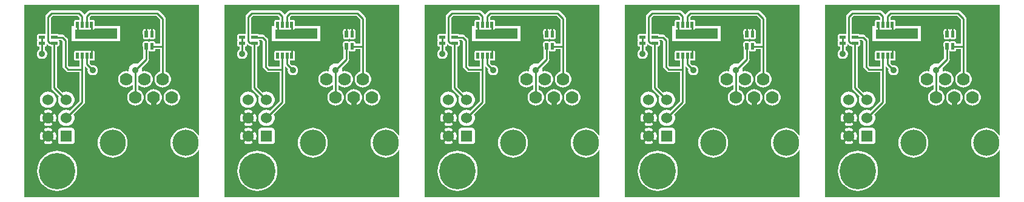
<source format=gbr>
G04 start of page 2 for group 0 idx 0 *
G04 Title: (unknown), top *
G04 Creator: pcb 20140316 *
G04 CreationDate: Thu 25 Oct 2018 04:49:50 PM GMT UTC *
G04 For: railfan *
G04 Format: Gerber/RS-274X *
G04 PCB-Dimensions (mil): 5400.00 1100.00 *
G04 PCB-Coordinate-Origin: lower left *
%MOIN*%
%FSLAX25Y25*%
%LNTOP*%
%ADD26C,0.1280*%
%ADD25C,0.0380*%
%ADD24C,0.0200*%
%ADD23C,0.1083*%
%ADD22C,0.0360*%
%ADD21C,0.2000*%
%ADD20R,0.0120X0.0120*%
%ADD19R,0.0165X0.0165*%
%ADD18R,0.0512X0.0512*%
%ADD17R,0.0167X0.0167*%
%ADD16C,0.1440*%
%ADD15C,0.0600*%
%ADD14C,0.0700*%
%ADD13C,0.0100*%
%ADD12C,0.0300*%
%ADD11C,0.0001*%
G54D11*G36*
X292912Y94620D02*X291082Y94610D01*
X290929Y94573D01*
X290783Y94513D01*
X290649Y94431D01*
X290529Y94329D01*
X290500Y94295D01*
Y102000D01*
X294379D01*
X296500Y99879D01*
Y86652D01*
X293903D01*
X293902Y87080D01*
X293865Y87233D01*
X293805Y87379D01*
X293723Y87513D01*
X293621Y87633D01*
X293501Y87735D01*
X293367Y87817D01*
X293221Y87877D01*
X293068Y87914D01*
X292912Y87924D01*
X291082Y87914D01*
X290929Y87877D01*
X290783Y87817D01*
X290649Y87735D01*
X290529Y87633D01*
X290500Y87599D01*
Y89401D01*
X290529Y89367D01*
X290649Y89265D01*
X290783Y89183D01*
X290929Y89123D01*
X291082Y89086D01*
X291238Y89076D01*
X293068Y89086D01*
X293221Y89123D01*
X293367Y89183D01*
X293501Y89265D01*
X293621Y89367D01*
X293723Y89487D01*
X293805Y89621D01*
X293865Y89767D01*
X293902Y89920D01*
X293912Y90076D01*
X293902Y93776D01*
X293865Y93929D01*
X293805Y94075D01*
X293723Y94209D01*
X293621Y94329D01*
X293501Y94431D01*
X293367Y94513D01*
X293221Y94573D01*
X293068Y94610D01*
X292912Y94620D01*
G37*
G36*
X302993Y28696D02*X303171Y28266D01*
X303846Y27165D01*
X304684Y26184D01*
X305665Y25346D01*
X306766Y24671D01*
X307958Y24177D01*
X309213Y23876D01*
X310500Y23775D01*
X311787Y23876D01*
X313042Y24177D01*
X314234Y24671D01*
X315335Y25346D01*
X316316Y26184D01*
X317154Y27165D01*
X317829Y28266D01*
X318000Y28679D01*
Y2000D01*
X302993D01*
Y28696D01*
G37*
G36*
Y108000D02*X318000D01*
Y35321D01*
X317829Y35734D01*
X317154Y36835D01*
X316316Y37816D01*
X315335Y38654D01*
X314234Y39329D01*
X313042Y39823D01*
X311787Y40124D01*
X310500Y40225D01*
X309213Y40124D01*
X307958Y39823D01*
X306766Y39329D01*
X305665Y38654D01*
X304684Y37816D01*
X303846Y36835D01*
X303171Y35734D01*
X302993Y35304D01*
Y52487D01*
X303000Y52486D01*
X303706Y52542D01*
X304395Y52707D01*
X305049Y52978D01*
X305653Y53348D01*
X306192Y53808D01*
X306652Y54347D01*
X307022Y54951D01*
X307293Y55605D01*
X307458Y56294D01*
X307500Y57000D01*
X307458Y57706D01*
X307293Y58395D01*
X307022Y59049D01*
X306652Y59653D01*
X306192Y60192D01*
X305653Y60652D01*
X305049Y61022D01*
X304395Y61293D01*
X303706Y61458D01*
X303000Y61514D01*
X302993Y61513D01*
Y108000D01*
G37*
G36*
X290500D02*X302993D01*
Y61513D01*
X302294Y61458D01*
X301605Y61293D01*
X300951Y61022D01*
X300347Y60652D01*
X299808Y60192D01*
X299348Y59653D01*
X298978Y59049D01*
X298707Y58395D01*
X298542Y57706D01*
X298486Y57000D01*
X298542Y56294D01*
X298707Y55605D01*
X298978Y54951D01*
X299348Y54347D01*
X299808Y53808D01*
X300347Y53348D01*
X300951Y52978D01*
X301605Y52707D01*
X302294Y52542D01*
X302993Y52487D01*
Y35304D01*
X302677Y34542D01*
X302376Y33287D01*
X302275Y32000D01*
X302376Y30713D01*
X302677Y29458D01*
X302993Y28696D01*
Y2000D01*
X290500D01*
Y53254D01*
X290951Y52978D01*
X291605Y52707D01*
X292294Y52542D01*
X293000Y52486D01*
X293706Y52542D01*
X294395Y52707D01*
X295049Y52978D01*
X295653Y53348D01*
X296192Y53808D01*
X296652Y54347D01*
X297022Y54951D01*
X297293Y55605D01*
X297458Y56294D01*
X297500Y57000D01*
X297458Y57706D01*
X297293Y58395D01*
X297022Y59049D01*
X296652Y59653D01*
X296192Y60192D01*
X295653Y60652D01*
X295049Y61022D01*
X294395Y61293D01*
X293706Y61458D01*
X293000Y61514D01*
X292294Y61458D01*
X291605Y61293D01*
X290951Y61022D01*
X290500Y60746D01*
Y63254D01*
X290653Y63348D01*
X291192Y63808D01*
X291652Y64347D01*
X292022Y64951D01*
X292293Y65605D01*
X292458Y66294D01*
X292500Y67000D01*
X292458Y67706D01*
X292293Y68395D01*
X292022Y69049D01*
X291652Y69653D01*
X291192Y70192D01*
X290653Y70652D01*
X290500Y70746D01*
Y82705D01*
X290529Y82671D01*
X290649Y82569D01*
X290783Y82487D01*
X290929Y82427D01*
X291082Y82390D01*
X291238Y82380D01*
X293068Y82390D01*
X293221Y82427D01*
X293367Y82487D01*
X293501Y82569D01*
X293621Y82671D01*
X293723Y82791D01*
X293805Y82925D01*
X293865Y83071D01*
X293902Y83224D01*
X293912Y83380D01*
X293911Y83652D01*
X296500D01*
Y71249D01*
X295951Y71022D01*
X295347Y70652D01*
X294808Y70192D01*
X294348Y69653D01*
X293978Y69049D01*
X293707Y68395D01*
X293542Y67706D01*
X293486Y67000D01*
X293542Y66294D01*
X293707Y65605D01*
X293978Y64951D01*
X294348Y64347D01*
X294808Y63808D01*
X295347Y63348D01*
X295951Y62978D01*
X296605Y62707D01*
X297294Y62542D01*
X298000Y62486D01*
X298706Y62542D01*
X299395Y62707D01*
X300049Y62978D01*
X300653Y63348D01*
X301192Y63808D01*
X301652Y64347D01*
X302022Y64951D01*
X302293Y65605D01*
X302458Y66294D01*
X302500Y67000D01*
X302458Y67706D01*
X302293Y68395D01*
X302022Y69049D01*
X301652Y69653D01*
X301192Y70192D01*
X300653Y70652D01*
X300049Y71022D01*
X299500Y71249D01*
Y85093D01*
X299505Y85152D01*
X299500Y85211D01*
Y100441D01*
X299505Y100500D01*
X299486Y100735D01*
X299431Y100965D01*
X299341Y101183D01*
X299217Y101384D01*
X299064Y101564D01*
X299019Y101602D01*
X296102Y104519D01*
X296064Y104564D01*
X295884Y104717D01*
X295683Y104841D01*
X295465Y104931D01*
X295235Y104986D01*
X295235Y104986D01*
X295000Y105005D01*
X294941Y105000D01*
X290500D01*
Y108000D01*
G37*
G36*
Y70746D02*X290049Y71022D01*
X289395Y71293D01*
X288706Y71458D01*
X288000Y71514D01*
X287294Y71458D01*
X286637Y71301D01*
X286666Y71419D01*
X286700Y72000D01*
X286666Y72581D01*
X286530Y73147D01*
X286453Y73332D01*
X289944Y76823D01*
X289989Y76861D01*
X290142Y77040D01*
X290142Y77041D01*
X290265Y77242D01*
X290356Y77460D01*
X290411Y77690D01*
X290429Y77925D01*
X290425Y77984D01*
Y82632D01*
X290471Y82671D01*
X290500Y82705D01*
Y70746D01*
G37*
G36*
X270487Y88000D02*X274500D01*
Y96500D01*
X270487D01*
Y102000D01*
X290500D01*
Y94295D01*
X290500Y94295D01*
X290471Y94329D01*
X290351Y94431D01*
X290217Y94513D01*
X290071Y94573D01*
X289918Y94610D01*
X289762Y94620D01*
X287932Y94610D01*
X287779Y94573D01*
X287633Y94513D01*
X287499Y94431D01*
X287379Y94329D01*
X287277Y94209D01*
X287195Y94075D01*
X287135Y93929D01*
X287098Y93776D01*
X287088Y93620D01*
X287098Y89920D01*
X287135Y89767D01*
X287195Y89621D01*
X287277Y89487D01*
X287379Y89367D01*
X287499Y89265D01*
X287633Y89183D01*
X287779Y89123D01*
X287932Y89086D01*
X288088Y89076D01*
X289918Y89086D01*
X290071Y89123D01*
X290217Y89183D01*
X290351Y89265D01*
X290471Y89367D01*
X290500Y89401D01*
Y87599D01*
X290500Y87599D01*
X290471Y87633D01*
X290351Y87735D01*
X290217Y87817D01*
X290071Y87877D01*
X289918Y87914D01*
X289762Y87924D01*
X287932Y87914D01*
X287779Y87877D01*
X287633Y87817D01*
X287499Y87735D01*
X287379Y87633D01*
X287277Y87513D01*
X287195Y87379D01*
X287135Y87233D01*
X287098Y87080D01*
X287088Y86924D01*
X287098Y83224D01*
X287135Y83071D01*
X287195Y82925D01*
X287277Y82791D01*
X287379Y82671D01*
X287425Y82632D01*
Y78546D01*
X284332Y75453D01*
X284147Y75530D01*
X283581Y75666D01*
X283000Y75711D01*
X282419Y75666D01*
X281853Y75530D01*
X281315Y75307D01*
X280818Y75003D01*
X280376Y74624D01*
X279997Y74182D01*
X279693Y73685D01*
X279470Y73147D01*
X279334Y72581D01*
X279289Y72000D01*
X279334Y71419D01*
X279363Y71301D01*
X278706Y71458D01*
X278000Y71514D01*
X277294Y71458D01*
X276605Y71293D01*
X275951Y71022D01*
X275347Y70652D01*
X274808Y70192D01*
X274348Y69653D01*
X273978Y69049D01*
X273707Y68395D01*
X273542Y67706D01*
X273486Y67000D01*
X273542Y66294D01*
X273707Y65605D01*
X273978Y64951D01*
X274348Y64347D01*
X274808Y63808D01*
X275347Y63348D01*
X275951Y62978D01*
X276605Y62707D01*
X277294Y62542D01*
X278000Y62486D01*
X278706Y62542D01*
X279395Y62707D01*
X280049Y62978D01*
X280653Y63348D01*
X281192Y63808D01*
X281500Y64169D01*
Y61249D01*
X280951Y61022D01*
X280347Y60652D01*
X279808Y60192D01*
X279348Y59653D01*
X278978Y59049D01*
X278707Y58395D01*
X278542Y57706D01*
X278486Y57000D01*
X278542Y56294D01*
X278707Y55605D01*
X278978Y54951D01*
X279348Y54347D01*
X279808Y53808D01*
X280347Y53348D01*
X280951Y52978D01*
X281605Y52707D01*
X282294Y52542D01*
X283000Y52486D01*
X283706Y52542D01*
X284395Y52707D01*
X285049Y52978D01*
X285653Y53348D01*
X286192Y53808D01*
X286652Y54347D01*
X287022Y54951D01*
X287293Y55605D01*
X287458Y56294D01*
X287500Y57000D01*
X287458Y57706D01*
X287293Y58395D01*
X287022Y59049D01*
X286652Y59653D01*
X286192Y60192D01*
X285653Y60652D01*
X285049Y61022D01*
X284500Y61249D01*
Y64169D01*
X284808Y63808D01*
X285347Y63348D01*
X285951Y62978D01*
X286605Y62707D01*
X287294Y62542D01*
X288000Y62486D01*
X288706Y62542D01*
X289395Y62707D01*
X290049Y62978D01*
X290500Y63254D01*
Y60746D01*
X290347Y60652D01*
X289808Y60192D01*
X289348Y59653D01*
X288978Y59049D01*
X288707Y58395D01*
X288542Y57706D01*
X288486Y57000D01*
X288542Y56294D01*
X288707Y55605D01*
X288978Y54951D01*
X289348Y54347D01*
X289808Y53808D01*
X290347Y53348D01*
X290500Y53254D01*
Y2000D01*
X270487D01*
Y23776D01*
X270500Y23775D01*
X271787Y23876D01*
X273042Y24177D01*
X274234Y24671D01*
X275335Y25346D01*
X276316Y26184D01*
X277154Y27165D01*
X277829Y28266D01*
X278323Y29458D01*
X278624Y30713D01*
X278700Y32000D01*
X278624Y33287D01*
X278323Y34542D01*
X277829Y35734D01*
X277154Y36835D01*
X276316Y37816D01*
X275335Y38654D01*
X274234Y39329D01*
X273042Y39823D01*
X271787Y40124D01*
X270500Y40225D01*
X270487Y40224D01*
Y88000D01*
G37*
G36*
Y96500D02*X260663D01*
X260657Y98953D01*
X260620Y99106D01*
X260560Y99251D01*
X260478Y99386D01*
X260375Y99505D01*
X260256Y99608D01*
X260121Y99690D01*
X259976Y99750D01*
X259823Y99787D01*
X259666Y99796D01*
X257855Y99787D01*
X257780Y99769D01*
Y101159D01*
X258621Y102000D01*
X270487D01*
Y96500D01*
G37*
G36*
X245000Y41186D02*X245706Y41242D01*
X246395Y41407D01*
X247049Y41678D01*
X247653Y42048D01*
X248192Y42508D01*
X248652Y43047D01*
X249022Y43651D01*
X249293Y44305D01*
X249458Y44994D01*
X249500Y45700D01*
X249458Y46406D01*
X249293Y47095D01*
X249065Y47644D01*
X254739Y53318D01*
X254784Y53356D01*
X254937Y53535D01*
X254937Y53536D01*
X255061Y53737D01*
X255151Y53955D01*
X255206Y54185D01*
X255225Y54420D01*
X255220Y54479D01*
Y72441D01*
X255225Y72500D01*
X255220Y72559D01*
Y74153D01*
X255261Y74118D01*
X256767Y72611D01*
X256726Y72439D01*
X256691Y72000D01*
X256726Y71561D01*
X256829Y71132D01*
X256997Y70725D01*
X257228Y70349D01*
X257514Y70014D01*
X257849Y69728D01*
X258225Y69497D01*
X258632Y69329D01*
X259061Y69226D01*
X259500Y69191D01*
X259939Y69226D01*
X260368Y69329D01*
X260775Y69497D01*
X261151Y69728D01*
X261486Y70014D01*
X261772Y70349D01*
X262003Y70725D01*
X262171Y71132D01*
X262274Y71561D01*
X262300Y72000D01*
X262274Y72439D01*
X262171Y72868D01*
X262003Y73275D01*
X261772Y73651D01*
X261486Y73986D01*
X261151Y74272D01*
X260775Y74503D01*
X260368Y74671D01*
X259939Y74774D01*
X259500Y74809D01*
X259061Y74774D01*
X258889Y74733D01*
X257780Y75841D01*
Y77231D01*
X257855Y77213D01*
X258012Y77204D01*
X259823Y77213D01*
X259976Y77250D01*
X260121Y77310D01*
X260256Y77392D01*
X260375Y77495D01*
X260478Y77614D01*
X260560Y77749D01*
X260620Y77894D01*
X260657Y78047D01*
X260666Y78204D01*
X260657Y81862D01*
X260620Y82015D01*
X260560Y82160D01*
X260478Y82295D01*
X260375Y82414D01*
X260256Y82517D01*
X260121Y82599D01*
X259976Y82659D01*
X259823Y82696D01*
X259666Y82705D01*
X257855Y82696D01*
X257702Y82659D01*
X257559Y82600D01*
X257417Y82659D01*
X257264Y82696D01*
X257107Y82705D01*
X255296Y82696D01*
X255143Y82659D01*
X255000Y82600D01*
X254857Y82659D01*
X254704Y82696D01*
X254547Y82705D01*
X252736Y82696D01*
X252583Y82659D01*
X252440Y82600D01*
X252298Y82659D01*
X252145Y82696D01*
X251988Y82705D01*
X250177Y82696D01*
X250024Y82659D01*
X249879Y82599D01*
X249744Y82517D01*
X249625Y82414D01*
X249522Y82295D01*
X249440Y82160D01*
X249380Y82015D01*
X249343Y81862D01*
X249334Y81705D01*
X249343Y78047D01*
X249380Y77894D01*
X249440Y77749D01*
X249522Y77614D01*
X249625Y77495D01*
X249744Y77392D01*
X249879Y77310D01*
X250024Y77250D01*
X250177Y77213D01*
X250334Y77204D01*
X252145Y77213D01*
X252220Y77231D01*
Y74000D01*
X246621D01*
X246000Y74621D01*
Y88441D01*
X246005Y88500D01*
X245986Y88735D01*
X245986Y88735D01*
X245986Y88735D01*
X245957Y88857D01*
X245931Y88965D01*
X245931Y88965D01*
X245931Y88965D01*
X245864Y89127D01*
X245841Y89183D01*
X245841Y89183D01*
X245841Y89183D01*
X245778Y89286D01*
X245717Y89384D01*
X245717Y89384D01*
X245717Y89384D01*
X245564Y89564D01*
X245519Y89602D01*
X245000Y90121D01*
Y102000D01*
X251379D01*
X252220Y101159D01*
Y99769D01*
X252145Y99787D01*
X251988Y99796D01*
X250177Y99787D01*
X250024Y99750D01*
X249879Y99690D01*
X249744Y99608D01*
X249625Y99505D01*
X249522Y99386D01*
X249440Y99251D01*
X249380Y99106D01*
X249343Y98953D01*
X249334Y98796D01*
X249340Y96500D01*
X248000D01*
Y88000D01*
X270487D01*
Y40224D01*
X269213Y40124D01*
X267958Y39823D01*
X266766Y39329D01*
X265665Y38654D01*
X264684Y37816D01*
X263846Y36835D01*
X263171Y35734D01*
X262677Y34542D01*
X262376Y33287D01*
X262275Y32000D01*
X262376Y30713D01*
X262677Y29458D01*
X263171Y28266D01*
X263846Y27165D01*
X264684Y26184D01*
X265665Y25346D01*
X266766Y24671D01*
X267958Y24177D01*
X269213Y23876D01*
X270487Y23776D01*
Y2000D01*
X245000D01*
Y6665D01*
X245009Y6669D01*
X246486Y7573D01*
X247802Y8698D01*
X248927Y10014D01*
X249831Y11491D01*
X250494Y13090D01*
X250898Y14774D01*
X251000Y16500D01*
X250898Y18226D01*
X250494Y19910D01*
X249831Y21509D01*
X248927Y22986D01*
X247802Y24302D01*
X246486Y25427D01*
X245009Y26331D01*
X245000Y26335D01*
Y31207D01*
X248235Y31214D01*
X248465Y31269D01*
X248683Y31359D01*
X248884Y31483D01*
X249064Y31636D01*
X249217Y31816D01*
X249341Y32017D01*
X249431Y32235D01*
X249486Y32465D01*
X249500Y32700D01*
X249486Y38935D01*
X249431Y39165D01*
X249341Y39383D01*
X249217Y39584D01*
X249064Y39764D01*
X248884Y39917D01*
X248683Y40041D01*
X248465Y40131D01*
X248235Y40186D01*
X248000Y40200D01*
X245000Y40193D01*
Y41186D01*
G37*
G36*
Y51186D02*X245706Y51242D01*
X246395Y51407D01*
X247049Y51678D01*
X247653Y52048D01*
X248192Y52508D01*
X248652Y53047D01*
X249022Y53651D01*
X249293Y54305D01*
X249458Y54994D01*
X249500Y55700D01*
X249458Y56406D01*
X249293Y57095D01*
X249022Y57749D01*
X248652Y58353D01*
X248192Y58892D01*
X247653Y59352D01*
X247049Y59722D01*
X246395Y59993D01*
X245706Y60158D01*
X245000Y60214D01*
Y71381D01*
X245116Y71283D01*
X245317Y71159D01*
X245535Y71069D01*
X245765Y71014D01*
X246000Y70995D01*
X246059Y71000D01*
X252220D01*
Y55041D01*
X246944Y49765D01*
X246395Y49993D01*
X245706Y50158D01*
X245000Y50214D01*
Y51186D01*
G37*
G36*
Y2000D02*X239983D01*
Y5467D01*
X240000Y5466D01*
X241726Y5602D01*
X243410Y6006D01*
X245000Y6665D01*
Y2000D01*
G37*
G36*
Y90121D02*X244027Y91094D01*
X243989Y91139D01*
X243810Y91292D01*
X243810Y91292D01*
X243810Y91292D01*
X243810Y91292D01*
X243665Y91381D01*
X243608Y91416D01*
X243608Y91416D01*
X243608Y91416D01*
X243424Y91492D01*
X243390Y91506D01*
X243390Y91506D01*
X243390Y91506D01*
X243202Y91551D01*
X243161Y91561D01*
X243161D01*
X243161Y91561D01*
X243160Y91561D01*
X242925Y91580D01*
X242867Y91575D01*
X240868D01*
X240829Y91621D01*
X240709Y91723D01*
X240575Y91805D01*
X240429Y91865D01*
X240276Y91902D01*
X240120Y91912D01*
X239983Y91911D01*
Y102000D01*
X245000D01*
Y90121D01*
G37*
G36*
Y60214D02*X244294Y60158D01*
X243605Y59993D01*
X243056Y59765D01*
X239983Y62838D01*
Y85097D01*
X240276Y85098D01*
X240429Y85135D01*
X240575Y85195D01*
X240709Y85277D01*
X240829Y85379D01*
X240931Y85499D01*
X241013Y85633D01*
X241073Y85779D01*
X241110Y85932D01*
X241120Y86088D01*
X241110Y87918D01*
X241073Y88071D01*
X241013Y88217D01*
X240931Y88351D01*
X240829Y88471D01*
X240795Y88500D01*
X240829Y88529D01*
X240868Y88575D01*
X242304D01*
X243000Y87879D01*
Y74059D01*
X242995Y74000D01*
X243014Y73765D01*
X243069Y73535D01*
X243159Y73317D01*
X243283Y73116D01*
X243283Y73115D01*
X243436Y72936D01*
X243481Y72898D01*
X244898Y71481D01*
X244936Y71436D01*
X245000Y71381D01*
Y60214D01*
G37*
G36*
X239983Y58596D02*X240935Y57644D01*
X240707Y57095D01*
X240542Y56406D01*
X240486Y55700D01*
X240542Y54994D01*
X240707Y54305D01*
X240978Y53651D01*
X241348Y53047D01*
X241808Y52508D01*
X242347Y52048D01*
X242951Y51678D01*
X243605Y51407D01*
X244294Y51242D01*
X245000Y51186D01*
Y50214D01*
X244294Y50158D01*
X243605Y49993D01*
X242951Y49722D01*
X242347Y49352D01*
X241808Y48892D01*
X241348Y48353D01*
X240978Y47749D01*
X240707Y47095D01*
X240542Y46406D01*
X240486Y45700D01*
X240542Y44994D01*
X240707Y44305D01*
X240978Y43651D01*
X241348Y43047D01*
X241808Y42508D01*
X242347Y42048D01*
X242951Y41678D01*
X243605Y41407D01*
X244294Y41242D01*
X245000Y41186D01*
Y40193D01*
X241765Y40186D01*
X241535Y40131D01*
X241317Y40041D01*
X241116Y39917D01*
X240936Y39764D01*
X240783Y39584D01*
X240659Y39383D01*
X240569Y39165D01*
X240514Y38935D01*
X240500Y38700D01*
X240514Y32465D01*
X240569Y32235D01*
X240659Y32017D01*
X240783Y31816D01*
X240936Y31636D01*
X241116Y31483D01*
X241317Y31359D01*
X241535Y31269D01*
X241765Y31214D01*
X242000Y31200D01*
X245000Y31207D01*
Y26335D01*
X243410Y26994D01*
X241726Y27398D01*
X240000Y27534D01*
X239983Y27533D01*
Y58596D01*
G37*
G36*
Y108000D02*X290500D01*
Y105000D01*
X258059D01*
X258000Y105005D01*
X257765Y104986D01*
X257535Y104931D01*
X257317Y104841D01*
X257116Y104717D01*
X257115Y104717D01*
X256936Y104564D01*
X256898Y104519D01*
X255261Y102882D01*
X255216Y102844D01*
X255063Y102664D01*
X255000Y102562D01*
X254937Y102664D01*
X254784Y102844D01*
X254739Y102882D01*
X253102Y104519D01*
X253064Y104564D01*
X252884Y104717D01*
X252683Y104841D01*
X252465Y104931D01*
X252235Y104986D01*
X252000Y105005D01*
X251941Y105000D01*
X239983D01*
Y108000D01*
G37*
G36*
Y91911D02*X236500Y91902D01*
Y100879D01*
X237621Y102000D01*
X239983D01*
Y91911D01*
G37*
G36*
Y62838D02*X239848Y62973D01*
Y85097D01*
X239983Y85097D01*
Y62838D01*
G37*
G36*
X235002Y6664D02*X236590Y6006D01*
X238274Y5602D01*
X239983Y5467D01*
Y2000D01*
X235002D01*
Y6664D01*
G37*
G36*
X238613Y59966D02*X239983Y58596D01*
Y27533D01*
X238613Y27425D01*
Y33553D01*
X238656Y33560D01*
X238768Y33597D01*
X238873Y33652D01*
X238968Y33722D01*
X239051Y33806D01*
X239119Y33902D01*
X239170Y34008D01*
X239318Y34416D01*
X239422Y34837D01*
X239484Y35267D01*
X239505Y35700D01*
X239484Y36133D01*
X239422Y36563D01*
X239318Y36984D01*
X239175Y37394D01*
X239122Y37500D01*
X239053Y37596D01*
X238970Y37681D01*
X238875Y37751D01*
X238769Y37806D01*
X238657Y37843D01*
X238613Y37851D01*
Y43553D01*
X238656Y43560D01*
X238768Y43597D01*
X238873Y43652D01*
X238968Y43722D01*
X239051Y43806D01*
X239119Y43902D01*
X239170Y44008D01*
X239318Y44416D01*
X239422Y44837D01*
X239484Y45267D01*
X239505Y45700D01*
X239484Y46133D01*
X239422Y46563D01*
X239318Y46984D01*
X239175Y47394D01*
X239122Y47500D01*
X239053Y47596D01*
X238970Y47681D01*
X238875Y47751D01*
X238769Y47806D01*
X238657Y47843D01*
X238613Y47851D01*
Y53002D01*
X238652Y53047D01*
X239022Y53651D01*
X239293Y54305D01*
X239458Y54994D01*
X239500Y55700D01*
X239458Y56406D01*
X239293Y57095D01*
X239022Y57749D01*
X238652Y58353D01*
X238613Y58398D01*
Y59966D01*
G37*
G36*
Y27425D02*X238274Y27398D01*
X236590Y26994D01*
X235002Y26336D01*
Y31195D01*
X235433Y31216D01*
X235863Y31278D01*
X236284Y31382D01*
X236694Y31525D01*
X236800Y31578D01*
X236896Y31647D01*
X236981Y31730D01*
X237051Y31825D01*
X237106Y31931D01*
X237143Y32043D01*
X237163Y32160D01*
X237164Y32279D01*
X237146Y32396D01*
X237110Y32509D01*
X237057Y32615D01*
X236988Y32712D01*
X236905Y32796D01*
X236809Y32867D01*
X236704Y32921D01*
X236592Y32959D01*
X236475Y32978D01*
X236356Y32979D01*
X236239Y32961D01*
X236126Y32923D01*
X235855Y32824D01*
X235575Y32756D01*
X235289Y32714D01*
X235002Y32700D01*
Y38700D01*
X235289Y38686D01*
X235575Y38644D01*
X235855Y38576D01*
X236128Y38480D01*
X236239Y38442D01*
X236356Y38425D01*
X236474Y38425D01*
X236591Y38445D01*
X236703Y38482D01*
X236807Y38536D01*
X236902Y38606D01*
X236985Y38691D01*
X237054Y38787D01*
X237107Y38892D01*
X237143Y39005D01*
X237160Y39121D01*
X237159Y39239D01*
X237140Y39356D01*
X237103Y39468D01*
X237048Y39573D01*
X236978Y39668D01*
X236894Y39751D01*
X236798Y39819D01*
X236692Y39870D01*
X236284Y40018D01*
X235863Y40122D01*
X235433Y40184D01*
X235002Y40205D01*
Y41195D01*
X235433Y41216D01*
X235863Y41278D01*
X236284Y41382D01*
X236694Y41525D01*
X236800Y41578D01*
X236896Y41647D01*
X236981Y41730D01*
X237051Y41825D01*
X237106Y41931D01*
X237143Y42043D01*
X237163Y42160D01*
X237164Y42279D01*
X237146Y42396D01*
X237110Y42509D01*
X237057Y42615D01*
X236988Y42712D01*
X236905Y42796D01*
X236809Y42867D01*
X236704Y42921D01*
X236592Y42959D01*
X236475Y42978D01*
X236356Y42979D01*
X236239Y42961D01*
X236126Y42923D01*
X235855Y42824D01*
X235575Y42756D01*
X235289Y42714D01*
X235002Y42700D01*
Y48700D01*
X235289Y48686D01*
X235575Y48644D01*
X235855Y48576D01*
X236128Y48480D01*
X236239Y48442D01*
X236356Y48425D01*
X236474Y48425D01*
X236591Y48445D01*
X236703Y48482D01*
X236807Y48536D01*
X236902Y48606D01*
X236985Y48691D01*
X237054Y48787D01*
X237107Y48892D01*
X237143Y49005D01*
X237160Y49121D01*
X237159Y49239D01*
X237140Y49356D01*
X237103Y49468D01*
X237048Y49573D01*
X236978Y49668D01*
X236894Y49751D01*
X236798Y49819D01*
X236692Y49870D01*
X236284Y50018D01*
X235863Y50122D01*
X235433Y50184D01*
X235002Y50205D01*
Y51186D01*
X235706Y51242D01*
X236395Y51407D01*
X237049Y51678D01*
X237653Y52048D01*
X238192Y52508D01*
X238613Y53002D01*
Y47851D01*
X238540Y47863D01*
X238421Y47864D01*
X238304Y47846D01*
X238191Y47810D01*
X238085Y47757D01*
X237988Y47688D01*
X237904Y47605D01*
X237833Y47509D01*
X237779Y47404D01*
X237741Y47292D01*
X237722Y47175D01*
X237721Y47056D01*
X237739Y46939D01*
X237777Y46826D01*
X237876Y46555D01*
X237944Y46275D01*
X237986Y45989D01*
X238000Y45700D01*
X237986Y45411D01*
X237944Y45125D01*
X237876Y44845D01*
X237780Y44572D01*
X237742Y44461D01*
X237725Y44344D01*
X237725Y44226D01*
X237745Y44109D01*
X237782Y43997D01*
X237836Y43893D01*
X237906Y43798D01*
X237991Y43715D01*
X238087Y43646D01*
X238192Y43593D01*
X238305Y43557D01*
X238421Y43540D01*
X238539Y43541D01*
X238613Y43553D01*
Y37851D01*
X238540Y37863D01*
X238421Y37864D01*
X238304Y37846D01*
X238191Y37810D01*
X238085Y37757D01*
X237988Y37688D01*
X237904Y37605D01*
X237833Y37509D01*
X237779Y37404D01*
X237741Y37292D01*
X237722Y37175D01*
X237721Y37056D01*
X237739Y36939D01*
X237777Y36826D01*
X237876Y36555D01*
X237944Y36275D01*
X237986Y35989D01*
X238000Y35700D01*
X237986Y35411D01*
X237944Y35125D01*
X237876Y34845D01*
X237780Y34572D01*
X237742Y34461D01*
X237725Y34344D01*
X237725Y34226D01*
X237745Y34109D01*
X237782Y33997D01*
X237836Y33893D01*
X237906Y33798D01*
X237991Y33715D01*
X238087Y33646D01*
X238192Y33593D01*
X238305Y33557D01*
X238421Y33540D01*
X238539Y33541D01*
X238613Y33553D01*
Y27425D01*
G37*
G36*
X235002Y85872D02*X235011Y85861D01*
X235191Y85708D01*
X235191Y85708D01*
X235191Y85708D01*
X235332Y85621D01*
X235392Y85584D01*
X235392Y85584D01*
X235392Y85584D01*
X235581Y85506D01*
X235610Y85494D01*
X235610Y85494D01*
X235610Y85494D01*
X235777Y85454D01*
X235810Y85446D01*
X235867Y85379D01*
X235987Y85277D01*
X236121Y85195D01*
X236267Y85135D01*
X236420Y85098D01*
X236576Y85088D01*
X236848Y85089D01*
Y62411D01*
X236843Y62352D01*
X236862Y62117D01*
X236917Y61887D01*
X237007Y61669D01*
X237131Y61468D01*
X237131Y61467D01*
X237284Y61288D01*
X237329Y61250D01*
X238613Y59966D01*
Y58398D01*
X238192Y58892D01*
X237653Y59352D01*
X237049Y59722D01*
X236395Y59993D01*
X235706Y60158D01*
X235002Y60214D01*
Y85872D01*
G37*
G36*
Y108000D02*X239983D01*
Y105000D01*
X237059D01*
X237000Y105005D01*
X236765Y104986D01*
X236535Y104931D01*
X236317Y104841D01*
X236116Y104717D01*
X236115Y104717D01*
X235936Y104564D01*
X235898Y104519D01*
X235002Y103623D01*
Y108000D01*
G37*
G36*
X231387Y9647D02*X232198Y8698D01*
X233514Y7573D01*
X234991Y6669D01*
X235002Y6664D01*
Y2000D01*
X231387D01*
Y9647D01*
G37*
G36*
Y53002D02*X231808Y52508D01*
X232347Y52048D01*
X232951Y51678D01*
X233605Y51407D01*
X234294Y51242D01*
X235000Y51186D01*
X235002Y51186D01*
Y50205D01*
X235000Y50205D01*
X234567Y50184D01*
X234137Y50122D01*
X233716Y50018D01*
X233306Y49875D01*
X233200Y49822D01*
X233104Y49753D01*
X233019Y49670D01*
X232949Y49575D01*
X232894Y49469D01*
X232857Y49357D01*
X232837Y49240D01*
X232836Y49121D01*
X232854Y49004D01*
X232890Y48891D01*
X232943Y48785D01*
X233012Y48688D01*
X233095Y48604D01*
X233191Y48533D01*
X233296Y48479D01*
X233408Y48441D01*
X233525Y48422D01*
X233644Y48421D01*
X233761Y48439D01*
X233874Y48477D01*
X234145Y48576D01*
X234425Y48644D01*
X234711Y48686D01*
X235000Y48700D01*
X235002Y48700D01*
Y42700D01*
X235000Y42700D01*
X234711Y42714D01*
X234425Y42756D01*
X234145Y42824D01*
X233872Y42920D01*
X233761Y42958D01*
X233644Y42975D01*
X233526Y42975D01*
X233409Y42955D01*
X233297Y42918D01*
X233193Y42864D01*
X233098Y42794D01*
X233015Y42709D01*
X232946Y42613D01*
X232893Y42508D01*
X232857Y42395D01*
X232840Y42279D01*
X232841Y42161D01*
X232860Y42044D01*
X232897Y41932D01*
X232952Y41827D01*
X233022Y41732D01*
X233106Y41649D01*
X233202Y41581D01*
X233308Y41530D01*
X233716Y41382D01*
X234137Y41278D01*
X234567Y41216D01*
X235000Y41195D01*
X235002Y41195D01*
Y40205D01*
X235000Y40205D01*
X234567Y40184D01*
X234137Y40122D01*
X233716Y40018D01*
X233306Y39875D01*
X233200Y39822D01*
X233104Y39753D01*
X233019Y39670D01*
X232949Y39575D01*
X232894Y39469D01*
X232857Y39357D01*
X232837Y39240D01*
X232836Y39121D01*
X232854Y39004D01*
X232890Y38891D01*
X232943Y38785D01*
X233012Y38688D01*
X233095Y38604D01*
X233191Y38533D01*
X233296Y38479D01*
X233408Y38441D01*
X233525Y38422D01*
X233644Y38421D01*
X233761Y38439D01*
X233874Y38477D01*
X234145Y38576D01*
X234425Y38644D01*
X234711Y38686D01*
X235000Y38700D01*
X235002Y38700D01*
Y32700D01*
X235000Y32700D01*
X234711Y32714D01*
X234425Y32756D01*
X234145Y32824D01*
X233872Y32920D01*
X233761Y32958D01*
X233644Y32975D01*
X233526Y32975D01*
X233409Y32955D01*
X233297Y32918D01*
X233193Y32864D01*
X233098Y32794D01*
X233015Y32709D01*
X232946Y32613D01*
X232893Y32508D01*
X232857Y32395D01*
X232840Y32279D01*
X232841Y32161D01*
X232860Y32044D01*
X232897Y31932D01*
X232952Y31827D01*
X233022Y31732D01*
X233106Y31649D01*
X233202Y31581D01*
X233308Y31530D01*
X233716Y31382D01*
X234137Y31278D01*
X234567Y31216D01*
X235000Y31195D01*
X235002Y31195D01*
Y26336D01*
X234991Y26331D01*
X233514Y25427D01*
X232198Y24302D01*
X231387Y23353D01*
Y33549D01*
X231460Y33537D01*
X231579Y33536D01*
X231696Y33554D01*
X231809Y33590D01*
X231915Y33643D01*
X232012Y33712D01*
X232096Y33795D01*
X232167Y33891D01*
X232221Y33996D01*
X232259Y34108D01*
X232278Y34225D01*
X232279Y34344D01*
X232261Y34461D01*
X232223Y34574D01*
X232124Y34845D01*
X232056Y35125D01*
X232014Y35411D01*
X232000Y35700D01*
X232014Y35989D01*
X232056Y36275D01*
X232124Y36555D01*
X232220Y36828D01*
X232258Y36939D01*
X232275Y37056D01*
X232275Y37174D01*
X232255Y37291D01*
X232218Y37403D01*
X232164Y37507D01*
X232094Y37602D01*
X232009Y37685D01*
X231913Y37754D01*
X231808Y37807D01*
X231695Y37843D01*
X231579Y37860D01*
X231461Y37859D01*
X231387Y37847D01*
Y43549D01*
X231460Y43537D01*
X231579Y43536D01*
X231696Y43554D01*
X231809Y43590D01*
X231915Y43643D01*
X232012Y43712D01*
X232096Y43795D01*
X232167Y43891D01*
X232221Y43996D01*
X232259Y44108D01*
X232278Y44225D01*
X232279Y44344D01*
X232261Y44461D01*
X232223Y44574D01*
X232124Y44845D01*
X232056Y45125D01*
X232014Y45411D01*
X232000Y45700D01*
X232014Y45989D01*
X232056Y46275D01*
X232124Y46555D01*
X232220Y46828D01*
X232258Y46939D01*
X232275Y47056D01*
X232275Y47174D01*
X232255Y47291D01*
X232218Y47403D01*
X232164Y47507D01*
X232094Y47602D01*
X232009Y47685D01*
X231913Y47754D01*
X231808Y47807D01*
X231695Y47843D01*
X231579Y47860D01*
X231461Y47859D01*
X231387Y47847D01*
Y53002D01*
G37*
G36*
Y78212D02*X231652Y78191D01*
X232091Y78226D01*
X232520Y78329D01*
X232927Y78497D01*
X233303Y78728D01*
X233638Y79014D01*
X233924Y79349D01*
X234154Y79725D01*
X234323Y80132D01*
X234426Y80561D01*
X234452Y81000D01*
X234426Y81439D01*
X234323Y81868D01*
X234154Y82275D01*
X233924Y82651D01*
X233638Y82986D01*
X233303Y83272D01*
X233152Y83365D01*
Y85097D01*
X233580Y85098D01*
X233733Y85135D01*
X233879Y85195D01*
X234013Y85277D01*
X234133Y85379D01*
X234235Y85499D01*
X234317Y85633D01*
X234377Y85779D01*
X234414Y85932D01*
X234424Y86088D01*
X234422Y86457D01*
X234973Y85906D01*
X235002Y85872D01*
Y60214D01*
X235000Y60214D01*
X234294Y60158D01*
X233605Y59993D01*
X232951Y59722D01*
X232347Y59352D01*
X231808Y58892D01*
X231387Y58398D01*
Y78212D01*
G37*
G36*
Y108000D02*X235002D01*
Y103623D01*
X233981Y102602D01*
X233936Y102564D01*
X233783Y102384D01*
X233659Y102183D01*
X233569Y101965D01*
X233514Y101735D01*
X233514Y101735D01*
X233495Y101500D01*
X233500Y101441D01*
Y91907D01*
X233424Y91912D01*
X231387Y91906D01*
Y108000D01*
G37*
G36*
X222000D02*X231387D01*
Y91906D01*
X229724Y91902D01*
X229571Y91865D01*
X229425Y91805D01*
X229291Y91723D01*
X229171Y91621D01*
X229069Y91501D01*
X228987Y91367D01*
X228927Y91221D01*
X228890Y91068D01*
X228880Y90912D01*
X228890Y89082D01*
X228927Y88929D01*
X228987Y88783D01*
X229069Y88649D01*
X229171Y88529D01*
X229205Y88500D01*
X229171Y88471D01*
X229069Y88351D01*
X228987Y88217D01*
X228927Y88071D01*
X228890Y87918D01*
X228880Y87762D01*
X228890Y85932D01*
X228927Y85779D01*
X228987Y85633D01*
X229069Y85499D01*
X229171Y85379D01*
X229291Y85277D01*
X229425Y85195D01*
X229571Y85135D01*
X229724Y85098D01*
X229880Y85088D01*
X230152Y85089D01*
Y83365D01*
X230001Y83272D01*
X229666Y82986D01*
X229380Y82651D01*
X229149Y82275D01*
X228981Y81868D01*
X228878Y81439D01*
X228843Y81000D01*
X228878Y80561D01*
X228981Y80132D01*
X229149Y79725D01*
X229380Y79349D01*
X229666Y79014D01*
X230001Y78728D01*
X230377Y78497D01*
X230784Y78329D01*
X231213Y78226D01*
X231387Y78212D01*
Y58398D01*
X231348Y58353D01*
X230978Y57749D01*
X230707Y57095D01*
X230542Y56406D01*
X230486Y55700D01*
X230542Y54994D01*
X230707Y54305D01*
X230978Y53651D01*
X231348Y53047D01*
X231387Y53002D01*
Y47847D01*
X231344Y47840D01*
X231232Y47803D01*
X231127Y47748D01*
X231032Y47678D01*
X230949Y47594D01*
X230881Y47498D01*
X230830Y47392D01*
X230682Y46984D01*
X230578Y46563D01*
X230516Y46133D01*
X230495Y45700D01*
X230516Y45267D01*
X230578Y44837D01*
X230682Y44416D01*
X230825Y44006D01*
X230878Y43900D01*
X230947Y43804D01*
X231030Y43719D01*
X231125Y43649D01*
X231231Y43594D01*
X231343Y43557D01*
X231387Y43549D01*
Y37847D01*
X231344Y37840D01*
X231232Y37803D01*
X231127Y37748D01*
X231032Y37678D01*
X230949Y37594D01*
X230881Y37498D01*
X230830Y37392D01*
X230682Y36984D01*
X230578Y36563D01*
X230516Y36133D01*
X230495Y35700D01*
X230516Y35267D01*
X230578Y34837D01*
X230682Y34416D01*
X230825Y34006D01*
X230878Y33900D01*
X230947Y33804D01*
X231030Y33719D01*
X231125Y33649D01*
X231231Y33594D01*
X231343Y33557D01*
X231387Y33549D01*
Y23353D01*
X231073Y22986D01*
X230169Y21509D01*
X229506Y19910D01*
X229102Y18226D01*
X228966Y16500D01*
X229102Y14774D01*
X229506Y13090D01*
X230169Y11491D01*
X231073Y10014D01*
X231387Y9647D01*
Y2000D01*
X222000D01*
Y108000D01*
G37*
G36*
X273000Y89500D02*X250000D01*
Y94351D01*
X250024Y94341D01*
X250177Y94304D01*
X250334Y94295D01*
X252145Y94304D01*
X252298Y94341D01*
X252441Y94400D01*
X252583Y94341D01*
X252736Y94304D01*
X252893Y94295D01*
X254704Y94304D01*
X254857Y94341D01*
X255000Y94400D01*
X255143Y94341D01*
X255296Y94304D01*
X255453Y94295D01*
X257264Y94304D01*
X257417Y94341D01*
X257559Y94400D01*
X257702Y94341D01*
X257855Y94304D01*
X258012Y94295D01*
X259823Y94304D01*
X259976Y94341D01*
X260121Y94401D01*
X260256Y94483D01*
X260375Y94586D01*
X260478Y94705D01*
X260560Y94840D01*
X260620Y94985D01*
X260624Y95000D01*
X273000D01*
Y89500D01*
G37*
G36*
X402912Y94620D02*X401082Y94610D01*
X400929Y94573D01*
X400783Y94513D01*
X400649Y94431D01*
X400529Y94329D01*
X400500Y94295D01*
Y102000D01*
X404379D01*
X406500Y99879D01*
Y86652D01*
X403903D01*
X403902Y87080D01*
X403865Y87233D01*
X403805Y87379D01*
X403723Y87513D01*
X403621Y87633D01*
X403501Y87735D01*
X403367Y87817D01*
X403221Y87877D01*
X403068Y87914D01*
X402912Y87924D01*
X401082Y87914D01*
X400929Y87877D01*
X400783Y87817D01*
X400649Y87735D01*
X400529Y87633D01*
X400500Y87599D01*
Y89401D01*
X400529Y89367D01*
X400649Y89265D01*
X400783Y89183D01*
X400929Y89123D01*
X401082Y89086D01*
X401238Y89076D01*
X403068Y89086D01*
X403221Y89123D01*
X403367Y89183D01*
X403501Y89265D01*
X403621Y89367D01*
X403723Y89487D01*
X403805Y89621D01*
X403865Y89767D01*
X403902Y89920D01*
X403912Y90076D01*
X403902Y93776D01*
X403865Y93929D01*
X403805Y94075D01*
X403723Y94209D01*
X403621Y94329D01*
X403501Y94431D01*
X403367Y94513D01*
X403221Y94573D01*
X403068Y94610D01*
X402912Y94620D01*
G37*
G36*
X412993Y28696D02*X413171Y28266D01*
X413846Y27165D01*
X414684Y26184D01*
X415665Y25346D01*
X416766Y24671D01*
X417958Y24177D01*
X419213Y23876D01*
X420500Y23775D01*
X421787Y23876D01*
X423042Y24177D01*
X424234Y24671D01*
X425335Y25346D01*
X426316Y26184D01*
X427154Y27165D01*
X427829Y28266D01*
X428000Y28679D01*
Y2000D01*
X412993D01*
Y28696D01*
G37*
G36*
Y108000D02*X428000D01*
Y35321D01*
X427829Y35734D01*
X427154Y36835D01*
X426316Y37816D01*
X425335Y38654D01*
X424234Y39329D01*
X423042Y39823D01*
X421787Y40124D01*
X420500Y40225D01*
X419213Y40124D01*
X417958Y39823D01*
X416766Y39329D01*
X415665Y38654D01*
X414684Y37816D01*
X413846Y36835D01*
X413171Y35734D01*
X412993Y35304D01*
Y52487D01*
X413000Y52486D01*
X413706Y52542D01*
X414395Y52707D01*
X415049Y52978D01*
X415653Y53348D01*
X416192Y53808D01*
X416652Y54347D01*
X417022Y54951D01*
X417293Y55605D01*
X417458Y56294D01*
X417500Y57000D01*
X417458Y57706D01*
X417293Y58395D01*
X417022Y59049D01*
X416652Y59653D01*
X416192Y60192D01*
X415653Y60652D01*
X415049Y61022D01*
X414395Y61293D01*
X413706Y61458D01*
X413000Y61514D01*
X412993Y61513D01*
Y108000D01*
G37*
G36*
X400500D02*X412993D01*
Y61513D01*
X412294Y61458D01*
X411605Y61293D01*
X410951Y61022D01*
X410347Y60652D01*
X409808Y60192D01*
X409348Y59653D01*
X408978Y59049D01*
X408707Y58395D01*
X408542Y57706D01*
X408486Y57000D01*
X408542Y56294D01*
X408707Y55605D01*
X408978Y54951D01*
X409348Y54347D01*
X409808Y53808D01*
X410347Y53348D01*
X410951Y52978D01*
X411605Y52707D01*
X412294Y52542D01*
X412993Y52487D01*
Y35304D01*
X412677Y34542D01*
X412376Y33287D01*
X412275Y32000D01*
X412376Y30713D01*
X412677Y29458D01*
X412993Y28696D01*
Y2000D01*
X400500D01*
Y53254D01*
X400951Y52978D01*
X401605Y52707D01*
X402294Y52542D01*
X403000Y52486D01*
X403706Y52542D01*
X404395Y52707D01*
X405049Y52978D01*
X405653Y53348D01*
X406192Y53808D01*
X406652Y54347D01*
X407022Y54951D01*
X407293Y55605D01*
X407458Y56294D01*
X407500Y57000D01*
X407458Y57706D01*
X407293Y58395D01*
X407022Y59049D01*
X406652Y59653D01*
X406192Y60192D01*
X405653Y60652D01*
X405049Y61022D01*
X404395Y61293D01*
X403706Y61458D01*
X403000Y61514D01*
X402294Y61458D01*
X401605Y61293D01*
X400951Y61022D01*
X400500Y60746D01*
Y63254D01*
X400653Y63348D01*
X401192Y63808D01*
X401652Y64347D01*
X402022Y64951D01*
X402293Y65605D01*
X402458Y66294D01*
X402500Y67000D01*
X402458Y67706D01*
X402293Y68395D01*
X402022Y69049D01*
X401652Y69653D01*
X401192Y70192D01*
X400653Y70652D01*
X400500Y70746D01*
Y82705D01*
X400529Y82671D01*
X400649Y82569D01*
X400783Y82487D01*
X400929Y82427D01*
X401082Y82390D01*
X401238Y82380D01*
X403068Y82390D01*
X403221Y82427D01*
X403367Y82487D01*
X403501Y82569D01*
X403621Y82671D01*
X403723Y82791D01*
X403805Y82925D01*
X403865Y83071D01*
X403902Y83224D01*
X403912Y83380D01*
X403911Y83652D01*
X406500D01*
Y71249D01*
X405951Y71022D01*
X405347Y70652D01*
X404808Y70192D01*
X404348Y69653D01*
X403978Y69049D01*
X403707Y68395D01*
X403542Y67706D01*
X403486Y67000D01*
X403542Y66294D01*
X403707Y65605D01*
X403978Y64951D01*
X404348Y64347D01*
X404808Y63808D01*
X405347Y63348D01*
X405951Y62978D01*
X406605Y62707D01*
X407294Y62542D01*
X408000Y62486D01*
X408706Y62542D01*
X409395Y62707D01*
X410049Y62978D01*
X410653Y63348D01*
X411192Y63808D01*
X411652Y64347D01*
X412022Y64951D01*
X412293Y65605D01*
X412458Y66294D01*
X412500Y67000D01*
X412458Y67706D01*
X412293Y68395D01*
X412022Y69049D01*
X411652Y69653D01*
X411192Y70192D01*
X410653Y70652D01*
X410049Y71022D01*
X409500Y71249D01*
Y85093D01*
X409505Y85152D01*
X409500Y85211D01*
Y100441D01*
X409505Y100500D01*
X409486Y100735D01*
X409431Y100965D01*
X409341Y101183D01*
X409217Y101384D01*
X409064Y101564D01*
X409019Y101602D01*
X406102Y104519D01*
X406064Y104564D01*
X405884Y104717D01*
X405683Y104841D01*
X405465Y104931D01*
X405235Y104986D01*
X405235Y104986D01*
X405000Y105005D01*
X404941Y105000D01*
X400500D01*
Y108000D01*
G37*
G36*
Y70746D02*X400049Y71022D01*
X399395Y71293D01*
X398706Y71458D01*
X398000Y71514D01*
X397294Y71458D01*
X396637Y71301D01*
X396666Y71419D01*
X396700Y72000D01*
X396666Y72581D01*
X396530Y73147D01*
X396453Y73332D01*
X399944Y76823D01*
X399989Y76861D01*
X400142Y77040D01*
X400142Y77041D01*
X400265Y77242D01*
X400356Y77460D01*
X400411Y77690D01*
X400429Y77925D01*
X400425Y77984D01*
Y82632D01*
X400471Y82671D01*
X400500Y82705D01*
Y70746D01*
G37*
G36*
X380487Y88000D02*X384500D01*
Y96500D01*
X380487D01*
Y102000D01*
X400500D01*
Y94295D01*
X400500Y94295D01*
X400471Y94329D01*
X400351Y94431D01*
X400217Y94513D01*
X400071Y94573D01*
X399918Y94610D01*
X399762Y94620D01*
X397932Y94610D01*
X397779Y94573D01*
X397633Y94513D01*
X397499Y94431D01*
X397379Y94329D01*
X397277Y94209D01*
X397195Y94075D01*
X397135Y93929D01*
X397098Y93776D01*
X397088Y93620D01*
X397098Y89920D01*
X397135Y89767D01*
X397195Y89621D01*
X397277Y89487D01*
X397379Y89367D01*
X397499Y89265D01*
X397633Y89183D01*
X397779Y89123D01*
X397932Y89086D01*
X398088Y89076D01*
X399918Y89086D01*
X400071Y89123D01*
X400217Y89183D01*
X400351Y89265D01*
X400471Y89367D01*
X400500Y89401D01*
Y87599D01*
X400500Y87599D01*
X400471Y87633D01*
X400351Y87735D01*
X400217Y87817D01*
X400071Y87877D01*
X399918Y87914D01*
X399762Y87924D01*
X397932Y87914D01*
X397779Y87877D01*
X397633Y87817D01*
X397499Y87735D01*
X397379Y87633D01*
X397277Y87513D01*
X397195Y87379D01*
X397135Y87233D01*
X397098Y87080D01*
X397088Y86924D01*
X397098Y83224D01*
X397135Y83071D01*
X397195Y82925D01*
X397277Y82791D01*
X397379Y82671D01*
X397425Y82632D01*
Y78546D01*
X394332Y75453D01*
X394147Y75530D01*
X393581Y75666D01*
X393000Y75711D01*
X392419Y75666D01*
X391853Y75530D01*
X391315Y75307D01*
X390818Y75003D01*
X390376Y74624D01*
X389997Y74182D01*
X389693Y73685D01*
X389470Y73147D01*
X389334Y72581D01*
X389289Y72000D01*
X389334Y71419D01*
X389363Y71301D01*
X388706Y71458D01*
X388000Y71514D01*
X387294Y71458D01*
X386605Y71293D01*
X385951Y71022D01*
X385347Y70652D01*
X384808Y70192D01*
X384348Y69653D01*
X383978Y69049D01*
X383707Y68395D01*
X383542Y67706D01*
X383486Y67000D01*
X383542Y66294D01*
X383707Y65605D01*
X383978Y64951D01*
X384348Y64347D01*
X384808Y63808D01*
X385347Y63348D01*
X385951Y62978D01*
X386605Y62707D01*
X387294Y62542D01*
X388000Y62486D01*
X388706Y62542D01*
X389395Y62707D01*
X390049Y62978D01*
X390653Y63348D01*
X391192Y63808D01*
X391500Y64169D01*
Y61249D01*
X390951Y61022D01*
X390347Y60652D01*
X389808Y60192D01*
X389348Y59653D01*
X388978Y59049D01*
X388707Y58395D01*
X388542Y57706D01*
X388486Y57000D01*
X388542Y56294D01*
X388707Y55605D01*
X388978Y54951D01*
X389348Y54347D01*
X389808Y53808D01*
X390347Y53348D01*
X390951Y52978D01*
X391605Y52707D01*
X392294Y52542D01*
X393000Y52486D01*
X393706Y52542D01*
X394395Y52707D01*
X395049Y52978D01*
X395653Y53348D01*
X396192Y53808D01*
X396652Y54347D01*
X397022Y54951D01*
X397293Y55605D01*
X397458Y56294D01*
X397500Y57000D01*
X397458Y57706D01*
X397293Y58395D01*
X397022Y59049D01*
X396652Y59653D01*
X396192Y60192D01*
X395653Y60652D01*
X395049Y61022D01*
X394500Y61249D01*
Y64169D01*
X394808Y63808D01*
X395347Y63348D01*
X395951Y62978D01*
X396605Y62707D01*
X397294Y62542D01*
X398000Y62486D01*
X398706Y62542D01*
X399395Y62707D01*
X400049Y62978D01*
X400500Y63254D01*
Y60746D01*
X400347Y60652D01*
X399808Y60192D01*
X399348Y59653D01*
X398978Y59049D01*
X398707Y58395D01*
X398542Y57706D01*
X398486Y57000D01*
X398542Y56294D01*
X398707Y55605D01*
X398978Y54951D01*
X399348Y54347D01*
X399808Y53808D01*
X400347Y53348D01*
X400500Y53254D01*
Y2000D01*
X380487D01*
Y23776D01*
X380500Y23775D01*
X381787Y23876D01*
X383042Y24177D01*
X384234Y24671D01*
X385335Y25346D01*
X386316Y26184D01*
X387154Y27165D01*
X387829Y28266D01*
X388323Y29458D01*
X388624Y30713D01*
X388700Y32000D01*
X388624Y33287D01*
X388323Y34542D01*
X387829Y35734D01*
X387154Y36835D01*
X386316Y37816D01*
X385335Y38654D01*
X384234Y39329D01*
X383042Y39823D01*
X381787Y40124D01*
X380500Y40225D01*
X380487Y40224D01*
Y88000D01*
G37*
G36*
Y96500D02*X370663D01*
X370657Y98953D01*
X370620Y99106D01*
X370560Y99251D01*
X370478Y99386D01*
X370375Y99505D01*
X370256Y99608D01*
X370121Y99690D01*
X369976Y99750D01*
X369823Y99787D01*
X369666Y99796D01*
X367855Y99787D01*
X367780Y99769D01*
Y101159D01*
X368621Y102000D01*
X380487D01*
Y96500D01*
G37*
G36*
X355000Y41186D02*X355706Y41242D01*
X356395Y41407D01*
X357049Y41678D01*
X357653Y42048D01*
X358192Y42508D01*
X358652Y43047D01*
X359022Y43651D01*
X359293Y44305D01*
X359458Y44994D01*
X359500Y45700D01*
X359458Y46406D01*
X359293Y47095D01*
X359065Y47644D01*
X364739Y53318D01*
X364784Y53356D01*
X364937Y53535D01*
X364937Y53536D01*
X365061Y53737D01*
X365151Y53955D01*
X365206Y54185D01*
X365225Y54420D01*
X365220Y54479D01*
Y72441D01*
X365225Y72500D01*
X365220Y72559D01*
Y74153D01*
X365261Y74118D01*
X366767Y72611D01*
X366726Y72439D01*
X366691Y72000D01*
X366726Y71561D01*
X366829Y71132D01*
X366997Y70725D01*
X367228Y70349D01*
X367514Y70014D01*
X367849Y69728D01*
X368225Y69497D01*
X368632Y69329D01*
X369061Y69226D01*
X369500Y69191D01*
X369939Y69226D01*
X370368Y69329D01*
X370775Y69497D01*
X371151Y69728D01*
X371486Y70014D01*
X371772Y70349D01*
X372003Y70725D01*
X372171Y71132D01*
X372274Y71561D01*
X372300Y72000D01*
X372274Y72439D01*
X372171Y72868D01*
X372003Y73275D01*
X371772Y73651D01*
X371486Y73986D01*
X371151Y74272D01*
X370775Y74503D01*
X370368Y74671D01*
X369939Y74774D01*
X369500Y74809D01*
X369061Y74774D01*
X368889Y74733D01*
X367780Y75841D01*
Y77231D01*
X367855Y77213D01*
X368012Y77204D01*
X369823Y77213D01*
X369976Y77250D01*
X370121Y77310D01*
X370256Y77392D01*
X370375Y77495D01*
X370478Y77614D01*
X370560Y77749D01*
X370620Y77894D01*
X370657Y78047D01*
X370666Y78204D01*
X370657Y81862D01*
X370620Y82015D01*
X370560Y82160D01*
X370478Y82295D01*
X370375Y82414D01*
X370256Y82517D01*
X370121Y82599D01*
X369976Y82659D01*
X369823Y82696D01*
X369666Y82705D01*
X367855Y82696D01*
X367702Y82659D01*
X367560Y82600D01*
X367417Y82659D01*
X367264Y82696D01*
X367107Y82705D01*
X365296Y82696D01*
X365143Y82659D01*
X365000Y82600D01*
X364857Y82659D01*
X364704Y82696D01*
X364547Y82705D01*
X362736Y82696D01*
X362583Y82659D01*
X362440Y82600D01*
X362298Y82659D01*
X362145Y82696D01*
X361988Y82705D01*
X360177Y82696D01*
X360024Y82659D01*
X359879Y82599D01*
X359744Y82517D01*
X359625Y82414D01*
X359522Y82295D01*
X359440Y82160D01*
X359380Y82015D01*
X359343Y81862D01*
X359334Y81705D01*
X359343Y78047D01*
X359380Y77894D01*
X359440Y77749D01*
X359522Y77614D01*
X359625Y77495D01*
X359744Y77392D01*
X359879Y77310D01*
X360024Y77250D01*
X360177Y77213D01*
X360334Y77204D01*
X362145Y77213D01*
X362220Y77231D01*
Y74000D01*
X356621D01*
X356000Y74621D01*
Y88441D01*
X356005Y88500D01*
X355986Y88735D01*
X355986Y88735D01*
X355986Y88735D01*
X355986Y88735D01*
X355961Y88838D01*
X355931Y88965D01*
X355931Y88965D01*
X355931Y88965D01*
X355900Y89040D01*
X355841Y89183D01*
X355841Y89183D01*
X355841Y89183D01*
X355797Y89254D01*
X355717Y89384D01*
X355717Y89384D01*
X355717Y89384D01*
X355717Y89385D01*
X355564Y89564D01*
X355519Y89602D01*
X355000Y90121D01*
Y102000D01*
X361379D01*
X362220Y101159D01*
Y99769D01*
X362145Y99787D01*
X361988Y99796D01*
X360177Y99787D01*
X360024Y99750D01*
X359879Y99690D01*
X359744Y99608D01*
X359625Y99505D01*
X359522Y99386D01*
X359440Y99251D01*
X359380Y99106D01*
X359343Y98953D01*
X359334Y98796D01*
X359340Y96500D01*
X358000D01*
Y88000D01*
X380487D01*
Y40224D01*
X379213Y40124D01*
X377958Y39823D01*
X376766Y39329D01*
X375665Y38654D01*
X374684Y37816D01*
X373846Y36835D01*
X373171Y35734D01*
X372677Y34542D01*
X372376Y33287D01*
X372275Y32000D01*
X372376Y30713D01*
X372677Y29458D01*
X373171Y28266D01*
X373846Y27165D01*
X374684Y26184D01*
X375665Y25346D01*
X376766Y24671D01*
X377958Y24177D01*
X379213Y23876D01*
X380487Y23776D01*
Y2000D01*
X355000D01*
Y6665D01*
X355009Y6669D01*
X356486Y7573D01*
X357802Y8698D01*
X358927Y10014D01*
X359831Y11491D01*
X360494Y13090D01*
X360898Y14774D01*
X361000Y16500D01*
X360898Y18226D01*
X360494Y19910D01*
X359831Y21509D01*
X358927Y22986D01*
X357802Y24302D01*
X356486Y25427D01*
X355009Y26331D01*
X355000Y26335D01*
Y31207D01*
X358235Y31214D01*
X358465Y31269D01*
X358683Y31359D01*
X358884Y31483D01*
X359064Y31636D01*
X359217Y31816D01*
X359341Y32017D01*
X359431Y32235D01*
X359486Y32465D01*
X359500Y32700D01*
X359486Y38935D01*
X359431Y39165D01*
X359341Y39383D01*
X359217Y39584D01*
X359064Y39764D01*
X358884Y39917D01*
X358683Y40041D01*
X358465Y40131D01*
X358235Y40186D01*
X358000Y40200D01*
X355000Y40193D01*
Y41186D01*
G37*
G36*
Y51186D02*X355706Y51242D01*
X356395Y51407D01*
X357049Y51678D01*
X357653Y52048D01*
X358192Y52508D01*
X358652Y53047D01*
X359022Y53651D01*
X359293Y54305D01*
X359458Y54994D01*
X359500Y55700D01*
X359458Y56406D01*
X359293Y57095D01*
X359022Y57749D01*
X358652Y58353D01*
X358192Y58892D01*
X357653Y59352D01*
X357049Y59722D01*
X356395Y59993D01*
X355706Y60158D01*
X355000Y60214D01*
Y71381D01*
X355116Y71283D01*
X355317Y71159D01*
X355535Y71069D01*
X355765Y71014D01*
X356000Y70995D01*
X356059Y71000D01*
X362220D01*
Y55041D01*
X356944Y49765D01*
X356395Y49993D01*
X355706Y50158D01*
X355000Y50214D01*
Y51186D01*
G37*
G36*
Y2000D02*X349983D01*
Y5467D01*
X350000Y5466D01*
X351726Y5602D01*
X353410Y6006D01*
X355000Y6665D01*
Y2000D01*
G37*
G36*
Y90121D02*X354027Y91094D01*
X353989Y91139D01*
X353809Y91292D01*
X353809Y91292D01*
X353809Y91292D01*
X353756Y91325D01*
X353608Y91416D01*
X353608Y91416D01*
X353608Y91416D01*
X353553Y91438D01*
X353390Y91506D01*
X353390Y91506D01*
X353390Y91506D01*
X353375Y91510D01*
X353160Y91561D01*
X353160Y91561D01*
X353160Y91561D01*
X352925Y91580D01*
X352866Y91575D01*
X350868D01*
X350829Y91621D01*
X350709Y91723D01*
X350575Y91805D01*
X350429Y91865D01*
X350276Y91902D01*
X350120Y91912D01*
X349983Y91911D01*
Y102000D01*
X355000D01*
Y90121D01*
G37*
G36*
Y60214D02*X354294Y60158D01*
X353605Y59993D01*
X353056Y59765D01*
X349983Y62838D01*
Y85097D01*
X350276Y85098D01*
X350429Y85135D01*
X350575Y85195D01*
X350709Y85277D01*
X350829Y85379D01*
X350931Y85499D01*
X351013Y85633D01*
X351073Y85779D01*
X351110Y85932D01*
X351120Y86088D01*
X351110Y87918D01*
X351073Y88071D01*
X351013Y88217D01*
X350931Y88351D01*
X350829Y88471D01*
X350795Y88500D01*
X350829Y88529D01*
X350868Y88575D01*
X352304D01*
X353000Y87879D01*
Y74059D01*
X352995Y74000D01*
X353014Y73765D01*
X353069Y73535D01*
X353159Y73317D01*
X353283Y73116D01*
X353283Y73115D01*
X353436Y72936D01*
X353481Y72898D01*
X354898Y71481D01*
X354936Y71436D01*
X355000Y71381D01*
Y60214D01*
G37*
G36*
X349983Y58596D02*X350935Y57644D01*
X350707Y57095D01*
X350542Y56406D01*
X350486Y55700D01*
X350542Y54994D01*
X350707Y54305D01*
X350978Y53651D01*
X351348Y53047D01*
X351808Y52508D01*
X352347Y52048D01*
X352951Y51678D01*
X353605Y51407D01*
X354294Y51242D01*
X355000Y51186D01*
Y50214D01*
X354294Y50158D01*
X353605Y49993D01*
X352951Y49722D01*
X352347Y49352D01*
X351808Y48892D01*
X351348Y48353D01*
X350978Y47749D01*
X350707Y47095D01*
X350542Y46406D01*
X350486Y45700D01*
X350542Y44994D01*
X350707Y44305D01*
X350978Y43651D01*
X351348Y43047D01*
X351808Y42508D01*
X352347Y42048D01*
X352951Y41678D01*
X353605Y41407D01*
X354294Y41242D01*
X355000Y41186D01*
Y40193D01*
X351765Y40186D01*
X351535Y40131D01*
X351317Y40041D01*
X351116Y39917D01*
X350936Y39764D01*
X350783Y39584D01*
X350659Y39383D01*
X350569Y39165D01*
X350514Y38935D01*
X350500Y38700D01*
X350514Y32465D01*
X350569Y32235D01*
X350659Y32017D01*
X350783Y31816D01*
X350936Y31636D01*
X351116Y31483D01*
X351317Y31359D01*
X351535Y31269D01*
X351765Y31214D01*
X352000Y31200D01*
X355000Y31207D01*
Y26335D01*
X353410Y26994D01*
X351726Y27398D01*
X350000Y27534D01*
X349983Y27533D01*
Y58596D01*
G37*
G36*
Y108000D02*X400500D01*
Y105000D01*
X368059D01*
X368000Y105005D01*
X367765Y104986D01*
X367535Y104931D01*
X367317Y104841D01*
X367116Y104717D01*
X367115Y104717D01*
X366936Y104564D01*
X366898Y104519D01*
X365261Y102882D01*
X365216Y102844D01*
X365063Y102664D01*
X365000Y102562D01*
X364937Y102664D01*
X364784Y102844D01*
X364739Y102882D01*
X363102Y104519D01*
X363064Y104564D01*
X362884Y104717D01*
X362683Y104841D01*
X362465Y104931D01*
X362235Y104986D01*
X362000Y105005D01*
X361941Y105000D01*
X349983D01*
Y108000D01*
G37*
G36*
Y91911D02*X346500Y91902D01*
Y100879D01*
X347621Y102000D01*
X349983D01*
Y91911D01*
G37*
G36*
Y62838D02*X349848Y62973D01*
Y85097D01*
X349983Y85097D01*
Y62838D01*
G37*
G36*
X345002Y6664D02*X346590Y6006D01*
X348274Y5602D01*
X349983Y5467D01*
Y2000D01*
X345002D01*
Y6664D01*
G37*
G36*
X348613Y59966D02*X349983Y58596D01*
Y27533D01*
X348613Y27425D01*
Y33553D01*
X348656Y33560D01*
X348768Y33597D01*
X348873Y33652D01*
X348968Y33722D01*
X349051Y33806D01*
X349119Y33902D01*
X349170Y34008D01*
X349318Y34416D01*
X349422Y34837D01*
X349484Y35267D01*
X349505Y35700D01*
X349484Y36133D01*
X349422Y36563D01*
X349318Y36984D01*
X349175Y37394D01*
X349122Y37500D01*
X349053Y37596D01*
X348970Y37681D01*
X348875Y37751D01*
X348769Y37806D01*
X348657Y37843D01*
X348613Y37851D01*
Y43553D01*
X348656Y43560D01*
X348768Y43597D01*
X348873Y43652D01*
X348968Y43722D01*
X349051Y43806D01*
X349119Y43902D01*
X349170Y44008D01*
X349318Y44416D01*
X349422Y44837D01*
X349484Y45267D01*
X349505Y45700D01*
X349484Y46133D01*
X349422Y46563D01*
X349318Y46984D01*
X349175Y47394D01*
X349122Y47500D01*
X349053Y47596D01*
X348970Y47681D01*
X348875Y47751D01*
X348769Y47806D01*
X348657Y47843D01*
X348613Y47851D01*
Y53002D01*
X348652Y53047D01*
X349022Y53651D01*
X349293Y54305D01*
X349458Y54994D01*
X349500Y55700D01*
X349458Y56406D01*
X349293Y57095D01*
X349022Y57749D01*
X348652Y58353D01*
X348613Y58398D01*
Y59966D01*
G37*
G36*
Y27425D02*X348274Y27398D01*
X346590Y26994D01*
X345002Y26336D01*
Y31195D01*
X345433Y31216D01*
X345863Y31278D01*
X346284Y31382D01*
X346694Y31525D01*
X346800Y31578D01*
X346896Y31647D01*
X346981Y31730D01*
X347051Y31825D01*
X347106Y31931D01*
X347143Y32043D01*
X347163Y32160D01*
X347164Y32279D01*
X347146Y32396D01*
X347110Y32509D01*
X347057Y32615D01*
X346988Y32712D01*
X346905Y32796D01*
X346809Y32867D01*
X346704Y32921D01*
X346592Y32959D01*
X346475Y32978D01*
X346356Y32979D01*
X346239Y32961D01*
X346126Y32923D01*
X345855Y32824D01*
X345575Y32756D01*
X345289Y32714D01*
X345002Y32700D01*
Y38700D01*
X345289Y38686D01*
X345575Y38644D01*
X345855Y38576D01*
X346128Y38480D01*
X346239Y38442D01*
X346356Y38425D01*
X346474Y38425D01*
X346591Y38445D01*
X346703Y38482D01*
X346807Y38536D01*
X346902Y38606D01*
X346985Y38691D01*
X347054Y38787D01*
X347107Y38892D01*
X347143Y39005D01*
X347160Y39121D01*
X347159Y39239D01*
X347140Y39356D01*
X347103Y39468D01*
X347048Y39573D01*
X346978Y39668D01*
X346894Y39751D01*
X346798Y39819D01*
X346692Y39870D01*
X346284Y40018D01*
X345863Y40122D01*
X345433Y40184D01*
X345002Y40205D01*
Y41195D01*
X345433Y41216D01*
X345863Y41278D01*
X346284Y41382D01*
X346694Y41525D01*
X346800Y41578D01*
X346896Y41647D01*
X346981Y41730D01*
X347051Y41825D01*
X347106Y41931D01*
X347143Y42043D01*
X347163Y42160D01*
X347164Y42279D01*
X347146Y42396D01*
X347110Y42509D01*
X347057Y42615D01*
X346988Y42712D01*
X346905Y42796D01*
X346809Y42867D01*
X346704Y42921D01*
X346592Y42959D01*
X346475Y42978D01*
X346356Y42979D01*
X346239Y42961D01*
X346126Y42923D01*
X345855Y42824D01*
X345575Y42756D01*
X345289Y42714D01*
X345002Y42700D01*
Y48700D01*
X345289Y48686D01*
X345575Y48644D01*
X345855Y48576D01*
X346128Y48480D01*
X346239Y48442D01*
X346356Y48425D01*
X346474Y48425D01*
X346591Y48445D01*
X346703Y48482D01*
X346807Y48536D01*
X346902Y48606D01*
X346985Y48691D01*
X347054Y48787D01*
X347107Y48892D01*
X347143Y49005D01*
X347160Y49121D01*
X347159Y49239D01*
X347140Y49356D01*
X347103Y49468D01*
X347048Y49573D01*
X346978Y49668D01*
X346894Y49751D01*
X346798Y49819D01*
X346692Y49870D01*
X346284Y50018D01*
X345863Y50122D01*
X345433Y50184D01*
X345002Y50205D01*
Y51186D01*
X345706Y51242D01*
X346395Y51407D01*
X347049Y51678D01*
X347653Y52048D01*
X348192Y52508D01*
X348613Y53002D01*
Y47851D01*
X348540Y47863D01*
X348421Y47864D01*
X348304Y47846D01*
X348191Y47810D01*
X348085Y47757D01*
X347988Y47688D01*
X347904Y47605D01*
X347833Y47509D01*
X347779Y47404D01*
X347741Y47292D01*
X347722Y47175D01*
X347721Y47056D01*
X347739Y46939D01*
X347777Y46826D01*
X347876Y46555D01*
X347944Y46275D01*
X347986Y45989D01*
X348000Y45700D01*
X347986Y45411D01*
X347944Y45125D01*
X347876Y44845D01*
X347780Y44572D01*
X347742Y44461D01*
X347725Y44344D01*
X347725Y44226D01*
X347745Y44109D01*
X347782Y43997D01*
X347836Y43893D01*
X347906Y43798D01*
X347991Y43715D01*
X348087Y43646D01*
X348192Y43593D01*
X348305Y43557D01*
X348421Y43540D01*
X348539Y43541D01*
X348613Y43553D01*
Y37851D01*
X348540Y37863D01*
X348421Y37864D01*
X348304Y37846D01*
X348191Y37810D01*
X348085Y37757D01*
X347988Y37688D01*
X347904Y37605D01*
X347833Y37509D01*
X347779Y37404D01*
X347741Y37292D01*
X347722Y37175D01*
X347721Y37056D01*
X347739Y36939D01*
X347777Y36826D01*
X347876Y36555D01*
X347944Y36275D01*
X347986Y35989D01*
X348000Y35700D01*
X347986Y35411D01*
X347944Y35125D01*
X347876Y34845D01*
X347780Y34572D01*
X347742Y34461D01*
X347725Y34344D01*
X347725Y34226D01*
X347745Y34109D01*
X347782Y33997D01*
X347836Y33893D01*
X347906Y33798D01*
X347991Y33715D01*
X348087Y33646D01*
X348192Y33593D01*
X348305Y33557D01*
X348421Y33540D01*
X348539Y33541D01*
X348613Y33553D01*
Y27425D01*
G37*
G36*
X345002Y85872D02*X345011Y85861D01*
X345190Y85708D01*
X345190Y85708D01*
X345190Y85708D01*
X345190Y85708D01*
X345201Y85701D01*
X345392Y85584D01*
X345392Y85584D01*
X345392Y85584D01*
X345461Y85556D01*
X345610Y85494D01*
X345610Y85494D01*
X345610Y85494D01*
X345657Y85483D01*
X345810Y85446D01*
X345867Y85379D01*
X345987Y85277D01*
X346121Y85195D01*
X346267Y85135D01*
X346420Y85098D01*
X346576Y85088D01*
X346848Y85089D01*
Y62411D01*
X346843Y62352D01*
X346862Y62117D01*
X346917Y61887D01*
X347007Y61669D01*
X347131Y61468D01*
X347131Y61467D01*
X347284Y61288D01*
X347329Y61250D01*
X348613Y59966D01*
Y58398D01*
X348192Y58892D01*
X347653Y59352D01*
X347049Y59722D01*
X346395Y59993D01*
X345706Y60158D01*
X345002Y60214D01*
Y85872D01*
G37*
G36*
Y108000D02*X349983D01*
Y105000D01*
X347059D01*
X347000Y105005D01*
X346765Y104986D01*
X346535Y104931D01*
X346317Y104841D01*
X346116Y104717D01*
X346115Y104717D01*
X345936Y104564D01*
X345898Y104519D01*
X345002Y103623D01*
Y108000D01*
G37*
G36*
X341387Y9647D02*X342198Y8698D01*
X343514Y7573D01*
X344991Y6669D01*
X345002Y6664D01*
Y2000D01*
X341387D01*
Y9647D01*
G37*
G36*
Y53002D02*X341808Y52508D01*
X342347Y52048D01*
X342951Y51678D01*
X343605Y51407D01*
X344294Y51242D01*
X345000Y51186D01*
X345002Y51186D01*
Y50205D01*
X345000Y50205D01*
X344567Y50184D01*
X344137Y50122D01*
X343716Y50018D01*
X343306Y49875D01*
X343200Y49822D01*
X343104Y49753D01*
X343019Y49670D01*
X342949Y49575D01*
X342894Y49469D01*
X342857Y49357D01*
X342837Y49240D01*
X342836Y49121D01*
X342854Y49004D01*
X342890Y48891D01*
X342943Y48785D01*
X343012Y48688D01*
X343095Y48604D01*
X343191Y48533D01*
X343296Y48479D01*
X343408Y48441D01*
X343525Y48422D01*
X343644Y48421D01*
X343761Y48439D01*
X343874Y48477D01*
X344145Y48576D01*
X344425Y48644D01*
X344711Y48686D01*
X345000Y48700D01*
X345002Y48700D01*
Y42700D01*
X345000Y42700D01*
X344711Y42714D01*
X344425Y42756D01*
X344145Y42824D01*
X343872Y42920D01*
X343761Y42958D01*
X343644Y42975D01*
X343526Y42975D01*
X343409Y42955D01*
X343297Y42918D01*
X343193Y42864D01*
X343098Y42794D01*
X343015Y42709D01*
X342946Y42613D01*
X342893Y42508D01*
X342857Y42395D01*
X342840Y42279D01*
X342841Y42161D01*
X342860Y42044D01*
X342897Y41932D01*
X342952Y41827D01*
X343022Y41732D01*
X343106Y41649D01*
X343202Y41581D01*
X343308Y41530D01*
X343716Y41382D01*
X344137Y41278D01*
X344567Y41216D01*
X345000Y41195D01*
X345002Y41195D01*
Y40205D01*
X345000Y40205D01*
X344567Y40184D01*
X344137Y40122D01*
X343716Y40018D01*
X343306Y39875D01*
X343200Y39822D01*
X343104Y39753D01*
X343019Y39670D01*
X342949Y39575D01*
X342894Y39469D01*
X342857Y39357D01*
X342837Y39240D01*
X342836Y39121D01*
X342854Y39004D01*
X342890Y38891D01*
X342943Y38785D01*
X343012Y38688D01*
X343095Y38604D01*
X343191Y38533D01*
X343296Y38479D01*
X343408Y38441D01*
X343525Y38422D01*
X343644Y38421D01*
X343761Y38439D01*
X343874Y38477D01*
X344145Y38576D01*
X344425Y38644D01*
X344711Y38686D01*
X345000Y38700D01*
X345002Y38700D01*
Y32700D01*
X345000Y32700D01*
X344711Y32714D01*
X344425Y32756D01*
X344145Y32824D01*
X343872Y32920D01*
X343761Y32958D01*
X343644Y32975D01*
X343526Y32975D01*
X343409Y32955D01*
X343297Y32918D01*
X343193Y32864D01*
X343098Y32794D01*
X343015Y32709D01*
X342946Y32613D01*
X342893Y32508D01*
X342857Y32395D01*
X342840Y32279D01*
X342841Y32161D01*
X342860Y32044D01*
X342897Y31932D01*
X342952Y31827D01*
X343022Y31732D01*
X343106Y31649D01*
X343202Y31581D01*
X343308Y31530D01*
X343716Y31382D01*
X344137Y31278D01*
X344567Y31216D01*
X345000Y31195D01*
X345002Y31195D01*
Y26336D01*
X344991Y26331D01*
X343514Y25427D01*
X342198Y24302D01*
X341387Y23353D01*
Y33549D01*
X341460Y33537D01*
X341579Y33536D01*
X341696Y33554D01*
X341809Y33590D01*
X341915Y33643D01*
X342012Y33712D01*
X342096Y33795D01*
X342167Y33891D01*
X342221Y33996D01*
X342259Y34108D01*
X342278Y34225D01*
X342279Y34344D01*
X342261Y34461D01*
X342223Y34574D01*
X342124Y34845D01*
X342056Y35125D01*
X342014Y35411D01*
X342000Y35700D01*
X342014Y35989D01*
X342056Y36275D01*
X342124Y36555D01*
X342220Y36828D01*
X342258Y36939D01*
X342275Y37056D01*
X342275Y37174D01*
X342255Y37291D01*
X342218Y37403D01*
X342164Y37507D01*
X342094Y37602D01*
X342009Y37685D01*
X341913Y37754D01*
X341808Y37807D01*
X341695Y37843D01*
X341579Y37860D01*
X341461Y37859D01*
X341387Y37847D01*
Y43549D01*
X341460Y43537D01*
X341579Y43536D01*
X341696Y43554D01*
X341809Y43590D01*
X341915Y43643D01*
X342012Y43712D01*
X342096Y43795D01*
X342167Y43891D01*
X342221Y43996D01*
X342259Y44108D01*
X342278Y44225D01*
X342279Y44344D01*
X342261Y44461D01*
X342223Y44574D01*
X342124Y44845D01*
X342056Y45125D01*
X342014Y45411D01*
X342000Y45700D01*
X342014Y45989D01*
X342056Y46275D01*
X342124Y46555D01*
X342220Y46828D01*
X342258Y46939D01*
X342275Y47056D01*
X342275Y47174D01*
X342255Y47291D01*
X342218Y47403D01*
X342164Y47507D01*
X342094Y47602D01*
X342009Y47685D01*
X341913Y47754D01*
X341808Y47807D01*
X341695Y47843D01*
X341579Y47860D01*
X341461Y47859D01*
X341387Y47847D01*
Y53002D01*
G37*
G36*
Y78212D02*X341652Y78191D01*
X342091Y78226D01*
X342520Y78329D01*
X342927Y78497D01*
X343303Y78728D01*
X343638Y79014D01*
X343924Y79349D01*
X344154Y79725D01*
X344323Y80132D01*
X344426Y80561D01*
X344452Y81000D01*
X344426Y81439D01*
X344323Y81868D01*
X344154Y82275D01*
X343924Y82651D01*
X343638Y82986D01*
X343303Y83272D01*
X343152Y83365D01*
Y85097D01*
X343580Y85098D01*
X343733Y85135D01*
X343879Y85195D01*
X344013Y85277D01*
X344133Y85379D01*
X344235Y85499D01*
X344317Y85633D01*
X344377Y85779D01*
X344414Y85932D01*
X344424Y86088D01*
X344422Y86457D01*
X344973Y85906D01*
X345002Y85872D01*
Y60214D01*
X345000Y60214D01*
X344294Y60158D01*
X343605Y59993D01*
X342951Y59722D01*
X342347Y59352D01*
X341808Y58892D01*
X341387Y58398D01*
Y78212D01*
G37*
G36*
Y108000D02*X345002D01*
Y103623D01*
X343981Y102602D01*
X343936Y102564D01*
X343783Y102384D01*
X343659Y102183D01*
X343569Y101965D01*
X343514Y101735D01*
X343514Y101735D01*
X343495Y101500D01*
X343500Y101441D01*
Y91907D01*
X343424Y91912D01*
X341387Y91906D01*
Y108000D01*
G37*
G36*
X332000D02*X341387D01*
Y91906D01*
X339724Y91902D01*
X339571Y91865D01*
X339425Y91805D01*
X339291Y91723D01*
X339171Y91621D01*
X339069Y91501D01*
X338987Y91367D01*
X338927Y91221D01*
X338890Y91068D01*
X338880Y90912D01*
X338890Y89082D01*
X338927Y88929D01*
X338987Y88783D01*
X339069Y88649D01*
X339171Y88529D01*
X339205Y88500D01*
X339171Y88471D01*
X339069Y88351D01*
X338987Y88217D01*
X338927Y88071D01*
X338890Y87918D01*
X338880Y87762D01*
X338890Y85932D01*
X338927Y85779D01*
X338987Y85633D01*
X339069Y85499D01*
X339171Y85379D01*
X339291Y85277D01*
X339425Y85195D01*
X339571Y85135D01*
X339724Y85098D01*
X339880Y85088D01*
X340152Y85089D01*
Y83365D01*
X340001Y83272D01*
X339666Y82986D01*
X339380Y82651D01*
X339149Y82275D01*
X338981Y81868D01*
X338878Y81439D01*
X338843Y81000D01*
X338878Y80561D01*
X338981Y80132D01*
X339149Y79725D01*
X339380Y79349D01*
X339666Y79014D01*
X340001Y78728D01*
X340377Y78497D01*
X340784Y78329D01*
X341213Y78226D01*
X341387Y78212D01*
Y58398D01*
X341348Y58353D01*
X340978Y57749D01*
X340707Y57095D01*
X340542Y56406D01*
X340486Y55700D01*
X340542Y54994D01*
X340707Y54305D01*
X340978Y53651D01*
X341348Y53047D01*
X341387Y53002D01*
Y47847D01*
X341344Y47840D01*
X341232Y47803D01*
X341127Y47748D01*
X341032Y47678D01*
X340949Y47594D01*
X340881Y47498D01*
X340830Y47392D01*
X340682Y46984D01*
X340578Y46563D01*
X340516Y46133D01*
X340495Y45700D01*
X340516Y45267D01*
X340578Y44837D01*
X340682Y44416D01*
X340825Y44006D01*
X340878Y43900D01*
X340947Y43804D01*
X341030Y43719D01*
X341125Y43649D01*
X341231Y43594D01*
X341343Y43557D01*
X341387Y43549D01*
Y37847D01*
X341344Y37840D01*
X341232Y37803D01*
X341127Y37748D01*
X341032Y37678D01*
X340949Y37594D01*
X340881Y37498D01*
X340830Y37392D01*
X340682Y36984D01*
X340578Y36563D01*
X340516Y36133D01*
X340495Y35700D01*
X340516Y35267D01*
X340578Y34837D01*
X340682Y34416D01*
X340825Y34006D01*
X340878Y33900D01*
X340947Y33804D01*
X341030Y33719D01*
X341125Y33649D01*
X341231Y33594D01*
X341343Y33557D01*
X341387Y33549D01*
Y23353D01*
X341073Y22986D01*
X340169Y21509D01*
X339506Y19910D01*
X339102Y18226D01*
X338966Y16500D01*
X339102Y14774D01*
X339506Y13090D01*
X340169Y11491D01*
X341073Y10014D01*
X341387Y9647D01*
Y2000D01*
X332000D01*
Y108000D01*
G37*
G36*
X383000Y89500D02*X360000D01*
Y94351D01*
X360024Y94341D01*
X360177Y94304D01*
X360334Y94295D01*
X362145Y94304D01*
X362298Y94341D01*
X362440Y94400D01*
X362583Y94341D01*
X362736Y94304D01*
X362893Y94295D01*
X364704Y94304D01*
X364857Y94341D01*
X365000Y94400D01*
X365143Y94341D01*
X365296Y94304D01*
X365453Y94295D01*
X367264Y94304D01*
X367417Y94341D01*
X367560Y94400D01*
X367702Y94341D01*
X367855Y94304D01*
X368012Y94295D01*
X369823Y94304D01*
X369976Y94341D01*
X370121Y94401D01*
X370256Y94483D01*
X370375Y94586D01*
X370478Y94705D01*
X370560Y94840D01*
X370620Y94985D01*
X370624Y95000D01*
X383000D01*
Y89500D01*
G37*
G36*
X72912Y94620D02*X71082Y94610D01*
X70929Y94573D01*
X70783Y94513D01*
X70649Y94431D01*
X70529Y94329D01*
X70500Y94295D01*
Y102000D01*
X74379D01*
X76500Y99879D01*
Y86652D01*
X73903D01*
X73902Y87080D01*
X73865Y87233D01*
X73805Y87379D01*
X73723Y87513D01*
X73621Y87633D01*
X73501Y87735D01*
X73367Y87817D01*
X73221Y87877D01*
X73068Y87914D01*
X72912Y87924D01*
X71082Y87914D01*
X70929Y87877D01*
X70783Y87817D01*
X70649Y87735D01*
X70529Y87633D01*
X70500Y87599D01*
Y89401D01*
X70529Y89367D01*
X70649Y89265D01*
X70783Y89183D01*
X70929Y89123D01*
X71082Y89086D01*
X71238Y89076D01*
X73068Y89086D01*
X73221Y89123D01*
X73367Y89183D01*
X73501Y89265D01*
X73621Y89367D01*
X73723Y89487D01*
X73805Y89621D01*
X73865Y89767D01*
X73902Y89920D01*
X73912Y90076D01*
X73902Y93776D01*
X73865Y93929D01*
X73805Y94075D01*
X73723Y94209D01*
X73621Y94329D01*
X73501Y94431D01*
X73367Y94513D01*
X73221Y94573D01*
X73068Y94610D01*
X72912Y94620D01*
G37*
G36*
X82993Y28696D02*X83171Y28266D01*
X83846Y27165D01*
X84684Y26184D01*
X85665Y25346D01*
X86766Y24671D01*
X87958Y24177D01*
X89213Y23876D01*
X90500Y23775D01*
X91787Y23876D01*
X93042Y24177D01*
X94234Y24671D01*
X95335Y25346D01*
X96316Y26184D01*
X97154Y27165D01*
X97829Y28266D01*
X98000Y28679D01*
Y2000D01*
X82993D01*
Y28696D01*
G37*
G36*
Y108000D02*X98000D01*
Y35321D01*
X97829Y35734D01*
X97154Y36835D01*
X96316Y37816D01*
X95335Y38654D01*
X94234Y39329D01*
X93042Y39823D01*
X91787Y40124D01*
X90500Y40225D01*
X89213Y40124D01*
X87958Y39823D01*
X86766Y39329D01*
X85665Y38654D01*
X84684Y37816D01*
X83846Y36835D01*
X83171Y35734D01*
X82993Y35304D01*
Y52487D01*
X83000Y52486D01*
X83706Y52542D01*
X84395Y52707D01*
X85049Y52978D01*
X85653Y53348D01*
X86192Y53808D01*
X86652Y54347D01*
X87022Y54951D01*
X87293Y55605D01*
X87458Y56294D01*
X87500Y57000D01*
X87458Y57706D01*
X87293Y58395D01*
X87022Y59049D01*
X86652Y59653D01*
X86192Y60192D01*
X85653Y60652D01*
X85049Y61022D01*
X84395Y61293D01*
X83706Y61458D01*
X83000Y61514D01*
X82993Y61513D01*
Y108000D01*
G37*
G36*
X70500D02*X82993D01*
Y61513D01*
X82294Y61458D01*
X81605Y61293D01*
X80951Y61022D01*
X80347Y60652D01*
X79808Y60192D01*
X79348Y59653D01*
X78978Y59049D01*
X78707Y58395D01*
X78542Y57706D01*
X78486Y57000D01*
X78542Y56294D01*
X78707Y55605D01*
X78978Y54951D01*
X79348Y54347D01*
X79808Y53808D01*
X80347Y53348D01*
X80951Y52978D01*
X81605Y52707D01*
X82294Y52542D01*
X82993Y52487D01*
Y35304D01*
X82677Y34542D01*
X82376Y33287D01*
X82275Y32000D01*
X82376Y30713D01*
X82677Y29458D01*
X82993Y28696D01*
Y2000D01*
X70500D01*
Y53254D01*
X70951Y52978D01*
X71605Y52707D01*
X72294Y52542D01*
X73000Y52486D01*
X73706Y52542D01*
X74395Y52707D01*
X75049Y52978D01*
X75653Y53348D01*
X76192Y53808D01*
X76652Y54347D01*
X77022Y54951D01*
X77293Y55605D01*
X77458Y56294D01*
X77500Y57000D01*
X77458Y57706D01*
X77293Y58395D01*
X77022Y59049D01*
X76652Y59653D01*
X76192Y60192D01*
X75653Y60652D01*
X75049Y61022D01*
X74395Y61293D01*
X73706Y61458D01*
X73000Y61514D01*
X72294Y61458D01*
X71605Y61293D01*
X70951Y61022D01*
X70500Y60746D01*
Y63254D01*
X70653Y63348D01*
X71192Y63808D01*
X71652Y64347D01*
X72022Y64951D01*
X72293Y65605D01*
X72458Y66294D01*
X72500Y67000D01*
X72458Y67706D01*
X72293Y68395D01*
X72022Y69049D01*
X71652Y69653D01*
X71192Y70192D01*
X70653Y70652D01*
X70500Y70746D01*
Y82705D01*
X70529Y82671D01*
X70649Y82569D01*
X70783Y82487D01*
X70929Y82427D01*
X71082Y82390D01*
X71238Y82380D01*
X73068Y82390D01*
X73221Y82427D01*
X73367Y82487D01*
X73501Y82569D01*
X73621Y82671D01*
X73723Y82791D01*
X73805Y82925D01*
X73865Y83071D01*
X73902Y83224D01*
X73912Y83380D01*
X73911Y83652D01*
X76500D01*
Y71249D01*
X75951Y71022D01*
X75347Y70652D01*
X74808Y70192D01*
X74348Y69653D01*
X73978Y69049D01*
X73707Y68395D01*
X73542Y67706D01*
X73486Y67000D01*
X73542Y66294D01*
X73707Y65605D01*
X73978Y64951D01*
X74348Y64347D01*
X74808Y63808D01*
X75347Y63348D01*
X75951Y62978D01*
X76605Y62707D01*
X77294Y62542D01*
X78000Y62486D01*
X78706Y62542D01*
X79395Y62707D01*
X80049Y62978D01*
X80653Y63348D01*
X81192Y63808D01*
X81652Y64347D01*
X82022Y64951D01*
X82293Y65605D01*
X82458Y66294D01*
X82500Y67000D01*
X82458Y67706D01*
X82293Y68395D01*
X82022Y69049D01*
X81652Y69653D01*
X81192Y70192D01*
X80653Y70652D01*
X80049Y71022D01*
X79500Y71249D01*
Y85093D01*
X79505Y85152D01*
X79500Y85211D01*
Y100441D01*
X79505Y100500D01*
X79486Y100735D01*
X79431Y100965D01*
X79341Y101183D01*
X79217Y101384D01*
X79064Y101564D01*
X79019Y101602D01*
X76102Y104519D01*
X76064Y104564D01*
X75884Y104717D01*
X75683Y104841D01*
X75465Y104931D01*
X75235Y104986D01*
X75235Y104986D01*
X75000Y105005D01*
X74941Y105000D01*
X70500D01*
Y108000D01*
G37*
G36*
Y70746D02*X70049Y71022D01*
X69395Y71293D01*
X68706Y71458D01*
X68000Y71514D01*
X67294Y71458D01*
X66637Y71301D01*
X66666Y71419D01*
X66700Y72000D01*
X66666Y72581D01*
X66530Y73147D01*
X66453Y73332D01*
X69944Y76823D01*
X69989Y76861D01*
X70142Y77040D01*
X70142Y77041D01*
X70266Y77242D01*
X70356Y77460D01*
X70411Y77690D01*
X70430Y77925D01*
X70425Y77984D01*
Y82632D01*
X70471Y82671D01*
X70500Y82705D01*
Y70746D01*
G37*
G36*
X50487Y88000D02*X54500D01*
Y96500D01*
X50487D01*
Y102000D01*
X70500D01*
Y94295D01*
X70500Y94295D01*
X70471Y94329D01*
X70351Y94431D01*
X70217Y94513D01*
X70071Y94573D01*
X69918Y94610D01*
X69762Y94620D01*
X67932Y94610D01*
X67779Y94573D01*
X67633Y94513D01*
X67499Y94431D01*
X67379Y94329D01*
X67277Y94209D01*
X67195Y94075D01*
X67135Y93929D01*
X67098Y93776D01*
X67088Y93620D01*
X67098Y89920D01*
X67135Y89767D01*
X67195Y89621D01*
X67277Y89487D01*
X67379Y89367D01*
X67499Y89265D01*
X67633Y89183D01*
X67779Y89123D01*
X67932Y89086D01*
X68088Y89076D01*
X69918Y89086D01*
X70071Y89123D01*
X70217Y89183D01*
X70351Y89265D01*
X70471Y89367D01*
X70500Y89401D01*
Y87599D01*
X70500Y87599D01*
X70471Y87633D01*
X70351Y87735D01*
X70217Y87817D01*
X70071Y87877D01*
X69918Y87914D01*
X69762Y87924D01*
X67932Y87914D01*
X67779Y87877D01*
X67633Y87817D01*
X67499Y87735D01*
X67379Y87633D01*
X67277Y87513D01*
X67195Y87379D01*
X67135Y87233D01*
X67098Y87080D01*
X67088Y86924D01*
X67098Y83224D01*
X67135Y83071D01*
X67195Y82925D01*
X67277Y82791D01*
X67379Y82671D01*
X67425Y82632D01*
Y78546D01*
X64332Y75453D01*
X64147Y75530D01*
X63581Y75666D01*
X63000Y75711D01*
X62419Y75666D01*
X61853Y75530D01*
X61315Y75307D01*
X60818Y75003D01*
X60376Y74624D01*
X59997Y74182D01*
X59693Y73685D01*
X59470Y73147D01*
X59334Y72581D01*
X59289Y72000D01*
X59334Y71419D01*
X59363Y71301D01*
X58706Y71458D01*
X58000Y71514D01*
X57294Y71458D01*
X56605Y71293D01*
X55951Y71022D01*
X55347Y70652D01*
X54808Y70192D01*
X54348Y69653D01*
X53978Y69049D01*
X53707Y68395D01*
X53542Y67706D01*
X53486Y67000D01*
X53542Y66294D01*
X53707Y65605D01*
X53978Y64951D01*
X54348Y64347D01*
X54808Y63808D01*
X55347Y63348D01*
X55951Y62978D01*
X56605Y62707D01*
X57294Y62542D01*
X58000Y62486D01*
X58706Y62542D01*
X59395Y62707D01*
X60049Y62978D01*
X60653Y63348D01*
X61192Y63808D01*
X61500Y64169D01*
Y61249D01*
X60951Y61022D01*
X60347Y60652D01*
X59808Y60192D01*
X59348Y59653D01*
X58978Y59049D01*
X58707Y58395D01*
X58542Y57706D01*
X58486Y57000D01*
X58542Y56294D01*
X58707Y55605D01*
X58978Y54951D01*
X59348Y54347D01*
X59808Y53808D01*
X60347Y53348D01*
X60951Y52978D01*
X61605Y52707D01*
X62294Y52542D01*
X63000Y52486D01*
X63706Y52542D01*
X64395Y52707D01*
X65049Y52978D01*
X65653Y53348D01*
X66192Y53808D01*
X66652Y54347D01*
X67022Y54951D01*
X67293Y55605D01*
X67458Y56294D01*
X67500Y57000D01*
X67458Y57706D01*
X67293Y58395D01*
X67022Y59049D01*
X66652Y59653D01*
X66192Y60192D01*
X65653Y60652D01*
X65049Y61022D01*
X64500Y61249D01*
Y64169D01*
X64808Y63808D01*
X65347Y63348D01*
X65951Y62978D01*
X66605Y62707D01*
X67294Y62542D01*
X68000Y62486D01*
X68706Y62542D01*
X69395Y62707D01*
X70049Y62978D01*
X70500Y63254D01*
Y60746D01*
X70347Y60652D01*
X69808Y60192D01*
X69348Y59653D01*
X68978Y59049D01*
X68707Y58395D01*
X68542Y57706D01*
X68486Y57000D01*
X68542Y56294D01*
X68707Y55605D01*
X68978Y54951D01*
X69348Y54347D01*
X69808Y53808D01*
X70347Y53348D01*
X70500Y53254D01*
Y2000D01*
X50487D01*
Y23776D01*
X50500Y23775D01*
X51787Y23876D01*
X53042Y24177D01*
X54234Y24671D01*
X55335Y25346D01*
X56316Y26184D01*
X57154Y27165D01*
X57829Y28266D01*
X58323Y29458D01*
X58624Y30713D01*
X58700Y32000D01*
X58624Y33287D01*
X58323Y34542D01*
X57829Y35734D01*
X57154Y36835D01*
X56316Y37816D01*
X55335Y38654D01*
X54234Y39329D01*
X53042Y39823D01*
X51787Y40124D01*
X50500Y40225D01*
X50487Y40224D01*
Y88000D01*
G37*
G36*
Y96500D02*X40663D01*
X40657Y98953D01*
X40620Y99106D01*
X40560Y99251D01*
X40478Y99386D01*
X40375Y99505D01*
X40256Y99608D01*
X40121Y99690D01*
X39976Y99750D01*
X39823Y99787D01*
X39666Y99796D01*
X37855Y99787D01*
X37780Y99769D01*
Y101159D01*
X38621Y102000D01*
X50487D01*
Y96500D01*
G37*
G36*
X25000Y41186D02*X25706Y41242D01*
X26395Y41407D01*
X27049Y41678D01*
X27653Y42048D01*
X28192Y42508D01*
X28652Y43047D01*
X29022Y43651D01*
X29293Y44305D01*
X29458Y44994D01*
X29500Y45700D01*
X29458Y46406D01*
X29293Y47095D01*
X29065Y47644D01*
X34739Y53318D01*
X34784Y53356D01*
X34937Y53535D01*
X34937Y53536D01*
X35061Y53737D01*
X35151Y53955D01*
X35206Y54185D01*
X35225Y54420D01*
X35220Y54479D01*
Y72441D01*
X35225Y72500D01*
X35220Y72559D01*
Y74153D01*
X35261Y74118D01*
X36767Y72611D01*
X36726Y72439D01*
X36691Y72000D01*
X36726Y71561D01*
X36829Y71132D01*
X36997Y70725D01*
X37228Y70349D01*
X37514Y70014D01*
X37849Y69728D01*
X38225Y69497D01*
X38632Y69329D01*
X39061Y69226D01*
X39500Y69191D01*
X39939Y69226D01*
X40368Y69329D01*
X40775Y69497D01*
X41151Y69728D01*
X41486Y70014D01*
X41772Y70349D01*
X42003Y70725D01*
X42171Y71132D01*
X42274Y71561D01*
X42300Y72000D01*
X42274Y72439D01*
X42171Y72868D01*
X42003Y73275D01*
X41772Y73651D01*
X41486Y73986D01*
X41151Y74272D01*
X40775Y74503D01*
X40368Y74671D01*
X39939Y74774D01*
X39500Y74809D01*
X39061Y74774D01*
X38889Y74733D01*
X37780Y75841D01*
Y77231D01*
X37855Y77213D01*
X38012Y77204D01*
X39823Y77213D01*
X39976Y77250D01*
X40121Y77310D01*
X40256Y77392D01*
X40375Y77495D01*
X40478Y77614D01*
X40560Y77749D01*
X40620Y77894D01*
X40657Y78047D01*
X40666Y78204D01*
X40657Y81862D01*
X40620Y82015D01*
X40560Y82160D01*
X40478Y82295D01*
X40375Y82414D01*
X40256Y82517D01*
X40121Y82599D01*
X39976Y82659D01*
X39823Y82696D01*
X39666Y82705D01*
X37855Y82696D01*
X37702Y82659D01*
X37560Y82600D01*
X37417Y82659D01*
X37264Y82696D01*
X37107Y82705D01*
X35296Y82696D01*
X35143Y82659D01*
X35000Y82600D01*
X34857Y82659D01*
X34704Y82696D01*
X34547Y82705D01*
X32736Y82696D01*
X32583Y82659D01*
X32440Y82600D01*
X32298Y82659D01*
X32145Y82696D01*
X31988Y82705D01*
X30177Y82696D01*
X30024Y82659D01*
X29879Y82599D01*
X29744Y82517D01*
X29625Y82414D01*
X29522Y82295D01*
X29440Y82160D01*
X29380Y82015D01*
X29343Y81862D01*
X29334Y81705D01*
X29343Y78047D01*
X29380Y77894D01*
X29440Y77749D01*
X29522Y77614D01*
X29625Y77495D01*
X29744Y77392D01*
X29879Y77310D01*
X30024Y77250D01*
X30177Y77213D01*
X30334Y77204D01*
X32145Y77213D01*
X32220Y77231D01*
Y74000D01*
X26621D01*
X26000Y74621D01*
Y88441D01*
X26005Y88500D01*
X25986Y88735D01*
X25931Y88965D01*
X25841Y89183D01*
X25717Y89384D01*
X25564Y89564D01*
X25519Y89602D01*
X25000Y90121D01*
Y102000D01*
X31379D01*
X32220Y101159D01*
Y99769D01*
X32145Y99787D01*
X31988Y99796D01*
X30177Y99787D01*
X30024Y99750D01*
X29879Y99690D01*
X29744Y99608D01*
X29625Y99505D01*
X29522Y99386D01*
X29440Y99251D01*
X29380Y99106D01*
X29343Y98953D01*
X29334Y98796D01*
X29340Y96500D01*
X28000D01*
Y88000D01*
X50487D01*
Y40224D01*
X49213Y40124D01*
X47958Y39823D01*
X46766Y39329D01*
X45665Y38654D01*
X44684Y37816D01*
X43846Y36835D01*
X43171Y35734D01*
X42677Y34542D01*
X42376Y33287D01*
X42275Y32000D01*
X42376Y30713D01*
X42677Y29458D01*
X43171Y28266D01*
X43846Y27165D01*
X44684Y26184D01*
X45665Y25346D01*
X46766Y24671D01*
X47958Y24177D01*
X49213Y23876D01*
X50487Y23776D01*
Y2000D01*
X25000D01*
Y6665D01*
X25009Y6669D01*
X26486Y7573D01*
X27802Y8698D01*
X28927Y10014D01*
X29831Y11491D01*
X30494Y13090D01*
X30898Y14774D01*
X31000Y16500D01*
X30898Y18226D01*
X30494Y19910D01*
X29831Y21509D01*
X28927Y22986D01*
X27802Y24302D01*
X26486Y25427D01*
X25009Y26331D01*
X25000Y26335D01*
Y31207D01*
X28235Y31214D01*
X28465Y31269D01*
X28683Y31359D01*
X28884Y31483D01*
X29064Y31636D01*
X29217Y31816D01*
X29341Y32017D01*
X29431Y32235D01*
X29486Y32465D01*
X29500Y32700D01*
X29486Y38935D01*
X29431Y39165D01*
X29341Y39383D01*
X29217Y39584D01*
X29064Y39764D01*
X28884Y39917D01*
X28683Y40041D01*
X28465Y40131D01*
X28235Y40186D01*
X28000Y40200D01*
X25000Y40193D01*
Y41186D01*
G37*
G36*
Y51186D02*X25706Y51242D01*
X26395Y51407D01*
X27049Y51678D01*
X27653Y52048D01*
X28192Y52508D01*
X28652Y53047D01*
X29022Y53651D01*
X29293Y54305D01*
X29458Y54994D01*
X29500Y55700D01*
X29458Y56406D01*
X29293Y57095D01*
X29022Y57749D01*
X28652Y58353D01*
X28192Y58892D01*
X27653Y59352D01*
X27049Y59722D01*
X26395Y59993D01*
X25706Y60158D01*
X25000Y60214D01*
Y71381D01*
X25116Y71283D01*
X25317Y71159D01*
X25535Y71069D01*
X25765Y71014D01*
X26000Y70995D01*
X26059Y71000D01*
X32220D01*
Y55041D01*
X26944Y49765D01*
X26395Y49993D01*
X25706Y50158D01*
X25000Y50214D01*
Y51186D01*
G37*
G36*
Y2000D02*X19983D01*
Y5467D01*
X20000Y5466D01*
X21726Y5602D01*
X23410Y6006D01*
X25000Y6665D01*
Y2000D01*
G37*
G36*
Y90121D02*X24027Y91094D01*
X23989Y91139D01*
X23809Y91292D01*
X23608Y91416D01*
X23390Y91506D01*
X23160Y91561D01*
X23160Y91561D01*
X22925Y91580D01*
X22866Y91575D01*
X20868D01*
X20829Y91621D01*
X20709Y91723D01*
X20575Y91805D01*
X20429Y91865D01*
X20276Y91902D01*
X20120Y91912D01*
X19983Y91911D01*
Y102000D01*
X25000D01*
Y90121D01*
G37*
G36*
Y60214D02*X24294Y60158D01*
X23605Y59993D01*
X23056Y59765D01*
X19983Y62838D01*
Y85097D01*
X20276Y85098D01*
X20429Y85135D01*
X20575Y85195D01*
X20709Y85277D01*
X20829Y85379D01*
X20931Y85499D01*
X21013Y85633D01*
X21073Y85779D01*
X21110Y85932D01*
X21120Y86088D01*
X21110Y87918D01*
X21073Y88071D01*
X21013Y88217D01*
X20931Y88351D01*
X20829Y88471D01*
X20795Y88500D01*
X20829Y88529D01*
X20868Y88575D01*
X22304D01*
X23000Y87879D01*
Y74059D01*
X22995Y74000D01*
X23014Y73765D01*
X23069Y73535D01*
X23159Y73317D01*
X23283Y73116D01*
X23283Y73115D01*
X23436Y72936D01*
X23481Y72898D01*
X24898Y71481D01*
X24936Y71436D01*
X25000Y71381D01*
Y60214D01*
G37*
G36*
X19983Y58596D02*X20935Y57644D01*
X20707Y57095D01*
X20542Y56406D01*
X20486Y55700D01*
X20542Y54994D01*
X20707Y54305D01*
X20978Y53651D01*
X21348Y53047D01*
X21808Y52508D01*
X22347Y52048D01*
X22951Y51678D01*
X23605Y51407D01*
X24294Y51242D01*
X25000Y51186D01*
Y50214D01*
X24294Y50158D01*
X23605Y49993D01*
X22951Y49722D01*
X22347Y49352D01*
X21808Y48892D01*
X21348Y48353D01*
X20978Y47749D01*
X20707Y47095D01*
X20542Y46406D01*
X20486Y45700D01*
X20542Y44994D01*
X20707Y44305D01*
X20978Y43651D01*
X21348Y43047D01*
X21808Y42508D01*
X22347Y42048D01*
X22951Y41678D01*
X23605Y41407D01*
X24294Y41242D01*
X25000Y41186D01*
Y40193D01*
X21765Y40186D01*
X21535Y40131D01*
X21317Y40041D01*
X21116Y39917D01*
X20936Y39764D01*
X20783Y39584D01*
X20659Y39383D01*
X20569Y39165D01*
X20514Y38935D01*
X20500Y38700D01*
X20514Y32465D01*
X20569Y32235D01*
X20659Y32017D01*
X20783Y31816D01*
X20936Y31636D01*
X21116Y31483D01*
X21317Y31359D01*
X21535Y31269D01*
X21765Y31214D01*
X22000Y31200D01*
X25000Y31207D01*
Y26335D01*
X23410Y26994D01*
X21726Y27398D01*
X20000Y27534D01*
X19983Y27533D01*
Y58596D01*
G37*
G36*
Y108000D02*X70500D01*
Y105000D01*
X38059D01*
X38000Y105005D01*
X37765Y104986D01*
X37535Y104931D01*
X37317Y104841D01*
X37116Y104717D01*
X37115Y104717D01*
X36936Y104564D01*
X36898Y104519D01*
X35261Y102882D01*
X35216Y102844D01*
X35063Y102664D01*
X35000Y102562D01*
X34937Y102664D01*
X34784Y102844D01*
X34739Y102882D01*
X33102Y104519D01*
X33064Y104564D01*
X32884Y104717D01*
X32683Y104841D01*
X32465Y104931D01*
X32235Y104986D01*
X32000Y105005D01*
X31941Y105000D01*
X19983D01*
Y108000D01*
G37*
G36*
Y91911D02*X16500Y91902D01*
Y100879D01*
X17621Y102000D01*
X19983D01*
Y91911D01*
G37*
G36*
Y62838D02*X19848Y62973D01*
Y85097D01*
X19983Y85097D01*
Y62838D01*
G37*
G36*
X15002Y6664D02*X16590Y6006D01*
X18274Y5602D01*
X19983Y5467D01*
Y2000D01*
X15002D01*
Y6664D01*
G37*
G36*
X18613Y59966D02*X19983Y58596D01*
Y27533D01*
X18613Y27425D01*
Y33553D01*
X18656Y33560D01*
X18768Y33597D01*
X18873Y33652D01*
X18968Y33722D01*
X19051Y33806D01*
X19119Y33902D01*
X19170Y34008D01*
X19318Y34416D01*
X19422Y34837D01*
X19484Y35267D01*
X19505Y35700D01*
X19484Y36133D01*
X19422Y36563D01*
X19318Y36984D01*
X19175Y37394D01*
X19122Y37500D01*
X19053Y37596D01*
X18970Y37681D01*
X18875Y37751D01*
X18769Y37806D01*
X18657Y37843D01*
X18613Y37851D01*
Y43553D01*
X18656Y43560D01*
X18768Y43597D01*
X18873Y43652D01*
X18968Y43722D01*
X19051Y43806D01*
X19119Y43902D01*
X19170Y44008D01*
X19318Y44416D01*
X19422Y44837D01*
X19484Y45267D01*
X19505Y45700D01*
X19484Y46133D01*
X19422Y46563D01*
X19318Y46984D01*
X19175Y47394D01*
X19122Y47500D01*
X19053Y47596D01*
X18970Y47681D01*
X18875Y47751D01*
X18769Y47806D01*
X18657Y47843D01*
X18613Y47851D01*
Y53002D01*
X18652Y53047D01*
X19022Y53651D01*
X19293Y54305D01*
X19458Y54994D01*
X19500Y55700D01*
X19458Y56406D01*
X19293Y57095D01*
X19022Y57749D01*
X18652Y58353D01*
X18613Y58398D01*
Y59966D01*
G37*
G36*
Y27425D02*X18274Y27398D01*
X16590Y26994D01*
X15002Y26336D01*
Y31195D01*
X15433Y31216D01*
X15863Y31278D01*
X16284Y31382D01*
X16694Y31525D01*
X16800Y31578D01*
X16896Y31647D01*
X16981Y31730D01*
X17051Y31825D01*
X17106Y31931D01*
X17143Y32043D01*
X17163Y32160D01*
X17164Y32279D01*
X17146Y32396D01*
X17110Y32509D01*
X17057Y32615D01*
X16988Y32712D01*
X16905Y32796D01*
X16809Y32867D01*
X16704Y32921D01*
X16592Y32959D01*
X16475Y32978D01*
X16356Y32979D01*
X16239Y32961D01*
X16126Y32923D01*
X15855Y32824D01*
X15575Y32756D01*
X15289Y32714D01*
X15002Y32700D01*
Y38700D01*
X15289Y38686D01*
X15575Y38644D01*
X15855Y38576D01*
X16128Y38480D01*
X16239Y38442D01*
X16356Y38425D01*
X16474Y38425D01*
X16591Y38445D01*
X16703Y38482D01*
X16807Y38536D01*
X16902Y38606D01*
X16985Y38691D01*
X17054Y38787D01*
X17107Y38892D01*
X17143Y39005D01*
X17160Y39121D01*
X17159Y39239D01*
X17140Y39356D01*
X17103Y39468D01*
X17048Y39573D01*
X16978Y39668D01*
X16894Y39751D01*
X16798Y39819D01*
X16692Y39870D01*
X16284Y40018D01*
X15863Y40122D01*
X15433Y40184D01*
X15002Y40205D01*
Y41195D01*
X15433Y41216D01*
X15863Y41278D01*
X16284Y41382D01*
X16694Y41525D01*
X16800Y41578D01*
X16896Y41647D01*
X16981Y41730D01*
X17051Y41825D01*
X17106Y41931D01*
X17143Y42043D01*
X17163Y42160D01*
X17164Y42279D01*
X17146Y42396D01*
X17110Y42509D01*
X17057Y42615D01*
X16988Y42712D01*
X16905Y42796D01*
X16809Y42867D01*
X16704Y42921D01*
X16592Y42959D01*
X16475Y42978D01*
X16356Y42979D01*
X16239Y42961D01*
X16126Y42923D01*
X15855Y42824D01*
X15575Y42756D01*
X15289Y42714D01*
X15002Y42700D01*
Y48700D01*
X15289Y48686D01*
X15575Y48644D01*
X15855Y48576D01*
X16128Y48480D01*
X16239Y48442D01*
X16356Y48425D01*
X16474Y48425D01*
X16591Y48445D01*
X16703Y48482D01*
X16807Y48536D01*
X16902Y48606D01*
X16985Y48691D01*
X17054Y48787D01*
X17107Y48892D01*
X17143Y49005D01*
X17160Y49121D01*
X17159Y49239D01*
X17140Y49356D01*
X17103Y49468D01*
X17048Y49573D01*
X16978Y49668D01*
X16894Y49751D01*
X16798Y49819D01*
X16692Y49870D01*
X16284Y50018D01*
X15863Y50122D01*
X15433Y50184D01*
X15002Y50205D01*
Y51186D01*
X15706Y51242D01*
X16395Y51407D01*
X17049Y51678D01*
X17653Y52048D01*
X18192Y52508D01*
X18613Y53002D01*
Y47851D01*
X18540Y47863D01*
X18421Y47864D01*
X18304Y47846D01*
X18191Y47810D01*
X18085Y47757D01*
X17988Y47688D01*
X17904Y47605D01*
X17833Y47509D01*
X17779Y47404D01*
X17741Y47292D01*
X17722Y47175D01*
X17721Y47056D01*
X17739Y46939D01*
X17777Y46826D01*
X17876Y46555D01*
X17944Y46275D01*
X17986Y45989D01*
X18000Y45700D01*
X17986Y45411D01*
X17944Y45125D01*
X17876Y44845D01*
X17780Y44572D01*
X17742Y44461D01*
X17725Y44344D01*
X17725Y44226D01*
X17745Y44109D01*
X17782Y43997D01*
X17836Y43893D01*
X17906Y43798D01*
X17991Y43715D01*
X18087Y43646D01*
X18192Y43593D01*
X18305Y43557D01*
X18421Y43540D01*
X18539Y43541D01*
X18613Y43553D01*
Y37851D01*
X18540Y37863D01*
X18421Y37864D01*
X18304Y37846D01*
X18191Y37810D01*
X18085Y37757D01*
X17988Y37688D01*
X17904Y37605D01*
X17833Y37509D01*
X17779Y37404D01*
X17741Y37292D01*
X17722Y37175D01*
X17721Y37056D01*
X17739Y36939D01*
X17777Y36826D01*
X17876Y36555D01*
X17944Y36275D01*
X17986Y35989D01*
X18000Y35700D01*
X17986Y35411D01*
X17944Y35125D01*
X17876Y34845D01*
X17780Y34572D01*
X17742Y34461D01*
X17725Y34344D01*
X17725Y34226D01*
X17745Y34109D01*
X17782Y33997D01*
X17836Y33893D01*
X17906Y33798D01*
X17991Y33715D01*
X18087Y33646D01*
X18192Y33593D01*
X18305Y33557D01*
X18421Y33540D01*
X18539Y33541D01*
X18613Y33553D01*
Y27425D01*
G37*
G36*
X15002Y85872D02*X15011Y85861D01*
X15190Y85708D01*
X15191Y85708D01*
X15392Y85584D01*
X15610Y85494D01*
X15810Y85446D01*
X15867Y85379D01*
X15987Y85277D01*
X16121Y85195D01*
X16267Y85135D01*
X16420Y85098D01*
X16576Y85088D01*
X16848Y85089D01*
Y62411D01*
X16843Y62352D01*
X16862Y62117D01*
X16917Y61887D01*
X17007Y61669D01*
X17131Y61468D01*
X17131Y61467D01*
X17284Y61288D01*
X17329Y61250D01*
X18613Y59966D01*
Y58398D01*
X18192Y58892D01*
X17653Y59352D01*
X17049Y59722D01*
X16395Y59993D01*
X15706Y60158D01*
X15002Y60214D01*
Y85872D01*
G37*
G36*
Y108000D02*X19983D01*
Y105000D01*
X17059D01*
X17000Y105005D01*
X16765Y104986D01*
X16535Y104931D01*
X16317Y104841D01*
X16116Y104717D01*
X16115Y104717D01*
X15936Y104564D01*
X15898Y104519D01*
X15002Y103623D01*
Y108000D01*
G37*
G36*
X11387Y9647D02*X12198Y8698D01*
X13514Y7573D01*
X14991Y6669D01*
X15002Y6664D01*
Y2000D01*
X11387D01*
Y9647D01*
G37*
G36*
Y53002D02*X11808Y52508D01*
X12347Y52048D01*
X12951Y51678D01*
X13605Y51407D01*
X14294Y51242D01*
X15000Y51186D01*
X15002Y51186D01*
Y50205D01*
X15000Y50205D01*
X14567Y50184D01*
X14137Y50122D01*
X13716Y50018D01*
X13306Y49875D01*
X13200Y49822D01*
X13104Y49753D01*
X13019Y49670D01*
X12949Y49575D01*
X12894Y49469D01*
X12857Y49357D01*
X12837Y49240D01*
X12836Y49121D01*
X12854Y49004D01*
X12890Y48891D01*
X12943Y48785D01*
X13012Y48688D01*
X13095Y48604D01*
X13191Y48533D01*
X13296Y48479D01*
X13408Y48441D01*
X13525Y48422D01*
X13644Y48421D01*
X13761Y48439D01*
X13874Y48477D01*
X14145Y48576D01*
X14425Y48644D01*
X14711Y48686D01*
X15000Y48700D01*
X15002Y48700D01*
Y42700D01*
X15000Y42700D01*
X14711Y42714D01*
X14425Y42756D01*
X14145Y42824D01*
X13872Y42920D01*
X13761Y42958D01*
X13644Y42975D01*
X13526Y42975D01*
X13409Y42955D01*
X13297Y42918D01*
X13193Y42864D01*
X13098Y42794D01*
X13015Y42709D01*
X12946Y42613D01*
X12893Y42508D01*
X12857Y42395D01*
X12840Y42279D01*
X12841Y42161D01*
X12860Y42044D01*
X12897Y41932D01*
X12952Y41827D01*
X13022Y41732D01*
X13106Y41649D01*
X13202Y41581D01*
X13308Y41530D01*
X13716Y41382D01*
X14137Y41278D01*
X14567Y41216D01*
X15000Y41195D01*
X15002Y41195D01*
Y40205D01*
X15000Y40205D01*
X14567Y40184D01*
X14137Y40122D01*
X13716Y40018D01*
X13306Y39875D01*
X13200Y39822D01*
X13104Y39753D01*
X13019Y39670D01*
X12949Y39575D01*
X12894Y39469D01*
X12857Y39357D01*
X12837Y39240D01*
X12836Y39121D01*
X12854Y39004D01*
X12890Y38891D01*
X12943Y38785D01*
X13012Y38688D01*
X13095Y38604D01*
X13191Y38533D01*
X13296Y38479D01*
X13408Y38441D01*
X13525Y38422D01*
X13644Y38421D01*
X13761Y38439D01*
X13874Y38477D01*
X14145Y38576D01*
X14425Y38644D01*
X14711Y38686D01*
X15000Y38700D01*
X15002Y38700D01*
Y32700D01*
X15000Y32700D01*
X14711Y32714D01*
X14425Y32756D01*
X14145Y32824D01*
X13872Y32920D01*
X13761Y32958D01*
X13644Y32975D01*
X13526Y32975D01*
X13409Y32955D01*
X13297Y32918D01*
X13193Y32864D01*
X13098Y32794D01*
X13015Y32709D01*
X12946Y32613D01*
X12893Y32508D01*
X12857Y32395D01*
X12840Y32279D01*
X12841Y32161D01*
X12860Y32044D01*
X12897Y31932D01*
X12952Y31827D01*
X13022Y31732D01*
X13106Y31649D01*
X13202Y31581D01*
X13308Y31530D01*
X13716Y31382D01*
X14137Y31278D01*
X14567Y31216D01*
X15000Y31195D01*
X15002Y31195D01*
Y26336D01*
X14991Y26331D01*
X13514Y25427D01*
X12198Y24302D01*
X11387Y23353D01*
Y33549D01*
X11460Y33537D01*
X11579Y33536D01*
X11696Y33554D01*
X11809Y33590D01*
X11915Y33643D01*
X12012Y33712D01*
X12096Y33795D01*
X12167Y33891D01*
X12221Y33996D01*
X12259Y34108D01*
X12278Y34225D01*
X12279Y34344D01*
X12261Y34461D01*
X12223Y34574D01*
X12124Y34845D01*
X12056Y35125D01*
X12014Y35411D01*
X12000Y35700D01*
X12014Y35989D01*
X12056Y36275D01*
X12124Y36555D01*
X12220Y36828D01*
X12258Y36939D01*
X12275Y37056D01*
X12275Y37174D01*
X12255Y37291D01*
X12218Y37403D01*
X12164Y37507D01*
X12094Y37602D01*
X12009Y37685D01*
X11913Y37754D01*
X11808Y37807D01*
X11695Y37843D01*
X11579Y37860D01*
X11461Y37859D01*
X11387Y37847D01*
Y43549D01*
X11460Y43537D01*
X11579Y43536D01*
X11696Y43554D01*
X11809Y43590D01*
X11915Y43643D01*
X12012Y43712D01*
X12096Y43795D01*
X12167Y43891D01*
X12221Y43996D01*
X12259Y44108D01*
X12278Y44225D01*
X12279Y44344D01*
X12261Y44461D01*
X12223Y44574D01*
X12124Y44845D01*
X12056Y45125D01*
X12014Y45411D01*
X12000Y45700D01*
X12014Y45989D01*
X12056Y46275D01*
X12124Y46555D01*
X12220Y46828D01*
X12258Y46939D01*
X12275Y47056D01*
X12275Y47174D01*
X12255Y47291D01*
X12218Y47403D01*
X12164Y47507D01*
X12094Y47602D01*
X12009Y47685D01*
X11913Y47754D01*
X11808Y47807D01*
X11695Y47843D01*
X11579Y47860D01*
X11461Y47859D01*
X11387Y47847D01*
Y53002D01*
G37*
G36*
Y78212D02*X11652Y78191D01*
X12091Y78226D01*
X12520Y78329D01*
X12927Y78497D01*
X13303Y78728D01*
X13638Y79014D01*
X13924Y79349D01*
X14155Y79725D01*
X14323Y80132D01*
X14426Y80561D01*
X14452Y81000D01*
X14426Y81439D01*
X14323Y81868D01*
X14155Y82275D01*
X13924Y82651D01*
X13638Y82986D01*
X13303Y83272D01*
X13152Y83365D01*
Y85097D01*
X13580Y85098D01*
X13733Y85135D01*
X13879Y85195D01*
X14013Y85277D01*
X14133Y85379D01*
X14235Y85499D01*
X14317Y85633D01*
X14377Y85779D01*
X14414Y85932D01*
X14424Y86088D01*
X14422Y86457D01*
X14973Y85906D01*
X15002Y85872D01*
Y60214D01*
X15000Y60214D01*
X14294Y60158D01*
X13605Y59993D01*
X12951Y59722D01*
X12347Y59352D01*
X11808Y58892D01*
X11387Y58398D01*
Y78212D01*
G37*
G36*
Y108000D02*X15002D01*
Y103623D01*
X13981Y102602D01*
X13936Y102564D01*
X13783Y102384D01*
X13659Y102183D01*
X13569Y101965D01*
X13514Y101735D01*
X13514Y101735D01*
X13495Y101500D01*
X13500Y101441D01*
Y91907D01*
X13424Y91912D01*
X11387Y91906D01*
Y108000D01*
G37*
G36*
X2000D02*X11387D01*
Y91906D01*
X9724Y91902D01*
X9571Y91865D01*
X9425Y91805D01*
X9291Y91723D01*
X9171Y91621D01*
X9069Y91501D01*
X8987Y91367D01*
X8927Y91221D01*
X8890Y91068D01*
X8880Y90912D01*
X8890Y89082D01*
X8927Y88929D01*
X8987Y88783D01*
X9069Y88649D01*
X9171Y88529D01*
X9205Y88500D01*
X9171Y88471D01*
X9069Y88351D01*
X8987Y88217D01*
X8927Y88071D01*
X8890Y87918D01*
X8880Y87762D01*
X8890Y85932D01*
X8927Y85779D01*
X8987Y85633D01*
X9069Y85499D01*
X9171Y85379D01*
X9291Y85277D01*
X9425Y85195D01*
X9571Y85135D01*
X9724Y85098D01*
X9880Y85088D01*
X10152Y85089D01*
Y83365D01*
X10001Y83272D01*
X9666Y82986D01*
X9380Y82651D01*
X9149Y82275D01*
X8981Y81868D01*
X8878Y81439D01*
X8843Y81000D01*
X8878Y80561D01*
X8981Y80132D01*
X9149Y79725D01*
X9380Y79349D01*
X9666Y79014D01*
X10001Y78728D01*
X10377Y78497D01*
X10784Y78329D01*
X11213Y78226D01*
X11387Y78212D01*
Y58398D01*
X11348Y58353D01*
X10978Y57749D01*
X10707Y57095D01*
X10542Y56406D01*
X10486Y55700D01*
X10542Y54994D01*
X10707Y54305D01*
X10978Y53651D01*
X11348Y53047D01*
X11387Y53002D01*
Y47847D01*
X11344Y47840D01*
X11232Y47803D01*
X11127Y47748D01*
X11032Y47678D01*
X10949Y47594D01*
X10881Y47498D01*
X10830Y47392D01*
X10682Y46984D01*
X10578Y46563D01*
X10516Y46133D01*
X10495Y45700D01*
X10516Y45267D01*
X10578Y44837D01*
X10682Y44416D01*
X10825Y44006D01*
X10878Y43900D01*
X10947Y43804D01*
X11030Y43719D01*
X11125Y43649D01*
X11231Y43594D01*
X11343Y43557D01*
X11387Y43549D01*
Y37847D01*
X11344Y37840D01*
X11232Y37803D01*
X11127Y37748D01*
X11032Y37678D01*
X10949Y37594D01*
X10881Y37498D01*
X10830Y37392D01*
X10682Y36984D01*
X10578Y36563D01*
X10516Y36133D01*
X10495Y35700D01*
X10516Y35267D01*
X10578Y34837D01*
X10682Y34416D01*
X10825Y34006D01*
X10878Y33900D01*
X10947Y33804D01*
X11030Y33719D01*
X11125Y33649D01*
X11231Y33594D01*
X11343Y33557D01*
X11387Y33549D01*
Y23353D01*
X11073Y22986D01*
X10169Y21509D01*
X9506Y19910D01*
X9102Y18226D01*
X8966Y16500D01*
X9102Y14774D01*
X9506Y13090D01*
X10169Y11491D01*
X11073Y10014D01*
X11387Y9647D01*
Y2000D01*
X2000D01*
Y108000D01*
G37*
G36*
X53000Y89500D02*X30000D01*
Y94351D01*
X30024Y94341D01*
X30177Y94304D01*
X30334Y94295D01*
X32145Y94304D01*
X32298Y94341D01*
X32440Y94400D01*
X32583Y94341D01*
X32736Y94304D01*
X32893Y94295D01*
X34704Y94304D01*
X34857Y94341D01*
X35000Y94400D01*
X35143Y94341D01*
X35296Y94304D01*
X35453Y94295D01*
X37264Y94304D01*
X37417Y94341D01*
X37560Y94400D01*
X37702Y94341D01*
X37855Y94304D01*
X38012Y94295D01*
X39823Y94304D01*
X39976Y94341D01*
X40121Y94401D01*
X40256Y94483D01*
X40375Y94586D01*
X40478Y94705D01*
X40560Y94840D01*
X40620Y94985D01*
X40624Y95000D01*
X53000D01*
Y89500D01*
G37*
G36*
X182912Y94620D02*X181082Y94610D01*
X180929Y94573D01*
X180783Y94513D01*
X180649Y94431D01*
X180529Y94329D01*
X180500Y94295D01*
Y102000D01*
X184379D01*
X186500Y99879D01*
Y86652D01*
X183903D01*
X183902Y87080D01*
X183865Y87233D01*
X183805Y87379D01*
X183723Y87513D01*
X183621Y87633D01*
X183501Y87735D01*
X183367Y87817D01*
X183221Y87877D01*
X183068Y87914D01*
X182912Y87924D01*
X181082Y87914D01*
X180929Y87877D01*
X180783Y87817D01*
X180649Y87735D01*
X180529Y87633D01*
X180500Y87599D01*
Y89401D01*
X180529Y89367D01*
X180649Y89265D01*
X180783Y89183D01*
X180929Y89123D01*
X181082Y89086D01*
X181238Y89076D01*
X183068Y89086D01*
X183221Y89123D01*
X183367Y89183D01*
X183501Y89265D01*
X183621Y89367D01*
X183723Y89487D01*
X183805Y89621D01*
X183865Y89767D01*
X183902Y89920D01*
X183912Y90076D01*
X183902Y93776D01*
X183865Y93929D01*
X183805Y94075D01*
X183723Y94209D01*
X183621Y94329D01*
X183501Y94431D01*
X183367Y94513D01*
X183221Y94573D01*
X183068Y94610D01*
X182912Y94620D01*
G37*
G36*
X192993Y28696D02*X193171Y28266D01*
X193846Y27165D01*
X194684Y26184D01*
X195665Y25346D01*
X196766Y24671D01*
X197958Y24177D01*
X199213Y23876D01*
X200500Y23775D01*
X201787Y23876D01*
X203042Y24177D01*
X204234Y24671D01*
X205335Y25346D01*
X206316Y26184D01*
X207154Y27165D01*
X207829Y28266D01*
X208000Y28679D01*
Y2000D01*
X192993D01*
Y28696D01*
G37*
G36*
Y108000D02*X208000D01*
Y35321D01*
X207829Y35734D01*
X207154Y36835D01*
X206316Y37816D01*
X205335Y38654D01*
X204234Y39329D01*
X203042Y39823D01*
X201787Y40124D01*
X200500Y40225D01*
X199213Y40124D01*
X197958Y39823D01*
X196766Y39329D01*
X195665Y38654D01*
X194684Y37816D01*
X193846Y36835D01*
X193171Y35734D01*
X192993Y35304D01*
Y52487D01*
X193000Y52486D01*
X193706Y52542D01*
X194395Y52707D01*
X195049Y52978D01*
X195653Y53348D01*
X196192Y53808D01*
X196652Y54347D01*
X197022Y54951D01*
X197293Y55605D01*
X197458Y56294D01*
X197500Y57000D01*
X197458Y57706D01*
X197293Y58395D01*
X197022Y59049D01*
X196652Y59653D01*
X196192Y60192D01*
X195653Y60652D01*
X195049Y61022D01*
X194395Y61293D01*
X193706Y61458D01*
X193000Y61514D01*
X192993Y61513D01*
Y108000D01*
G37*
G36*
X180500D02*X192993D01*
Y61513D01*
X192294Y61458D01*
X191605Y61293D01*
X190951Y61022D01*
X190347Y60652D01*
X189808Y60192D01*
X189348Y59653D01*
X188978Y59049D01*
X188707Y58395D01*
X188542Y57706D01*
X188486Y57000D01*
X188542Y56294D01*
X188707Y55605D01*
X188978Y54951D01*
X189348Y54347D01*
X189808Y53808D01*
X190347Y53348D01*
X190951Y52978D01*
X191605Y52707D01*
X192294Y52542D01*
X192993Y52487D01*
Y35304D01*
X192677Y34542D01*
X192376Y33287D01*
X192275Y32000D01*
X192376Y30713D01*
X192677Y29458D01*
X192993Y28696D01*
Y2000D01*
X180500D01*
Y53254D01*
X180951Y52978D01*
X181605Y52707D01*
X182294Y52542D01*
X183000Y52486D01*
X183706Y52542D01*
X184395Y52707D01*
X185049Y52978D01*
X185653Y53348D01*
X186192Y53808D01*
X186652Y54347D01*
X187022Y54951D01*
X187293Y55605D01*
X187458Y56294D01*
X187500Y57000D01*
X187458Y57706D01*
X187293Y58395D01*
X187022Y59049D01*
X186652Y59653D01*
X186192Y60192D01*
X185653Y60652D01*
X185049Y61022D01*
X184395Y61293D01*
X183706Y61458D01*
X183000Y61514D01*
X182294Y61458D01*
X181605Y61293D01*
X180951Y61022D01*
X180500Y60746D01*
Y63254D01*
X180653Y63348D01*
X181192Y63808D01*
X181652Y64347D01*
X182022Y64951D01*
X182293Y65605D01*
X182458Y66294D01*
X182500Y67000D01*
X182458Y67706D01*
X182293Y68395D01*
X182022Y69049D01*
X181652Y69653D01*
X181192Y70192D01*
X180653Y70652D01*
X180500Y70746D01*
Y82705D01*
X180529Y82671D01*
X180649Y82569D01*
X180783Y82487D01*
X180929Y82427D01*
X181082Y82390D01*
X181238Y82380D01*
X183068Y82390D01*
X183221Y82427D01*
X183367Y82487D01*
X183501Y82569D01*
X183621Y82671D01*
X183723Y82791D01*
X183805Y82925D01*
X183865Y83071D01*
X183902Y83224D01*
X183912Y83380D01*
X183911Y83652D01*
X186500D01*
Y71249D01*
X185951Y71022D01*
X185347Y70652D01*
X184808Y70192D01*
X184348Y69653D01*
X183978Y69049D01*
X183707Y68395D01*
X183542Y67706D01*
X183486Y67000D01*
X183542Y66294D01*
X183707Y65605D01*
X183978Y64951D01*
X184348Y64347D01*
X184808Y63808D01*
X185347Y63348D01*
X185951Y62978D01*
X186605Y62707D01*
X187294Y62542D01*
X188000Y62486D01*
X188706Y62542D01*
X189395Y62707D01*
X190049Y62978D01*
X190653Y63348D01*
X191192Y63808D01*
X191652Y64347D01*
X192022Y64951D01*
X192293Y65605D01*
X192458Y66294D01*
X192500Y67000D01*
X192458Y67706D01*
X192293Y68395D01*
X192022Y69049D01*
X191652Y69653D01*
X191192Y70192D01*
X190653Y70652D01*
X190049Y71022D01*
X189500Y71249D01*
Y85093D01*
X189505Y85152D01*
X189500Y85211D01*
Y100441D01*
X189505Y100500D01*
X189486Y100735D01*
X189431Y100965D01*
X189341Y101183D01*
X189217Y101384D01*
X189064Y101564D01*
X189019Y101602D01*
X186102Y104519D01*
X186064Y104564D01*
X185884Y104717D01*
X185683Y104841D01*
X185465Y104931D01*
X185235Y104986D01*
X185235Y104986D01*
X185000Y105005D01*
X184941Y105000D01*
X180500D01*
Y108000D01*
G37*
G36*
Y70746D02*X180049Y71022D01*
X179395Y71293D01*
X178706Y71458D01*
X178000Y71514D01*
X177294Y71458D01*
X176637Y71301D01*
X176666Y71419D01*
X176700Y72000D01*
X176666Y72581D01*
X176530Y73147D01*
X176453Y73332D01*
X179944Y76823D01*
X179989Y76861D01*
X180142Y77040D01*
X180142Y77041D01*
X180266Y77242D01*
X180356Y77460D01*
X180411Y77690D01*
X180430Y77925D01*
X180425Y77984D01*
Y82632D01*
X180471Y82671D01*
X180500Y82705D01*
Y70746D01*
G37*
G36*
X160487Y88000D02*X164500D01*
Y96500D01*
X160487D01*
Y102000D01*
X180500D01*
Y94295D01*
X180500Y94295D01*
X180471Y94329D01*
X180351Y94431D01*
X180217Y94513D01*
X180071Y94573D01*
X179918Y94610D01*
X179762Y94620D01*
X177932Y94610D01*
X177779Y94573D01*
X177633Y94513D01*
X177499Y94431D01*
X177379Y94329D01*
X177277Y94209D01*
X177195Y94075D01*
X177135Y93929D01*
X177098Y93776D01*
X177088Y93620D01*
X177098Y89920D01*
X177135Y89767D01*
X177195Y89621D01*
X177277Y89487D01*
X177379Y89367D01*
X177499Y89265D01*
X177633Y89183D01*
X177779Y89123D01*
X177932Y89086D01*
X178088Y89076D01*
X179918Y89086D01*
X180071Y89123D01*
X180217Y89183D01*
X180351Y89265D01*
X180471Y89367D01*
X180500Y89401D01*
Y87599D01*
X180500Y87599D01*
X180471Y87633D01*
X180351Y87735D01*
X180217Y87817D01*
X180071Y87877D01*
X179918Y87914D01*
X179762Y87924D01*
X177932Y87914D01*
X177779Y87877D01*
X177633Y87817D01*
X177499Y87735D01*
X177379Y87633D01*
X177277Y87513D01*
X177195Y87379D01*
X177135Y87233D01*
X177098Y87080D01*
X177088Y86924D01*
X177098Y83224D01*
X177135Y83071D01*
X177195Y82925D01*
X177277Y82791D01*
X177379Y82671D01*
X177425Y82632D01*
Y78546D01*
X174332Y75453D01*
X174147Y75530D01*
X173581Y75666D01*
X173000Y75711D01*
X172419Y75666D01*
X171853Y75530D01*
X171315Y75307D01*
X170818Y75003D01*
X170376Y74624D01*
X169997Y74182D01*
X169693Y73685D01*
X169470Y73147D01*
X169334Y72581D01*
X169289Y72000D01*
X169334Y71419D01*
X169363Y71301D01*
X168706Y71458D01*
X168000Y71514D01*
X167294Y71458D01*
X166605Y71293D01*
X165951Y71022D01*
X165347Y70652D01*
X164808Y70192D01*
X164348Y69653D01*
X163978Y69049D01*
X163707Y68395D01*
X163542Y67706D01*
X163486Y67000D01*
X163542Y66294D01*
X163707Y65605D01*
X163978Y64951D01*
X164348Y64347D01*
X164808Y63808D01*
X165347Y63348D01*
X165951Y62978D01*
X166605Y62707D01*
X167294Y62542D01*
X168000Y62486D01*
X168706Y62542D01*
X169395Y62707D01*
X170049Y62978D01*
X170653Y63348D01*
X171192Y63808D01*
X171500Y64169D01*
Y61249D01*
X170951Y61022D01*
X170347Y60652D01*
X169808Y60192D01*
X169348Y59653D01*
X168978Y59049D01*
X168707Y58395D01*
X168542Y57706D01*
X168486Y57000D01*
X168542Y56294D01*
X168707Y55605D01*
X168978Y54951D01*
X169348Y54347D01*
X169808Y53808D01*
X170347Y53348D01*
X170951Y52978D01*
X171605Y52707D01*
X172294Y52542D01*
X173000Y52486D01*
X173706Y52542D01*
X174395Y52707D01*
X175049Y52978D01*
X175653Y53348D01*
X176192Y53808D01*
X176652Y54347D01*
X177022Y54951D01*
X177293Y55605D01*
X177458Y56294D01*
X177500Y57000D01*
X177458Y57706D01*
X177293Y58395D01*
X177022Y59049D01*
X176652Y59653D01*
X176192Y60192D01*
X175653Y60652D01*
X175049Y61022D01*
X174500Y61249D01*
Y64169D01*
X174808Y63808D01*
X175347Y63348D01*
X175951Y62978D01*
X176605Y62707D01*
X177294Y62542D01*
X178000Y62486D01*
X178706Y62542D01*
X179395Y62707D01*
X180049Y62978D01*
X180500Y63254D01*
Y60746D01*
X180347Y60652D01*
X179808Y60192D01*
X179348Y59653D01*
X178978Y59049D01*
X178707Y58395D01*
X178542Y57706D01*
X178486Y57000D01*
X178542Y56294D01*
X178707Y55605D01*
X178978Y54951D01*
X179348Y54347D01*
X179808Y53808D01*
X180347Y53348D01*
X180500Y53254D01*
Y2000D01*
X160487D01*
Y23776D01*
X160500Y23775D01*
X161787Y23876D01*
X163042Y24177D01*
X164234Y24671D01*
X165335Y25346D01*
X166316Y26184D01*
X167154Y27165D01*
X167829Y28266D01*
X168323Y29458D01*
X168624Y30713D01*
X168700Y32000D01*
X168624Y33287D01*
X168323Y34542D01*
X167829Y35734D01*
X167154Y36835D01*
X166316Y37816D01*
X165335Y38654D01*
X164234Y39329D01*
X163042Y39823D01*
X161787Y40124D01*
X160500Y40225D01*
X160487Y40224D01*
Y88000D01*
G37*
G36*
Y96500D02*X150663D01*
X150657Y98953D01*
X150620Y99106D01*
X150560Y99251D01*
X150478Y99386D01*
X150375Y99505D01*
X150256Y99608D01*
X150121Y99690D01*
X149976Y99750D01*
X149823Y99787D01*
X149666Y99796D01*
X147855Y99787D01*
X147780Y99769D01*
Y101159D01*
X148621Y102000D01*
X160487D01*
Y96500D01*
G37*
G36*
X135000Y41186D02*X135706Y41242D01*
X136395Y41407D01*
X137049Y41678D01*
X137653Y42048D01*
X138192Y42508D01*
X138652Y43047D01*
X139022Y43651D01*
X139293Y44305D01*
X139458Y44994D01*
X139500Y45700D01*
X139458Y46406D01*
X139293Y47095D01*
X139065Y47644D01*
X144739Y53318D01*
X144784Y53356D01*
X144937Y53535D01*
X144937Y53536D01*
X145061Y53737D01*
X145151Y53955D01*
X145206Y54185D01*
X145225Y54420D01*
X145220Y54479D01*
Y72441D01*
X145225Y72500D01*
X145220Y72559D01*
Y74153D01*
X145261Y74118D01*
X146767Y72611D01*
X146726Y72439D01*
X146691Y72000D01*
X146726Y71561D01*
X146829Y71132D01*
X146997Y70725D01*
X147228Y70349D01*
X147514Y70014D01*
X147849Y69728D01*
X148225Y69497D01*
X148632Y69329D01*
X149061Y69226D01*
X149500Y69191D01*
X149939Y69226D01*
X150368Y69329D01*
X150775Y69497D01*
X151151Y69728D01*
X151486Y70014D01*
X151772Y70349D01*
X152003Y70725D01*
X152171Y71132D01*
X152274Y71561D01*
X152300Y72000D01*
X152274Y72439D01*
X152171Y72868D01*
X152003Y73275D01*
X151772Y73651D01*
X151486Y73986D01*
X151151Y74272D01*
X150775Y74503D01*
X150368Y74671D01*
X149939Y74774D01*
X149500Y74809D01*
X149061Y74774D01*
X148889Y74733D01*
X147780Y75841D01*
Y77231D01*
X147855Y77213D01*
X148012Y77204D01*
X149823Y77213D01*
X149976Y77250D01*
X150121Y77310D01*
X150256Y77392D01*
X150375Y77495D01*
X150478Y77614D01*
X150560Y77749D01*
X150620Y77894D01*
X150657Y78047D01*
X150666Y78204D01*
X150657Y81862D01*
X150620Y82015D01*
X150560Y82160D01*
X150478Y82295D01*
X150375Y82414D01*
X150256Y82517D01*
X150121Y82599D01*
X149976Y82659D01*
X149823Y82696D01*
X149666Y82705D01*
X147855Y82696D01*
X147702Y82659D01*
X147560Y82600D01*
X147417Y82659D01*
X147264Y82696D01*
X147107Y82705D01*
X145296Y82696D01*
X145143Y82659D01*
X145000Y82600D01*
X144857Y82659D01*
X144704Y82696D01*
X144547Y82705D01*
X142736Y82696D01*
X142583Y82659D01*
X142440Y82600D01*
X142298Y82659D01*
X142145Y82696D01*
X141988Y82705D01*
X140177Y82696D01*
X140024Y82659D01*
X139879Y82599D01*
X139744Y82517D01*
X139625Y82414D01*
X139522Y82295D01*
X139440Y82160D01*
X139380Y82015D01*
X139343Y81862D01*
X139334Y81705D01*
X139343Y78047D01*
X139380Y77894D01*
X139440Y77749D01*
X139522Y77614D01*
X139625Y77495D01*
X139744Y77392D01*
X139879Y77310D01*
X140024Y77250D01*
X140177Y77213D01*
X140334Y77204D01*
X142145Y77213D01*
X142220Y77231D01*
Y74000D01*
X136621D01*
X136000Y74621D01*
Y88441D01*
X136005Y88500D01*
X135986Y88735D01*
X135986Y88735D01*
X135986Y88735D01*
X135986Y88735D01*
X135961Y88838D01*
X135931Y88965D01*
X135931Y88965D01*
X135931Y88965D01*
X135900Y89040D01*
X135841Y89183D01*
X135841Y89183D01*
X135841Y89183D01*
X135797Y89254D01*
X135717Y89384D01*
X135717Y89384D01*
X135717Y89384D01*
X135717Y89385D01*
X135564Y89564D01*
X135519Y89602D01*
X135000Y90121D01*
Y102000D01*
X141379D01*
X142220Y101159D01*
Y99769D01*
X142145Y99787D01*
X141988Y99796D01*
X140177Y99787D01*
X140024Y99750D01*
X139879Y99690D01*
X139744Y99608D01*
X139625Y99505D01*
X139522Y99386D01*
X139440Y99251D01*
X139380Y99106D01*
X139343Y98953D01*
X139334Y98796D01*
X139340Y96500D01*
X138000D01*
Y88000D01*
X160487D01*
Y40224D01*
X159213Y40124D01*
X157958Y39823D01*
X156766Y39329D01*
X155665Y38654D01*
X154684Y37816D01*
X153846Y36835D01*
X153171Y35734D01*
X152677Y34542D01*
X152376Y33287D01*
X152275Y32000D01*
X152376Y30713D01*
X152677Y29458D01*
X153171Y28266D01*
X153846Y27165D01*
X154684Y26184D01*
X155665Y25346D01*
X156766Y24671D01*
X157958Y24177D01*
X159213Y23876D01*
X160487Y23776D01*
Y2000D01*
X135000D01*
Y6665D01*
X135009Y6669D01*
X136486Y7573D01*
X137802Y8698D01*
X138927Y10014D01*
X139831Y11491D01*
X140494Y13090D01*
X140898Y14774D01*
X141000Y16500D01*
X140898Y18226D01*
X140494Y19910D01*
X139831Y21509D01*
X138927Y22986D01*
X137802Y24302D01*
X136486Y25427D01*
X135009Y26331D01*
X135000Y26335D01*
Y31207D01*
X138235Y31214D01*
X138465Y31269D01*
X138683Y31359D01*
X138884Y31483D01*
X139064Y31636D01*
X139217Y31816D01*
X139341Y32017D01*
X139431Y32235D01*
X139486Y32465D01*
X139500Y32700D01*
X139486Y38935D01*
X139431Y39165D01*
X139341Y39383D01*
X139217Y39584D01*
X139064Y39764D01*
X138884Y39917D01*
X138683Y40041D01*
X138465Y40131D01*
X138235Y40186D01*
X138000Y40200D01*
X135000Y40193D01*
Y41186D01*
G37*
G36*
Y51186D02*X135706Y51242D01*
X136395Y51407D01*
X137049Y51678D01*
X137653Y52048D01*
X138192Y52508D01*
X138652Y53047D01*
X139022Y53651D01*
X139293Y54305D01*
X139458Y54994D01*
X139500Y55700D01*
X139458Y56406D01*
X139293Y57095D01*
X139022Y57749D01*
X138652Y58353D01*
X138192Y58892D01*
X137653Y59352D01*
X137049Y59722D01*
X136395Y59993D01*
X135706Y60158D01*
X135000Y60214D01*
Y71381D01*
X135116Y71283D01*
X135317Y71159D01*
X135535Y71069D01*
X135765Y71014D01*
X136000Y70995D01*
X136059Y71000D01*
X142220D01*
Y55041D01*
X136944Y49765D01*
X136395Y49993D01*
X135706Y50158D01*
X135000Y50214D01*
Y51186D01*
G37*
G36*
Y2000D02*X129983D01*
Y5467D01*
X130000Y5466D01*
X131726Y5602D01*
X133410Y6006D01*
X135000Y6665D01*
Y2000D01*
G37*
G36*
Y90121D02*X134027Y91094D01*
X133989Y91139D01*
X133809Y91292D01*
X133809Y91292D01*
X133809Y91292D01*
X133756Y91325D01*
X133608Y91416D01*
X133608Y91416D01*
X133608Y91416D01*
X133553Y91438D01*
X133390Y91506D01*
X133390Y91506D01*
X133390Y91506D01*
X133375Y91510D01*
X133160Y91561D01*
X133160Y91561D01*
X133160Y91561D01*
X132925Y91580D01*
X132866Y91575D01*
X130868D01*
X130829Y91621D01*
X130709Y91723D01*
X130575Y91805D01*
X130429Y91865D01*
X130276Y91902D01*
X130120Y91912D01*
X129983Y91911D01*
Y102000D01*
X135000D01*
Y90121D01*
G37*
G36*
Y60214D02*X134294Y60158D01*
X133605Y59993D01*
X133056Y59765D01*
X129983Y62838D01*
Y85097D01*
X130276Y85098D01*
X130429Y85135D01*
X130575Y85195D01*
X130709Y85277D01*
X130829Y85379D01*
X130931Y85499D01*
X131013Y85633D01*
X131073Y85779D01*
X131110Y85932D01*
X131120Y86088D01*
X131110Y87918D01*
X131073Y88071D01*
X131013Y88217D01*
X130931Y88351D01*
X130829Y88471D01*
X130795Y88500D01*
X130829Y88529D01*
X130868Y88575D01*
X132304D01*
X133000Y87879D01*
Y74059D01*
X132995Y74000D01*
X133014Y73765D01*
X133069Y73535D01*
X133159Y73317D01*
X133283Y73116D01*
X133283Y73115D01*
X133436Y72936D01*
X133481Y72898D01*
X134898Y71481D01*
X134936Y71436D01*
X135000Y71381D01*
Y60214D01*
G37*
G36*
X129983Y58596D02*X130935Y57644D01*
X130707Y57095D01*
X130542Y56406D01*
X130486Y55700D01*
X130542Y54994D01*
X130707Y54305D01*
X130978Y53651D01*
X131348Y53047D01*
X131808Y52508D01*
X132347Y52048D01*
X132951Y51678D01*
X133605Y51407D01*
X134294Y51242D01*
X135000Y51186D01*
Y50214D01*
X134294Y50158D01*
X133605Y49993D01*
X132951Y49722D01*
X132347Y49352D01*
X131808Y48892D01*
X131348Y48353D01*
X130978Y47749D01*
X130707Y47095D01*
X130542Y46406D01*
X130486Y45700D01*
X130542Y44994D01*
X130707Y44305D01*
X130978Y43651D01*
X131348Y43047D01*
X131808Y42508D01*
X132347Y42048D01*
X132951Y41678D01*
X133605Y41407D01*
X134294Y41242D01*
X135000Y41186D01*
Y40193D01*
X131765Y40186D01*
X131535Y40131D01*
X131317Y40041D01*
X131116Y39917D01*
X130936Y39764D01*
X130783Y39584D01*
X130659Y39383D01*
X130569Y39165D01*
X130514Y38935D01*
X130500Y38700D01*
X130514Y32465D01*
X130569Y32235D01*
X130659Y32017D01*
X130783Y31816D01*
X130936Y31636D01*
X131116Y31483D01*
X131317Y31359D01*
X131535Y31269D01*
X131765Y31214D01*
X132000Y31200D01*
X135000Y31207D01*
Y26335D01*
X133410Y26994D01*
X131726Y27398D01*
X130000Y27534D01*
X129983Y27533D01*
Y58596D01*
G37*
G36*
Y108000D02*X180500D01*
Y105000D01*
X148059D01*
X148000Y105005D01*
X147765Y104986D01*
X147535Y104931D01*
X147317Y104841D01*
X147116Y104717D01*
X147115Y104717D01*
X146936Y104564D01*
X146898Y104519D01*
X145261Y102882D01*
X145216Y102844D01*
X145063Y102664D01*
X145000Y102562D01*
X144937Y102664D01*
X144784Y102844D01*
X144739Y102882D01*
X143102Y104519D01*
X143064Y104564D01*
X142884Y104717D01*
X142683Y104841D01*
X142465Y104931D01*
X142235Y104986D01*
X142000Y105005D01*
X141941Y105000D01*
X129983D01*
Y108000D01*
G37*
G36*
Y91911D02*X126500Y91902D01*
Y100879D01*
X127621Y102000D01*
X129983D01*
Y91911D01*
G37*
G36*
Y62838D02*X129848Y62973D01*
Y85097D01*
X129983Y85097D01*
Y62838D01*
G37*
G36*
X125002Y6664D02*X126590Y6006D01*
X128274Y5602D01*
X129983Y5467D01*
Y2000D01*
X125002D01*
Y6664D01*
G37*
G36*
X128613Y59966D02*X129983Y58596D01*
Y27533D01*
X128613Y27425D01*
Y33553D01*
X128656Y33560D01*
X128768Y33597D01*
X128873Y33652D01*
X128968Y33722D01*
X129051Y33806D01*
X129119Y33902D01*
X129170Y34008D01*
X129318Y34416D01*
X129422Y34837D01*
X129484Y35267D01*
X129505Y35700D01*
X129484Y36133D01*
X129422Y36563D01*
X129318Y36984D01*
X129175Y37394D01*
X129122Y37500D01*
X129053Y37596D01*
X128970Y37681D01*
X128875Y37751D01*
X128769Y37806D01*
X128657Y37843D01*
X128613Y37851D01*
Y43553D01*
X128656Y43560D01*
X128768Y43597D01*
X128873Y43652D01*
X128968Y43722D01*
X129051Y43806D01*
X129119Y43902D01*
X129170Y44008D01*
X129318Y44416D01*
X129422Y44837D01*
X129484Y45267D01*
X129505Y45700D01*
X129484Y46133D01*
X129422Y46563D01*
X129318Y46984D01*
X129175Y47394D01*
X129122Y47500D01*
X129053Y47596D01*
X128970Y47681D01*
X128875Y47751D01*
X128769Y47806D01*
X128657Y47843D01*
X128613Y47851D01*
Y53002D01*
X128652Y53047D01*
X129022Y53651D01*
X129293Y54305D01*
X129458Y54994D01*
X129500Y55700D01*
X129458Y56406D01*
X129293Y57095D01*
X129022Y57749D01*
X128652Y58353D01*
X128613Y58398D01*
Y59966D01*
G37*
G36*
Y27425D02*X128274Y27398D01*
X126590Y26994D01*
X125002Y26336D01*
Y31195D01*
X125433Y31216D01*
X125863Y31278D01*
X126284Y31382D01*
X126694Y31525D01*
X126800Y31578D01*
X126896Y31647D01*
X126981Y31730D01*
X127051Y31825D01*
X127106Y31931D01*
X127143Y32043D01*
X127163Y32160D01*
X127164Y32279D01*
X127146Y32396D01*
X127110Y32509D01*
X127057Y32615D01*
X126988Y32712D01*
X126905Y32796D01*
X126809Y32867D01*
X126704Y32921D01*
X126592Y32959D01*
X126475Y32978D01*
X126356Y32979D01*
X126239Y32961D01*
X126126Y32923D01*
X125855Y32824D01*
X125575Y32756D01*
X125289Y32714D01*
X125002Y32700D01*
Y38700D01*
X125289Y38686D01*
X125575Y38644D01*
X125855Y38576D01*
X126128Y38480D01*
X126239Y38442D01*
X126356Y38425D01*
X126474Y38425D01*
X126591Y38445D01*
X126703Y38482D01*
X126807Y38536D01*
X126902Y38606D01*
X126985Y38691D01*
X127054Y38787D01*
X127107Y38892D01*
X127143Y39005D01*
X127160Y39121D01*
X127159Y39239D01*
X127140Y39356D01*
X127103Y39468D01*
X127048Y39573D01*
X126978Y39668D01*
X126894Y39751D01*
X126798Y39819D01*
X126692Y39870D01*
X126284Y40018D01*
X125863Y40122D01*
X125433Y40184D01*
X125002Y40205D01*
Y41195D01*
X125433Y41216D01*
X125863Y41278D01*
X126284Y41382D01*
X126694Y41525D01*
X126800Y41578D01*
X126896Y41647D01*
X126981Y41730D01*
X127051Y41825D01*
X127106Y41931D01*
X127143Y42043D01*
X127163Y42160D01*
X127164Y42279D01*
X127146Y42396D01*
X127110Y42509D01*
X127057Y42615D01*
X126988Y42712D01*
X126905Y42796D01*
X126809Y42867D01*
X126704Y42921D01*
X126592Y42959D01*
X126475Y42978D01*
X126356Y42979D01*
X126239Y42961D01*
X126126Y42923D01*
X125855Y42824D01*
X125575Y42756D01*
X125289Y42714D01*
X125002Y42700D01*
Y48700D01*
X125289Y48686D01*
X125575Y48644D01*
X125855Y48576D01*
X126128Y48480D01*
X126239Y48442D01*
X126356Y48425D01*
X126474Y48425D01*
X126591Y48445D01*
X126703Y48482D01*
X126807Y48536D01*
X126902Y48606D01*
X126985Y48691D01*
X127054Y48787D01*
X127107Y48892D01*
X127143Y49005D01*
X127160Y49121D01*
X127159Y49239D01*
X127140Y49356D01*
X127103Y49468D01*
X127048Y49573D01*
X126978Y49668D01*
X126894Y49751D01*
X126798Y49819D01*
X126692Y49870D01*
X126284Y50018D01*
X125863Y50122D01*
X125433Y50184D01*
X125002Y50205D01*
Y51186D01*
X125706Y51242D01*
X126395Y51407D01*
X127049Y51678D01*
X127653Y52048D01*
X128192Y52508D01*
X128613Y53002D01*
Y47851D01*
X128540Y47863D01*
X128421Y47864D01*
X128304Y47846D01*
X128191Y47810D01*
X128085Y47757D01*
X127988Y47688D01*
X127904Y47605D01*
X127833Y47509D01*
X127779Y47404D01*
X127741Y47292D01*
X127722Y47175D01*
X127721Y47056D01*
X127739Y46939D01*
X127777Y46826D01*
X127876Y46555D01*
X127944Y46275D01*
X127986Y45989D01*
X128000Y45700D01*
X127986Y45411D01*
X127944Y45125D01*
X127876Y44845D01*
X127780Y44572D01*
X127742Y44461D01*
X127725Y44344D01*
X127725Y44226D01*
X127745Y44109D01*
X127782Y43997D01*
X127836Y43893D01*
X127906Y43798D01*
X127991Y43715D01*
X128087Y43646D01*
X128192Y43593D01*
X128305Y43557D01*
X128421Y43540D01*
X128539Y43541D01*
X128613Y43553D01*
Y37851D01*
X128540Y37863D01*
X128421Y37864D01*
X128304Y37846D01*
X128191Y37810D01*
X128085Y37757D01*
X127988Y37688D01*
X127904Y37605D01*
X127833Y37509D01*
X127779Y37404D01*
X127741Y37292D01*
X127722Y37175D01*
X127721Y37056D01*
X127739Y36939D01*
X127777Y36826D01*
X127876Y36555D01*
X127944Y36275D01*
X127986Y35989D01*
X128000Y35700D01*
X127986Y35411D01*
X127944Y35125D01*
X127876Y34845D01*
X127780Y34572D01*
X127742Y34461D01*
X127725Y34344D01*
X127725Y34226D01*
X127745Y34109D01*
X127782Y33997D01*
X127836Y33893D01*
X127906Y33798D01*
X127991Y33715D01*
X128087Y33646D01*
X128192Y33593D01*
X128305Y33557D01*
X128421Y33540D01*
X128539Y33541D01*
X128613Y33553D01*
Y27425D01*
G37*
G36*
X125002Y85872D02*X125011Y85861D01*
X125190Y85708D01*
X125190Y85708D01*
X125190Y85708D01*
X125190Y85708D01*
X125201Y85701D01*
X125392Y85584D01*
X125392Y85584D01*
X125392Y85584D01*
X125461Y85556D01*
X125610Y85494D01*
X125610Y85494D01*
X125610Y85494D01*
X125657Y85483D01*
X125810Y85446D01*
X125867Y85379D01*
X125987Y85277D01*
X126121Y85195D01*
X126267Y85135D01*
X126420Y85098D01*
X126576Y85088D01*
X126848Y85089D01*
Y62411D01*
X126843Y62352D01*
X126862Y62117D01*
X126917Y61887D01*
X127007Y61669D01*
X127131Y61468D01*
X127131Y61467D01*
X127284Y61288D01*
X127329Y61250D01*
X128613Y59966D01*
Y58398D01*
X128192Y58892D01*
X127653Y59352D01*
X127049Y59722D01*
X126395Y59993D01*
X125706Y60158D01*
X125002Y60214D01*
Y85872D01*
G37*
G36*
Y108000D02*X129983D01*
Y105000D01*
X127059D01*
X127000Y105005D01*
X126765Y104986D01*
X126535Y104931D01*
X126317Y104841D01*
X126116Y104717D01*
X126115Y104717D01*
X125936Y104564D01*
X125898Y104519D01*
X125002Y103623D01*
Y108000D01*
G37*
G36*
X121387Y9647D02*X122198Y8698D01*
X123514Y7573D01*
X124991Y6669D01*
X125002Y6664D01*
Y2000D01*
X121387D01*
Y9647D01*
G37*
G36*
Y53002D02*X121808Y52508D01*
X122347Y52048D01*
X122951Y51678D01*
X123605Y51407D01*
X124294Y51242D01*
X125000Y51186D01*
X125002Y51186D01*
Y50205D01*
X125000Y50205D01*
X124567Y50184D01*
X124137Y50122D01*
X123716Y50018D01*
X123306Y49875D01*
X123200Y49822D01*
X123104Y49753D01*
X123019Y49670D01*
X122949Y49575D01*
X122894Y49469D01*
X122857Y49357D01*
X122837Y49240D01*
X122836Y49121D01*
X122854Y49004D01*
X122890Y48891D01*
X122943Y48785D01*
X123012Y48688D01*
X123095Y48604D01*
X123191Y48533D01*
X123296Y48479D01*
X123408Y48441D01*
X123525Y48422D01*
X123644Y48421D01*
X123761Y48439D01*
X123874Y48477D01*
X124145Y48576D01*
X124425Y48644D01*
X124711Y48686D01*
X125000Y48700D01*
X125002Y48700D01*
Y42700D01*
X125000Y42700D01*
X124711Y42714D01*
X124425Y42756D01*
X124145Y42824D01*
X123872Y42920D01*
X123761Y42958D01*
X123644Y42975D01*
X123526Y42975D01*
X123409Y42955D01*
X123297Y42918D01*
X123193Y42864D01*
X123098Y42794D01*
X123015Y42709D01*
X122946Y42613D01*
X122893Y42508D01*
X122857Y42395D01*
X122840Y42279D01*
X122841Y42161D01*
X122860Y42044D01*
X122897Y41932D01*
X122952Y41827D01*
X123022Y41732D01*
X123106Y41649D01*
X123202Y41581D01*
X123308Y41530D01*
X123716Y41382D01*
X124137Y41278D01*
X124567Y41216D01*
X125000Y41195D01*
X125002Y41195D01*
Y40205D01*
X125000Y40205D01*
X124567Y40184D01*
X124137Y40122D01*
X123716Y40018D01*
X123306Y39875D01*
X123200Y39822D01*
X123104Y39753D01*
X123019Y39670D01*
X122949Y39575D01*
X122894Y39469D01*
X122857Y39357D01*
X122837Y39240D01*
X122836Y39121D01*
X122854Y39004D01*
X122890Y38891D01*
X122943Y38785D01*
X123012Y38688D01*
X123095Y38604D01*
X123191Y38533D01*
X123296Y38479D01*
X123408Y38441D01*
X123525Y38422D01*
X123644Y38421D01*
X123761Y38439D01*
X123874Y38477D01*
X124145Y38576D01*
X124425Y38644D01*
X124711Y38686D01*
X125000Y38700D01*
X125002Y38700D01*
Y32700D01*
X125000Y32700D01*
X124711Y32714D01*
X124425Y32756D01*
X124145Y32824D01*
X123872Y32920D01*
X123761Y32958D01*
X123644Y32975D01*
X123526Y32975D01*
X123409Y32955D01*
X123297Y32918D01*
X123193Y32864D01*
X123098Y32794D01*
X123015Y32709D01*
X122946Y32613D01*
X122893Y32508D01*
X122857Y32395D01*
X122840Y32279D01*
X122841Y32161D01*
X122860Y32044D01*
X122897Y31932D01*
X122952Y31827D01*
X123022Y31732D01*
X123106Y31649D01*
X123202Y31581D01*
X123308Y31530D01*
X123716Y31382D01*
X124137Y31278D01*
X124567Y31216D01*
X125000Y31195D01*
X125002Y31195D01*
Y26336D01*
X124991Y26331D01*
X123514Y25427D01*
X122198Y24302D01*
X121387Y23353D01*
Y33549D01*
X121460Y33537D01*
X121579Y33536D01*
X121696Y33554D01*
X121809Y33590D01*
X121915Y33643D01*
X122012Y33712D01*
X122096Y33795D01*
X122167Y33891D01*
X122221Y33996D01*
X122259Y34108D01*
X122278Y34225D01*
X122279Y34344D01*
X122261Y34461D01*
X122223Y34574D01*
X122124Y34845D01*
X122056Y35125D01*
X122014Y35411D01*
X122000Y35700D01*
X122014Y35989D01*
X122056Y36275D01*
X122124Y36555D01*
X122220Y36828D01*
X122258Y36939D01*
X122275Y37056D01*
X122275Y37174D01*
X122255Y37291D01*
X122218Y37403D01*
X122164Y37507D01*
X122094Y37602D01*
X122009Y37685D01*
X121913Y37754D01*
X121808Y37807D01*
X121695Y37843D01*
X121579Y37860D01*
X121461Y37859D01*
X121387Y37847D01*
Y43549D01*
X121460Y43537D01*
X121579Y43536D01*
X121696Y43554D01*
X121809Y43590D01*
X121915Y43643D01*
X122012Y43712D01*
X122096Y43795D01*
X122167Y43891D01*
X122221Y43996D01*
X122259Y44108D01*
X122278Y44225D01*
X122279Y44344D01*
X122261Y44461D01*
X122223Y44574D01*
X122124Y44845D01*
X122056Y45125D01*
X122014Y45411D01*
X122000Y45700D01*
X122014Y45989D01*
X122056Y46275D01*
X122124Y46555D01*
X122220Y46828D01*
X122258Y46939D01*
X122275Y47056D01*
X122275Y47174D01*
X122255Y47291D01*
X122218Y47403D01*
X122164Y47507D01*
X122094Y47602D01*
X122009Y47685D01*
X121913Y47754D01*
X121808Y47807D01*
X121695Y47843D01*
X121579Y47860D01*
X121461Y47859D01*
X121387Y47847D01*
Y53002D01*
G37*
G36*
Y78212D02*X121652Y78191D01*
X122091Y78226D01*
X122520Y78329D01*
X122927Y78497D01*
X123303Y78728D01*
X123638Y79014D01*
X123924Y79349D01*
X124154Y79725D01*
X124323Y80132D01*
X124426Y80561D01*
X124452Y81000D01*
X124426Y81439D01*
X124323Y81868D01*
X124154Y82275D01*
X123924Y82651D01*
X123638Y82986D01*
X123303Y83272D01*
X123152Y83365D01*
Y85097D01*
X123580Y85098D01*
X123733Y85135D01*
X123879Y85195D01*
X124013Y85277D01*
X124133Y85379D01*
X124235Y85499D01*
X124317Y85633D01*
X124377Y85779D01*
X124414Y85932D01*
X124423Y86088D01*
X124422Y86457D01*
X124973Y85906D01*
X125002Y85872D01*
Y60214D01*
X125000Y60214D01*
X124294Y60158D01*
X123605Y59993D01*
X122951Y59722D01*
X122347Y59352D01*
X121808Y58892D01*
X121387Y58398D01*
Y78212D01*
G37*
G36*
Y108000D02*X125002D01*
Y103623D01*
X123981Y102602D01*
X123936Y102564D01*
X123783Y102384D01*
X123659Y102183D01*
X123569Y101965D01*
X123514Y101735D01*
X123514Y101735D01*
X123495Y101500D01*
X123500Y101441D01*
Y91907D01*
X123423Y91912D01*
X121387Y91906D01*
Y108000D01*
G37*
G36*
X112000D02*X121387D01*
Y91906D01*
X119724Y91902D01*
X119571Y91865D01*
X119425Y91805D01*
X119291Y91723D01*
X119171Y91621D01*
X119069Y91501D01*
X118987Y91367D01*
X118927Y91221D01*
X118890Y91068D01*
X118880Y90912D01*
X118890Y89082D01*
X118927Y88929D01*
X118987Y88783D01*
X119069Y88649D01*
X119171Y88529D01*
X119205Y88500D01*
X119171Y88471D01*
X119069Y88351D01*
X118987Y88217D01*
X118927Y88071D01*
X118890Y87918D01*
X118880Y87762D01*
X118890Y85932D01*
X118927Y85779D01*
X118987Y85633D01*
X119069Y85499D01*
X119171Y85379D01*
X119291Y85277D01*
X119425Y85195D01*
X119571Y85135D01*
X119724Y85098D01*
X119880Y85088D01*
X120152Y85089D01*
Y83365D01*
X120001Y83272D01*
X119666Y82986D01*
X119380Y82651D01*
X119149Y82275D01*
X118981Y81868D01*
X118878Y81439D01*
X118843Y81000D01*
X118878Y80561D01*
X118981Y80132D01*
X119149Y79725D01*
X119380Y79349D01*
X119666Y79014D01*
X120001Y78728D01*
X120377Y78497D01*
X120784Y78329D01*
X121213Y78226D01*
X121387Y78212D01*
Y58398D01*
X121348Y58353D01*
X120978Y57749D01*
X120707Y57095D01*
X120542Y56406D01*
X120486Y55700D01*
X120542Y54994D01*
X120707Y54305D01*
X120978Y53651D01*
X121348Y53047D01*
X121387Y53002D01*
Y47847D01*
X121344Y47840D01*
X121232Y47803D01*
X121127Y47748D01*
X121032Y47678D01*
X120949Y47594D01*
X120881Y47498D01*
X120830Y47392D01*
X120682Y46984D01*
X120578Y46563D01*
X120516Y46133D01*
X120495Y45700D01*
X120516Y45267D01*
X120578Y44837D01*
X120682Y44416D01*
X120825Y44006D01*
X120878Y43900D01*
X120947Y43804D01*
X121030Y43719D01*
X121125Y43649D01*
X121231Y43594D01*
X121343Y43557D01*
X121387Y43549D01*
Y37847D01*
X121344Y37840D01*
X121232Y37803D01*
X121127Y37748D01*
X121032Y37678D01*
X120949Y37594D01*
X120881Y37498D01*
X120830Y37392D01*
X120682Y36984D01*
X120578Y36563D01*
X120516Y36133D01*
X120495Y35700D01*
X120516Y35267D01*
X120578Y34837D01*
X120682Y34416D01*
X120825Y34006D01*
X120878Y33900D01*
X120947Y33804D01*
X121030Y33719D01*
X121125Y33649D01*
X121231Y33594D01*
X121343Y33557D01*
X121387Y33549D01*
Y23353D01*
X121073Y22986D01*
X120169Y21509D01*
X119506Y19910D01*
X119102Y18226D01*
X118966Y16500D01*
X119102Y14774D01*
X119506Y13090D01*
X120169Y11491D01*
X121073Y10014D01*
X121387Y9647D01*
Y2000D01*
X112000D01*
Y108000D01*
G37*
G36*
X163000Y89500D02*X140000D01*
Y94351D01*
X140024Y94341D01*
X140177Y94304D01*
X140334Y94295D01*
X142145Y94304D01*
X142298Y94341D01*
X142440Y94400D01*
X142583Y94341D01*
X142736Y94304D01*
X142893Y94295D01*
X144704Y94304D01*
X144857Y94341D01*
X145000Y94400D01*
X145143Y94341D01*
X145296Y94304D01*
X145453Y94295D01*
X147264Y94304D01*
X147417Y94341D01*
X147560Y94400D01*
X147702Y94341D01*
X147855Y94304D01*
X148012Y94295D01*
X149823Y94304D01*
X149976Y94341D01*
X150121Y94401D01*
X150256Y94483D01*
X150375Y94586D01*
X150478Y94705D01*
X150560Y94840D01*
X150620Y94985D01*
X150624Y95000D01*
X163000D01*
Y89500D01*
G37*
G36*
X512912Y94620D02*X511082Y94610D01*
X510929Y94573D01*
X510783Y94513D01*
X510649Y94431D01*
X510529Y94329D01*
X510500Y94295D01*
Y102000D01*
X514379D01*
X516500Y99879D01*
Y86652D01*
X513903D01*
X513902Y87080D01*
X513865Y87233D01*
X513805Y87379D01*
X513723Y87513D01*
X513621Y87633D01*
X513501Y87735D01*
X513367Y87817D01*
X513221Y87877D01*
X513068Y87914D01*
X512912Y87924D01*
X511082Y87914D01*
X510929Y87877D01*
X510783Y87817D01*
X510649Y87735D01*
X510529Y87633D01*
X510500Y87599D01*
Y89401D01*
X510529Y89367D01*
X510649Y89265D01*
X510783Y89183D01*
X510929Y89123D01*
X511082Y89086D01*
X511238Y89076D01*
X513068Y89086D01*
X513221Y89123D01*
X513367Y89183D01*
X513501Y89265D01*
X513621Y89367D01*
X513723Y89487D01*
X513805Y89621D01*
X513865Y89767D01*
X513902Y89920D01*
X513912Y90076D01*
X513902Y93776D01*
X513865Y93929D01*
X513805Y94075D01*
X513723Y94209D01*
X513621Y94329D01*
X513501Y94431D01*
X513367Y94513D01*
X513221Y94573D01*
X513068Y94610D01*
X512912Y94620D01*
G37*
G36*
X522993Y28696D02*X523171Y28266D01*
X523846Y27165D01*
X524684Y26184D01*
X525665Y25346D01*
X526766Y24671D01*
X527958Y24177D01*
X529213Y23876D01*
X530500Y23775D01*
X531787Y23876D01*
X533042Y24177D01*
X534234Y24671D01*
X535335Y25346D01*
X536316Y26184D01*
X537154Y27165D01*
X537829Y28266D01*
X538000Y28679D01*
Y2000D01*
X522993D01*
Y28696D01*
G37*
G36*
Y108000D02*X538000D01*
Y35321D01*
X537829Y35734D01*
X537154Y36835D01*
X536316Y37816D01*
X535335Y38654D01*
X534234Y39329D01*
X533042Y39823D01*
X531787Y40124D01*
X530500Y40225D01*
X529213Y40124D01*
X527958Y39823D01*
X526766Y39329D01*
X525665Y38654D01*
X524684Y37816D01*
X523846Y36835D01*
X523171Y35734D01*
X522993Y35304D01*
Y52487D01*
X523000Y52486D01*
X523706Y52542D01*
X524395Y52707D01*
X525049Y52978D01*
X525653Y53348D01*
X526192Y53808D01*
X526652Y54347D01*
X527022Y54951D01*
X527293Y55605D01*
X527458Y56294D01*
X527500Y57000D01*
X527458Y57706D01*
X527293Y58395D01*
X527022Y59049D01*
X526652Y59653D01*
X526192Y60192D01*
X525653Y60652D01*
X525049Y61022D01*
X524395Y61293D01*
X523706Y61458D01*
X523000Y61514D01*
X522993Y61513D01*
Y108000D01*
G37*
G36*
X510500D02*X522993D01*
Y61513D01*
X522294Y61458D01*
X521605Y61293D01*
X520951Y61022D01*
X520347Y60652D01*
X519808Y60192D01*
X519348Y59653D01*
X518978Y59049D01*
X518707Y58395D01*
X518542Y57706D01*
X518486Y57000D01*
X518542Y56294D01*
X518707Y55605D01*
X518978Y54951D01*
X519348Y54347D01*
X519808Y53808D01*
X520347Y53348D01*
X520951Y52978D01*
X521605Y52707D01*
X522294Y52542D01*
X522993Y52487D01*
Y35304D01*
X522677Y34542D01*
X522376Y33287D01*
X522275Y32000D01*
X522376Y30713D01*
X522677Y29458D01*
X522993Y28696D01*
Y2000D01*
X510500D01*
Y53254D01*
X510951Y52978D01*
X511605Y52707D01*
X512294Y52542D01*
X513000Y52486D01*
X513706Y52542D01*
X514395Y52707D01*
X515049Y52978D01*
X515653Y53348D01*
X516192Y53808D01*
X516652Y54347D01*
X517022Y54951D01*
X517293Y55605D01*
X517458Y56294D01*
X517500Y57000D01*
X517458Y57706D01*
X517293Y58395D01*
X517022Y59049D01*
X516652Y59653D01*
X516192Y60192D01*
X515653Y60652D01*
X515049Y61022D01*
X514395Y61293D01*
X513706Y61458D01*
X513000Y61514D01*
X512294Y61458D01*
X511605Y61293D01*
X510951Y61022D01*
X510500Y60746D01*
Y63254D01*
X510653Y63348D01*
X511192Y63808D01*
X511652Y64347D01*
X512022Y64951D01*
X512293Y65605D01*
X512458Y66294D01*
X512500Y67000D01*
X512458Y67706D01*
X512293Y68395D01*
X512022Y69049D01*
X511652Y69653D01*
X511192Y70192D01*
X510653Y70652D01*
X510500Y70746D01*
Y82705D01*
X510529Y82671D01*
X510649Y82569D01*
X510783Y82487D01*
X510929Y82427D01*
X511082Y82390D01*
X511238Y82380D01*
X513068Y82390D01*
X513221Y82427D01*
X513367Y82487D01*
X513501Y82569D01*
X513621Y82671D01*
X513723Y82791D01*
X513805Y82925D01*
X513865Y83071D01*
X513902Y83224D01*
X513912Y83380D01*
X513911Y83652D01*
X516500D01*
Y71249D01*
X515951Y71022D01*
X515347Y70652D01*
X514808Y70192D01*
X514348Y69653D01*
X513978Y69049D01*
X513707Y68395D01*
X513542Y67706D01*
X513486Y67000D01*
X513542Y66294D01*
X513707Y65605D01*
X513978Y64951D01*
X514348Y64347D01*
X514808Y63808D01*
X515347Y63348D01*
X515951Y62978D01*
X516605Y62707D01*
X517294Y62542D01*
X518000Y62486D01*
X518706Y62542D01*
X519395Y62707D01*
X520049Y62978D01*
X520653Y63348D01*
X521192Y63808D01*
X521652Y64347D01*
X522022Y64951D01*
X522293Y65605D01*
X522458Y66294D01*
X522500Y67000D01*
X522458Y67706D01*
X522293Y68395D01*
X522022Y69049D01*
X521652Y69653D01*
X521192Y70192D01*
X520653Y70652D01*
X520049Y71022D01*
X519500Y71249D01*
Y85093D01*
X519505Y85152D01*
X519500Y85211D01*
Y100441D01*
X519505Y100500D01*
X519486Y100735D01*
X519431Y100965D01*
X519341Y101183D01*
X519217Y101384D01*
X519064Y101564D01*
X519019Y101602D01*
X516102Y104519D01*
X516064Y104564D01*
X515884Y104717D01*
X515683Y104841D01*
X515465Y104931D01*
X515235Y104986D01*
X515235Y104986D01*
X515000Y105005D01*
X514941Y105000D01*
X510500D01*
Y108000D01*
G37*
G36*
Y70746D02*X510049Y71022D01*
X509395Y71293D01*
X508706Y71458D01*
X508000Y71514D01*
X507294Y71458D01*
X506637Y71301D01*
X506666Y71419D01*
X506700Y72000D01*
X506666Y72581D01*
X506530Y73147D01*
X506453Y73332D01*
X509944Y76823D01*
X509989Y76861D01*
X510142Y77040D01*
X510142Y77041D01*
X510266Y77242D01*
X510356Y77460D01*
X510411Y77690D01*
X510430Y77925D01*
X510425Y77984D01*
Y82632D01*
X510471Y82671D01*
X510500Y82705D01*
Y70746D01*
G37*
G36*
X490487Y88000D02*X494500D01*
Y96500D01*
X490487D01*
Y102000D01*
X510500D01*
Y94295D01*
X510500Y94295D01*
X510471Y94329D01*
X510351Y94431D01*
X510217Y94513D01*
X510071Y94573D01*
X509918Y94610D01*
X509762Y94620D01*
X507932Y94610D01*
X507779Y94573D01*
X507633Y94513D01*
X507499Y94431D01*
X507379Y94329D01*
X507277Y94209D01*
X507195Y94075D01*
X507135Y93929D01*
X507098Y93776D01*
X507088Y93620D01*
X507098Y89920D01*
X507135Y89767D01*
X507195Y89621D01*
X507277Y89487D01*
X507379Y89367D01*
X507499Y89265D01*
X507633Y89183D01*
X507779Y89123D01*
X507932Y89086D01*
X508088Y89076D01*
X509918Y89086D01*
X510071Y89123D01*
X510217Y89183D01*
X510351Y89265D01*
X510471Y89367D01*
X510500Y89401D01*
Y87599D01*
X510500Y87599D01*
X510471Y87633D01*
X510351Y87735D01*
X510217Y87817D01*
X510071Y87877D01*
X509918Y87914D01*
X509762Y87924D01*
X507932Y87914D01*
X507779Y87877D01*
X507633Y87817D01*
X507499Y87735D01*
X507379Y87633D01*
X507277Y87513D01*
X507195Y87379D01*
X507135Y87233D01*
X507098Y87080D01*
X507088Y86924D01*
X507098Y83224D01*
X507135Y83071D01*
X507195Y82925D01*
X507277Y82791D01*
X507379Y82671D01*
X507425Y82632D01*
Y78546D01*
X504332Y75453D01*
X504147Y75530D01*
X503581Y75666D01*
X503000Y75711D01*
X502419Y75666D01*
X501853Y75530D01*
X501315Y75307D01*
X500818Y75003D01*
X500376Y74624D01*
X499997Y74182D01*
X499693Y73685D01*
X499470Y73147D01*
X499334Y72581D01*
X499289Y72000D01*
X499334Y71419D01*
X499363Y71301D01*
X498706Y71458D01*
X498000Y71514D01*
X497294Y71458D01*
X496605Y71293D01*
X495951Y71022D01*
X495347Y70652D01*
X494808Y70192D01*
X494348Y69653D01*
X493978Y69049D01*
X493707Y68395D01*
X493542Y67706D01*
X493486Y67000D01*
X493542Y66294D01*
X493707Y65605D01*
X493978Y64951D01*
X494348Y64347D01*
X494808Y63808D01*
X495347Y63348D01*
X495951Y62978D01*
X496605Y62707D01*
X497294Y62542D01*
X498000Y62486D01*
X498706Y62542D01*
X499395Y62707D01*
X500049Y62978D01*
X500653Y63348D01*
X501192Y63808D01*
X501500Y64169D01*
Y61249D01*
X500951Y61022D01*
X500347Y60652D01*
X499808Y60192D01*
X499348Y59653D01*
X498978Y59049D01*
X498707Y58395D01*
X498542Y57706D01*
X498486Y57000D01*
X498542Y56294D01*
X498707Y55605D01*
X498978Y54951D01*
X499348Y54347D01*
X499808Y53808D01*
X500347Y53348D01*
X500951Y52978D01*
X501605Y52707D01*
X502294Y52542D01*
X503000Y52486D01*
X503706Y52542D01*
X504395Y52707D01*
X505049Y52978D01*
X505653Y53348D01*
X506192Y53808D01*
X506652Y54347D01*
X507022Y54951D01*
X507293Y55605D01*
X507458Y56294D01*
X507500Y57000D01*
X507458Y57706D01*
X507293Y58395D01*
X507022Y59049D01*
X506652Y59653D01*
X506192Y60192D01*
X505653Y60652D01*
X505049Y61022D01*
X504500Y61249D01*
Y64169D01*
X504808Y63808D01*
X505347Y63348D01*
X505951Y62978D01*
X506605Y62707D01*
X507294Y62542D01*
X508000Y62486D01*
X508706Y62542D01*
X509395Y62707D01*
X510049Y62978D01*
X510500Y63254D01*
Y60746D01*
X510347Y60652D01*
X509808Y60192D01*
X509348Y59653D01*
X508978Y59049D01*
X508707Y58395D01*
X508542Y57706D01*
X508486Y57000D01*
X508542Y56294D01*
X508707Y55605D01*
X508978Y54951D01*
X509348Y54347D01*
X509808Y53808D01*
X510347Y53348D01*
X510500Y53254D01*
Y2000D01*
X490487D01*
Y23776D01*
X490500Y23775D01*
X491787Y23876D01*
X493042Y24177D01*
X494234Y24671D01*
X495335Y25346D01*
X496316Y26184D01*
X497154Y27165D01*
X497829Y28266D01*
X498323Y29458D01*
X498624Y30713D01*
X498700Y32000D01*
X498624Y33287D01*
X498323Y34542D01*
X497829Y35734D01*
X497154Y36835D01*
X496316Y37816D01*
X495335Y38654D01*
X494234Y39329D01*
X493042Y39823D01*
X491787Y40124D01*
X490500Y40225D01*
X490487Y40224D01*
Y88000D01*
G37*
G36*
Y96500D02*X480663D01*
X480657Y98953D01*
X480620Y99106D01*
X480560Y99251D01*
X480478Y99386D01*
X480375Y99505D01*
X480256Y99608D01*
X480121Y99690D01*
X479976Y99750D01*
X479823Y99787D01*
X479666Y99796D01*
X477855Y99787D01*
X477780Y99769D01*
Y101159D01*
X478621Y102000D01*
X490487D01*
Y96500D01*
G37*
G36*
X465000Y41186D02*X465706Y41242D01*
X466395Y41407D01*
X467049Y41678D01*
X467653Y42048D01*
X468192Y42508D01*
X468652Y43047D01*
X469022Y43651D01*
X469293Y44305D01*
X469458Y44994D01*
X469500Y45700D01*
X469458Y46406D01*
X469293Y47095D01*
X469065Y47644D01*
X474739Y53318D01*
X474784Y53356D01*
X474937Y53535D01*
X474937Y53536D01*
X475061Y53737D01*
X475151Y53955D01*
X475206Y54185D01*
X475225Y54420D01*
X475220Y54479D01*
Y72441D01*
X475225Y72500D01*
X475220Y72559D01*
Y74153D01*
X475261Y74118D01*
X476767Y72611D01*
X476726Y72439D01*
X476691Y72000D01*
X476726Y71561D01*
X476829Y71132D01*
X476997Y70725D01*
X477228Y70349D01*
X477514Y70014D01*
X477849Y69728D01*
X478225Y69497D01*
X478632Y69329D01*
X479061Y69226D01*
X479500Y69191D01*
X479939Y69226D01*
X480368Y69329D01*
X480775Y69497D01*
X481151Y69728D01*
X481486Y70014D01*
X481772Y70349D01*
X482003Y70725D01*
X482171Y71132D01*
X482274Y71561D01*
X482300Y72000D01*
X482274Y72439D01*
X482171Y72868D01*
X482003Y73275D01*
X481772Y73651D01*
X481486Y73986D01*
X481151Y74272D01*
X480775Y74503D01*
X480368Y74671D01*
X479939Y74774D01*
X479500Y74809D01*
X479061Y74774D01*
X478889Y74733D01*
X477780Y75841D01*
Y77231D01*
X477855Y77213D01*
X478012Y77204D01*
X479823Y77213D01*
X479976Y77250D01*
X480121Y77310D01*
X480256Y77392D01*
X480375Y77495D01*
X480478Y77614D01*
X480560Y77749D01*
X480620Y77894D01*
X480657Y78047D01*
X480666Y78204D01*
X480657Y81862D01*
X480620Y82015D01*
X480560Y82160D01*
X480478Y82295D01*
X480375Y82414D01*
X480256Y82517D01*
X480121Y82599D01*
X479976Y82659D01*
X479823Y82696D01*
X479666Y82705D01*
X477855Y82696D01*
X477702Y82659D01*
X477560Y82600D01*
X477417Y82659D01*
X477264Y82696D01*
X477107Y82705D01*
X475296Y82696D01*
X475143Y82659D01*
X475000Y82600D01*
X474857Y82659D01*
X474704Y82696D01*
X474547Y82705D01*
X472736Y82696D01*
X472583Y82659D01*
X472440Y82600D01*
X472298Y82659D01*
X472145Y82696D01*
X471988Y82705D01*
X470177Y82696D01*
X470024Y82659D01*
X469879Y82599D01*
X469744Y82517D01*
X469625Y82414D01*
X469522Y82295D01*
X469440Y82160D01*
X469380Y82015D01*
X469343Y81862D01*
X469334Y81705D01*
X469343Y78047D01*
X469380Y77894D01*
X469440Y77749D01*
X469522Y77614D01*
X469625Y77495D01*
X469744Y77392D01*
X469879Y77310D01*
X470024Y77250D01*
X470177Y77213D01*
X470334Y77204D01*
X472145Y77213D01*
X472220Y77231D01*
Y74000D01*
X466621D01*
X466000Y74621D01*
Y88441D01*
X466005Y88500D01*
X465986Y88735D01*
X465986Y88735D01*
X465986Y88735D01*
X465986Y88735D01*
X465961Y88838D01*
X465931Y88965D01*
X465931Y88965D01*
X465931Y88965D01*
X465900Y89040D01*
X465841Y89183D01*
X465841Y89183D01*
X465841Y89183D01*
X465797Y89254D01*
X465717Y89384D01*
X465717Y89384D01*
X465717Y89384D01*
X465717Y89385D01*
X465564Y89564D01*
X465519Y89602D01*
X465000Y90121D01*
Y102000D01*
X471379D01*
X472220Y101159D01*
Y99769D01*
X472145Y99787D01*
X471988Y99796D01*
X470177Y99787D01*
X470024Y99750D01*
X469879Y99690D01*
X469744Y99608D01*
X469625Y99505D01*
X469522Y99386D01*
X469440Y99251D01*
X469380Y99106D01*
X469343Y98953D01*
X469334Y98796D01*
X469340Y96500D01*
X468000D01*
Y88000D01*
X490487D01*
Y40224D01*
X489213Y40124D01*
X487958Y39823D01*
X486766Y39329D01*
X485665Y38654D01*
X484684Y37816D01*
X483846Y36835D01*
X483171Y35734D01*
X482677Y34542D01*
X482376Y33287D01*
X482275Y32000D01*
X482376Y30713D01*
X482677Y29458D01*
X483171Y28266D01*
X483846Y27165D01*
X484684Y26184D01*
X485665Y25346D01*
X486766Y24671D01*
X487958Y24177D01*
X489213Y23876D01*
X490487Y23776D01*
Y2000D01*
X465000D01*
Y6665D01*
X465009Y6669D01*
X466486Y7573D01*
X467802Y8698D01*
X468927Y10014D01*
X469831Y11491D01*
X470494Y13090D01*
X470898Y14774D01*
X471000Y16500D01*
X470898Y18226D01*
X470494Y19910D01*
X469831Y21509D01*
X468927Y22986D01*
X467802Y24302D01*
X466486Y25427D01*
X465009Y26331D01*
X465000Y26335D01*
Y31207D01*
X468235Y31214D01*
X468465Y31269D01*
X468683Y31359D01*
X468884Y31483D01*
X469064Y31636D01*
X469217Y31816D01*
X469341Y32017D01*
X469431Y32235D01*
X469486Y32465D01*
X469500Y32700D01*
X469486Y38935D01*
X469431Y39165D01*
X469341Y39383D01*
X469217Y39584D01*
X469064Y39764D01*
X468884Y39917D01*
X468683Y40041D01*
X468465Y40131D01*
X468235Y40186D01*
X468000Y40200D01*
X465000Y40193D01*
Y41186D01*
G37*
G36*
Y51186D02*X465706Y51242D01*
X466395Y51407D01*
X467049Y51678D01*
X467653Y52048D01*
X468192Y52508D01*
X468652Y53047D01*
X469022Y53651D01*
X469293Y54305D01*
X469458Y54994D01*
X469500Y55700D01*
X469458Y56406D01*
X469293Y57095D01*
X469022Y57749D01*
X468652Y58353D01*
X468192Y58892D01*
X467653Y59352D01*
X467049Y59722D01*
X466395Y59993D01*
X465706Y60158D01*
X465000Y60214D01*
Y71381D01*
X465116Y71283D01*
X465317Y71159D01*
X465535Y71069D01*
X465765Y71014D01*
X466000Y70995D01*
X466059Y71000D01*
X472220D01*
Y55041D01*
X466944Y49765D01*
X466395Y49993D01*
X465706Y50158D01*
X465000Y50214D01*
Y51186D01*
G37*
G36*
Y2000D02*X459983D01*
Y5467D01*
X460000Y5466D01*
X461726Y5602D01*
X463410Y6006D01*
X465000Y6665D01*
Y2000D01*
G37*
G36*
Y90121D02*X464027Y91094D01*
X463989Y91139D01*
X463809Y91292D01*
X463809Y91292D01*
X463809Y91292D01*
X463756Y91325D01*
X463608Y91416D01*
X463608Y91416D01*
X463608Y91416D01*
X463553Y91438D01*
X463390Y91506D01*
X463390Y91506D01*
X463390Y91506D01*
X463375Y91510D01*
X463160Y91561D01*
X463160Y91561D01*
X463160Y91561D01*
X462925Y91580D01*
X462866Y91575D01*
X460868D01*
X460829Y91621D01*
X460709Y91723D01*
X460575Y91805D01*
X460429Y91865D01*
X460276Y91902D01*
X460120Y91912D01*
X459983Y91911D01*
Y102000D01*
X465000D01*
Y90121D01*
G37*
G36*
Y60214D02*X464294Y60158D01*
X463605Y59993D01*
X463056Y59765D01*
X459983Y62838D01*
Y85097D01*
X460276Y85098D01*
X460429Y85135D01*
X460575Y85195D01*
X460709Y85277D01*
X460829Y85379D01*
X460931Y85499D01*
X461013Y85633D01*
X461073Y85779D01*
X461110Y85932D01*
X461120Y86088D01*
X461110Y87918D01*
X461073Y88071D01*
X461013Y88217D01*
X460931Y88351D01*
X460829Y88471D01*
X460795Y88500D01*
X460829Y88529D01*
X460868Y88575D01*
X462304D01*
X463000Y87879D01*
Y74059D01*
X462995Y74000D01*
X463014Y73765D01*
X463069Y73535D01*
X463159Y73317D01*
X463283Y73116D01*
X463283Y73115D01*
X463436Y72936D01*
X463481Y72898D01*
X464898Y71481D01*
X464936Y71436D01*
X465000Y71381D01*
Y60214D01*
G37*
G36*
X459983Y58596D02*X460935Y57644D01*
X460707Y57095D01*
X460542Y56406D01*
X460486Y55700D01*
X460542Y54994D01*
X460707Y54305D01*
X460978Y53651D01*
X461348Y53047D01*
X461808Y52508D01*
X462347Y52048D01*
X462951Y51678D01*
X463605Y51407D01*
X464294Y51242D01*
X465000Y51186D01*
Y50214D01*
X464294Y50158D01*
X463605Y49993D01*
X462951Y49722D01*
X462347Y49352D01*
X461808Y48892D01*
X461348Y48353D01*
X460978Y47749D01*
X460707Y47095D01*
X460542Y46406D01*
X460486Y45700D01*
X460542Y44994D01*
X460707Y44305D01*
X460978Y43651D01*
X461348Y43047D01*
X461808Y42508D01*
X462347Y42048D01*
X462951Y41678D01*
X463605Y41407D01*
X464294Y41242D01*
X465000Y41186D01*
Y40193D01*
X461765Y40186D01*
X461535Y40131D01*
X461317Y40041D01*
X461116Y39917D01*
X460936Y39764D01*
X460783Y39584D01*
X460659Y39383D01*
X460569Y39165D01*
X460514Y38935D01*
X460500Y38700D01*
X460514Y32465D01*
X460569Y32235D01*
X460659Y32017D01*
X460783Y31816D01*
X460936Y31636D01*
X461116Y31483D01*
X461317Y31359D01*
X461535Y31269D01*
X461765Y31214D01*
X462000Y31200D01*
X465000Y31207D01*
Y26335D01*
X463410Y26994D01*
X461726Y27398D01*
X460000Y27534D01*
X459983Y27533D01*
Y58596D01*
G37*
G36*
Y108000D02*X510500D01*
Y105000D01*
X478059D01*
X478000Y105005D01*
X477765Y104986D01*
X477535Y104931D01*
X477317Y104841D01*
X477116Y104717D01*
X477115Y104717D01*
X476936Y104564D01*
X476898Y104519D01*
X475261Y102882D01*
X475216Y102844D01*
X475063Y102664D01*
X475000Y102562D01*
X474937Y102664D01*
X474784Y102844D01*
X474739Y102882D01*
X473102Y104519D01*
X473064Y104564D01*
X472884Y104717D01*
X472683Y104841D01*
X472465Y104931D01*
X472235Y104986D01*
X472000Y105005D01*
X471941Y105000D01*
X459983D01*
Y108000D01*
G37*
G36*
Y91911D02*X456500Y91902D01*
Y100879D01*
X457621Y102000D01*
X459983D01*
Y91911D01*
G37*
G36*
Y62838D02*X459848Y62973D01*
Y85097D01*
X459983Y85097D01*
Y62838D01*
G37*
G36*
X455002Y6664D02*X456590Y6006D01*
X458274Y5602D01*
X459983Y5467D01*
Y2000D01*
X455002D01*
Y6664D01*
G37*
G36*
X458613Y59966D02*X459983Y58596D01*
Y27533D01*
X458613Y27425D01*
Y33553D01*
X458656Y33560D01*
X458768Y33597D01*
X458873Y33652D01*
X458968Y33722D01*
X459051Y33806D01*
X459119Y33902D01*
X459170Y34008D01*
X459318Y34416D01*
X459422Y34837D01*
X459484Y35267D01*
X459505Y35700D01*
X459484Y36133D01*
X459422Y36563D01*
X459318Y36984D01*
X459175Y37394D01*
X459122Y37500D01*
X459053Y37596D01*
X458970Y37681D01*
X458875Y37751D01*
X458769Y37806D01*
X458657Y37843D01*
X458613Y37851D01*
Y43553D01*
X458656Y43560D01*
X458768Y43597D01*
X458873Y43652D01*
X458968Y43722D01*
X459051Y43806D01*
X459119Y43902D01*
X459170Y44008D01*
X459318Y44416D01*
X459422Y44837D01*
X459484Y45267D01*
X459505Y45700D01*
X459484Y46133D01*
X459422Y46563D01*
X459318Y46984D01*
X459175Y47394D01*
X459122Y47500D01*
X459053Y47596D01*
X458970Y47681D01*
X458875Y47751D01*
X458769Y47806D01*
X458657Y47843D01*
X458613Y47851D01*
Y53002D01*
X458652Y53047D01*
X459022Y53651D01*
X459293Y54305D01*
X459458Y54994D01*
X459500Y55700D01*
X459458Y56406D01*
X459293Y57095D01*
X459022Y57749D01*
X458652Y58353D01*
X458613Y58398D01*
Y59966D01*
G37*
G36*
Y27425D02*X458274Y27398D01*
X456590Y26994D01*
X455002Y26336D01*
Y31195D01*
X455433Y31216D01*
X455863Y31278D01*
X456284Y31382D01*
X456694Y31525D01*
X456800Y31578D01*
X456896Y31647D01*
X456981Y31730D01*
X457051Y31825D01*
X457106Y31931D01*
X457143Y32043D01*
X457163Y32160D01*
X457164Y32279D01*
X457146Y32396D01*
X457110Y32509D01*
X457057Y32615D01*
X456988Y32712D01*
X456905Y32796D01*
X456809Y32867D01*
X456704Y32921D01*
X456592Y32959D01*
X456475Y32978D01*
X456356Y32979D01*
X456239Y32961D01*
X456126Y32923D01*
X455855Y32824D01*
X455575Y32756D01*
X455289Y32714D01*
X455002Y32700D01*
Y38700D01*
X455289Y38686D01*
X455575Y38644D01*
X455855Y38576D01*
X456128Y38480D01*
X456239Y38442D01*
X456356Y38425D01*
X456474Y38425D01*
X456591Y38445D01*
X456703Y38482D01*
X456807Y38536D01*
X456902Y38606D01*
X456985Y38691D01*
X457054Y38787D01*
X457107Y38892D01*
X457143Y39005D01*
X457160Y39121D01*
X457159Y39239D01*
X457140Y39356D01*
X457103Y39468D01*
X457048Y39573D01*
X456978Y39668D01*
X456894Y39751D01*
X456798Y39819D01*
X456692Y39870D01*
X456284Y40018D01*
X455863Y40122D01*
X455433Y40184D01*
X455002Y40205D01*
Y41195D01*
X455433Y41216D01*
X455863Y41278D01*
X456284Y41382D01*
X456694Y41525D01*
X456800Y41578D01*
X456896Y41647D01*
X456981Y41730D01*
X457051Y41825D01*
X457106Y41931D01*
X457143Y42043D01*
X457163Y42160D01*
X457164Y42279D01*
X457146Y42396D01*
X457110Y42509D01*
X457057Y42615D01*
X456988Y42712D01*
X456905Y42796D01*
X456809Y42867D01*
X456704Y42921D01*
X456592Y42959D01*
X456475Y42978D01*
X456356Y42979D01*
X456239Y42961D01*
X456126Y42923D01*
X455855Y42824D01*
X455575Y42756D01*
X455289Y42714D01*
X455002Y42700D01*
Y48700D01*
X455289Y48686D01*
X455575Y48644D01*
X455855Y48576D01*
X456128Y48480D01*
X456239Y48442D01*
X456356Y48425D01*
X456474Y48425D01*
X456591Y48445D01*
X456703Y48482D01*
X456807Y48536D01*
X456902Y48606D01*
X456985Y48691D01*
X457054Y48787D01*
X457107Y48892D01*
X457143Y49005D01*
X457160Y49121D01*
X457159Y49239D01*
X457140Y49356D01*
X457103Y49468D01*
X457048Y49573D01*
X456978Y49668D01*
X456894Y49751D01*
X456798Y49819D01*
X456692Y49870D01*
X456284Y50018D01*
X455863Y50122D01*
X455433Y50184D01*
X455002Y50205D01*
Y51186D01*
X455706Y51242D01*
X456395Y51407D01*
X457049Y51678D01*
X457653Y52048D01*
X458192Y52508D01*
X458613Y53002D01*
Y47851D01*
X458540Y47863D01*
X458421Y47864D01*
X458304Y47846D01*
X458191Y47810D01*
X458085Y47757D01*
X457988Y47688D01*
X457904Y47605D01*
X457833Y47509D01*
X457779Y47404D01*
X457741Y47292D01*
X457722Y47175D01*
X457721Y47056D01*
X457739Y46939D01*
X457777Y46826D01*
X457876Y46555D01*
X457944Y46275D01*
X457986Y45989D01*
X458000Y45700D01*
X457986Y45411D01*
X457944Y45125D01*
X457876Y44845D01*
X457780Y44572D01*
X457742Y44461D01*
X457725Y44344D01*
X457725Y44226D01*
X457745Y44109D01*
X457782Y43997D01*
X457836Y43893D01*
X457906Y43798D01*
X457991Y43715D01*
X458087Y43646D01*
X458192Y43593D01*
X458305Y43557D01*
X458421Y43540D01*
X458539Y43541D01*
X458613Y43553D01*
Y37851D01*
X458540Y37863D01*
X458421Y37864D01*
X458304Y37846D01*
X458191Y37810D01*
X458085Y37757D01*
X457988Y37688D01*
X457904Y37605D01*
X457833Y37509D01*
X457779Y37404D01*
X457741Y37292D01*
X457722Y37175D01*
X457721Y37056D01*
X457739Y36939D01*
X457777Y36826D01*
X457876Y36555D01*
X457944Y36275D01*
X457986Y35989D01*
X458000Y35700D01*
X457986Y35411D01*
X457944Y35125D01*
X457876Y34845D01*
X457780Y34572D01*
X457742Y34461D01*
X457725Y34344D01*
X457725Y34226D01*
X457745Y34109D01*
X457782Y33997D01*
X457836Y33893D01*
X457906Y33798D01*
X457991Y33715D01*
X458087Y33646D01*
X458192Y33593D01*
X458305Y33557D01*
X458421Y33540D01*
X458539Y33541D01*
X458613Y33553D01*
Y27425D01*
G37*
G36*
X455002Y85872D02*X455011Y85861D01*
X455191Y85708D01*
X455191Y85708D01*
X455191Y85708D01*
X455332Y85621D01*
X455392Y85584D01*
X455392Y85584D01*
X455392Y85584D01*
X455581Y85506D01*
X455610Y85494D01*
X455610Y85494D01*
X455610Y85494D01*
X455777Y85454D01*
X455810Y85446D01*
X455867Y85379D01*
X455987Y85277D01*
X456121Y85195D01*
X456267Y85135D01*
X456420Y85098D01*
X456576Y85088D01*
X456848Y85089D01*
Y62411D01*
X456843Y62352D01*
X456862Y62117D01*
X456917Y61887D01*
X457007Y61669D01*
X457131Y61468D01*
X457131Y61467D01*
X457284Y61288D01*
X457329Y61250D01*
X458613Y59966D01*
Y58398D01*
X458192Y58892D01*
X457653Y59352D01*
X457049Y59722D01*
X456395Y59993D01*
X455706Y60158D01*
X455002Y60214D01*
Y85872D01*
G37*
G36*
Y108000D02*X459983D01*
Y105000D01*
X457059D01*
X457000Y105005D01*
X456765Y104986D01*
X456535Y104931D01*
X456317Y104841D01*
X456116Y104717D01*
X456115Y104717D01*
X455936Y104564D01*
X455898Y104519D01*
X455002Y103623D01*
Y108000D01*
G37*
G36*
X451387Y9647D02*X452198Y8698D01*
X453514Y7573D01*
X454991Y6669D01*
X455002Y6664D01*
Y2000D01*
X451387D01*
Y9647D01*
G37*
G36*
Y53002D02*X451808Y52508D01*
X452347Y52048D01*
X452951Y51678D01*
X453605Y51407D01*
X454294Y51242D01*
X455000Y51186D01*
X455002Y51186D01*
Y50205D01*
X455000Y50205D01*
X454567Y50184D01*
X454137Y50122D01*
X453716Y50018D01*
X453306Y49875D01*
X453200Y49822D01*
X453104Y49753D01*
X453019Y49670D01*
X452949Y49575D01*
X452894Y49469D01*
X452857Y49357D01*
X452837Y49240D01*
X452836Y49121D01*
X452854Y49004D01*
X452890Y48891D01*
X452943Y48785D01*
X453012Y48688D01*
X453095Y48604D01*
X453191Y48533D01*
X453296Y48479D01*
X453408Y48441D01*
X453525Y48422D01*
X453644Y48421D01*
X453761Y48439D01*
X453874Y48477D01*
X454145Y48576D01*
X454425Y48644D01*
X454711Y48686D01*
X455000Y48700D01*
X455002Y48700D01*
Y42700D01*
X455000Y42700D01*
X454711Y42714D01*
X454425Y42756D01*
X454145Y42824D01*
X453872Y42920D01*
X453761Y42958D01*
X453644Y42975D01*
X453526Y42975D01*
X453409Y42955D01*
X453297Y42918D01*
X453193Y42864D01*
X453098Y42794D01*
X453015Y42709D01*
X452946Y42613D01*
X452893Y42508D01*
X452857Y42395D01*
X452840Y42279D01*
X452841Y42161D01*
X452860Y42044D01*
X452897Y41932D01*
X452952Y41827D01*
X453022Y41732D01*
X453106Y41649D01*
X453202Y41581D01*
X453308Y41530D01*
X453716Y41382D01*
X454137Y41278D01*
X454567Y41216D01*
X455000Y41195D01*
X455002Y41195D01*
Y40205D01*
X455000Y40205D01*
X454567Y40184D01*
X454137Y40122D01*
X453716Y40018D01*
X453306Y39875D01*
X453200Y39822D01*
X453104Y39753D01*
X453019Y39670D01*
X452949Y39575D01*
X452894Y39469D01*
X452857Y39357D01*
X452837Y39240D01*
X452836Y39121D01*
X452854Y39004D01*
X452890Y38891D01*
X452943Y38785D01*
X453012Y38688D01*
X453095Y38604D01*
X453191Y38533D01*
X453296Y38479D01*
X453408Y38441D01*
X453525Y38422D01*
X453644Y38421D01*
X453761Y38439D01*
X453874Y38477D01*
X454145Y38576D01*
X454425Y38644D01*
X454711Y38686D01*
X455000Y38700D01*
X455002Y38700D01*
Y32700D01*
X455000Y32700D01*
X454711Y32714D01*
X454425Y32756D01*
X454145Y32824D01*
X453872Y32920D01*
X453761Y32958D01*
X453644Y32975D01*
X453526Y32975D01*
X453409Y32955D01*
X453297Y32918D01*
X453193Y32864D01*
X453098Y32794D01*
X453015Y32709D01*
X452946Y32613D01*
X452893Y32508D01*
X452857Y32395D01*
X452840Y32279D01*
X452841Y32161D01*
X452860Y32044D01*
X452897Y31932D01*
X452952Y31827D01*
X453022Y31732D01*
X453106Y31649D01*
X453202Y31581D01*
X453308Y31530D01*
X453716Y31382D01*
X454137Y31278D01*
X454567Y31216D01*
X455000Y31195D01*
X455002Y31195D01*
Y26336D01*
X454991Y26331D01*
X453514Y25427D01*
X452198Y24302D01*
X451387Y23353D01*
Y33549D01*
X451460Y33537D01*
X451579Y33536D01*
X451696Y33554D01*
X451809Y33590D01*
X451915Y33643D01*
X452012Y33712D01*
X452096Y33795D01*
X452167Y33891D01*
X452221Y33996D01*
X452259Y34108D01*
X452278Y34225D01*
X452279Y34344D01*
X452261Y34461D01*
X452223Y34574D01*
X452124Y34845D01*
X452056Y35125D01*
X452014Y35411D01*
X452000Y35700D01*
X452014Y35989D01*
X452056Y36275D01*
X452124Y36555D01*
X452220Y36828D01*
X452258Y36939D01*
X452275Y37056D01*
X452275Y37174D01*
X452255Y37291D01*
X452218Y37403D01*
X452164Y37507D01*
X452094Y37602D01*
X452009Y37685D01*
X451913Y37754D01*
X451808Y37807D01*
X451695Y37843D01*
X451579Y37860D01*
X451461Y37859D01*
X451387Y37847D01*
Y43549D01*
X451460Y43537D01*
X451579Y43536D01*
X451696Y43554D01*
X451809Y43590D01*
X451915Y43643D01*
X452012Y43712D01*
X452096Y43795D01*
X452167Y43891D01*
X452221Y43996D01*
X452259Y44108D01*
X452278Y44225D01*
X452279Y44344D01*
X452261Y44461D01*
X452223Y44574D01*
X452124Y44845D01*
X452056Y45125D01*
X452014Y45411D01*
X452000Y45700D01*
X452014Y45989D01*
X452056Y46275D01*
X452124Y46555D01*
X452220Y46828D01*
X452258Y46939D01*
X452275Y47056D01*
X452275Y47174D01*
X452255Y47291D01*
X452218Y47403D01*
X452164Y47507D01*
X452094Y47602D01*
X452009Y47685D01*
X451913Y47754D01*
X451808Y47807D01*
X451695Y47843D01*
X451579Y47860D01*
X451461Y47859D01*
X451387Y47847D01*
Y53002D01*
G37*
G36*
Y78212D02*X451652Y78191D01*
X452091Y78226D01*
X452520Y78329D01*
X452927Y78497D01*
X453303Y78728D01*
X453638Y79014D01*
X453924Y79349D01*
X454154Y79725D01*
X454323Y80132D01*
X454426Y80561D01*
X454452Y81000D01*
X454426Y81439D01*
X454323Y81868D01*
X454154Y82275D01*
X453924Y82651D01*
X453638Y82986D01*
X453303Y83272D01*
X453152Y83365D01*
Y85097D01*
X453580Y85098D01*
X453733Y85135D01*
X453879Y85195D01*
X454013Y85277D01*
X454133Y85379D01*
X454235Y85499D01*
X454317Y85633D01*
X454377Y85779D01*
X454414Y85932D01*
X454423Y86088D01*
X454422Y86457D01*
X454973Y85906D01*
X455002Y85872D01*
Y60214D01*
X455000Y60214D01*
X454294Y60158D01*
X453605Y59993D01*
X452951Y59722D01*
X452347Y59352D01*
X451808Y58892D01*
X451387Y58398D01*
Y78212D01*
G37*
G36*
Y108000D02*X455002D01*
Y103623D01*
X453981Y102602D01*
X453936Y102564D01*
X453783Y102384D01*
X453659Y102183D01*
X453569Y101965D01*
X453514Y101735D01*
X453514Y101735D01*
X453495Y101500D01*
X453500Y101441D01*
Y91907D01*
X453423Y91912D01*
X451387Y91906D01*
Y108000D01*
G37*
G36*
X442000D02*X451387D01*
Y91906D01*
X449724Y91902D01*
X449571Y91865D01*
X449425Y91805D01*
X449291Y91723D01*
X449171Y91621D01*
X449069Y91501D01*
X448987Y91367D01*
X448927Y91221D01*
X448890Y91068D01*
X448880Y90912D01*
X448890Y89082D01*
X448927Y88929D01*
X448987Y88783D01*
X449069Y88649D01*
X449171Y88529D01*
X449205Y88500D01*
X449171Y88471D01*
X449069Y88351D01*
X448987Y88217D01*
X448927Y88071D01*
X448890Y87918D01*
X448880Y87762D01*
X448890Y85932D01*
X448927Y85779D01*
X448987Y85633D01*
X449069Y85499D01*
X449171Y85379D01*
X449291Y85277D01*
X449425Y85195D01*
X449571Y85135D01*
X449724Y85098D01*
X449880Y85088D01*
X450152Y85089D01*
Y83365D01*
X450001Y83272D01*
X449666Y82986D01*
X449380Y82651D01*
X449149Y82275D01*
X448981Y81868D01*
X448878Y81439D01*
X448843Y81000D01*
X448878Y80561D01*
X448981Y80132D01*
X449149Y79725D01*
X449380Y79349D01*
X449666Y79014D01*
X450001Y78728D01*
X450377Y78497D01*
X450784Y78329D01*
X451213Y78226D01*
X451387Y78212D01*
Y58398D01*
X451348Y58353D01*
X450978Y57749D01*
X450707Y57095D01*
X450542Y56406D01*
X450486Y55700D01*
X450542Y54994D01*
X450707Y54305D01*
X450978Y53651D01*
X451348Y53047D01*
X451387Y53002D01*
Y47847D01*
X451344Y47840D01*
X451232Y47803D01*
X451127Y47748D01*
X451032Y47678D01*
X450949Y47594D01*
X450881Y47498D01*
X450830Y47392D01*
X450682Y46984D01*
X450578Y46563D01*
X450516Y46133D01*
X450495Y45700D01*
X450516Y45267D01*
X450578Y44837D01*
X450682Y44416D01*
X450825Y44006D01*
X450878Y43900D01*
X450947Y43804D01*
X451030Y43719D01*
X451125Y43649D01*
X451231Y43594D01*
X451343Y43557D01*
X451387Y43549D01*
Y37847D01*
X451344Y37840D01*
X451232Y37803D01*
X451127Y37748D01*
X451032Y37678D01*
X450949Y37594D01*
X450881Y37498D01*
X450830Y37392D01*
X450682Y36984D01*
X450578Y36563D01*
X450516Y36133D01*
X450495Y35700D01*
X450516Y35267D01*
X450578Y34837D01*
X450682Y34416D01*
X450825Y34006D01*
X450878Y33900D01*
X450947Y33804D01*
X451030Y33719D01*
X451125Y33649D01*
X451231Y33594D01*
X451343Y33557D01*
X451387Y33549D01*
Y23353D01*
X451073Y22986D01*
X450169Y21509D01*
X449506Y19910D01*
X449102Y18226D01*
X448966Y16500D01*
X449102Y14774D01*
X449506Y13090D01*
X450169Y11491D01*
X451073Y10014D01*
X451387Y9647D01*
Y2000D01*
X442000D01*
Y108000D01*
G37*
G36*
X493000Y89500D02*X470000D01*
Y94351D01*
X470024Y94341D01*
X470177Y94304D01*
X470334Y94295D01*
X472145Y94304D01*
X472298Y94341D01*
X472440Y94400D01*
X472583Y94341D01*
X472736Y94304D01*
X472893Y94295D01*
X474704Y94304D01*
X474857Y94341D01*
X475000Y94400D01*
X475143Y94341D01*
X475296Y94304D01*
X475453Y94295D01*
X477264Y94304D01*
X477417Y94341D01*
X477559Y94400D01*
X477702Y94341D01*
X477855Y94304D01*
X478012Y94295D01*
X479823Y94304D01*
X479976Y94341D01*
X480121Y94401D01*
X480256Y94483D01*
X480375Y94586D01*
X480478Y94705D01*
X480560Y94840D01*
X480620Y94985D01*
X480624Y95000D01*
X493000D01*
Y89500D01*
G37*
G54D12*X183000Y57000D02*Y32500D01*
G54D13*X135000Y45700D02*X143720Y54420D01*
X245000Y45700D02*X253720Y54420D01*
X141161Y97046D02*Y91500D01*
X148839Y97000D02*Y92000D01*
Y79954D02*Y85500D01*
X146280Y97046D02*Y101780D01*
X148000Y103500D01*
X146280Y75220D02*Y79954D01*
X121652Y90075D02*Y81000D01*
X135000Y55700D02*X128348Y62352D01*
Y86925D01*
X134500Y88500D02*Y74000D01*
X125000Y88000D02*X126075Y86925D01*
X128348D01*
X143720Y79954D02*Y54420D01*
Y97046D02*Y101780D01*
X142000Y103500D01*
X134500Y74000D02*X136000Y72500D01*
X143720D01*
X149500Y72000D02*X146280Y75220D01*
X128348Y90075D02*X132925D01*
X134500Y88500D01*
X142000Y103500D02*X127000D01*
X125000Y101500D01*
Y88000D01*
X148000Y103500D02*X185000D01*
X173000Y72000D02*Y57000D01*
X185000Y103500D02*X188000Y100500D01*
X178925Y91848D02*Y97000D01*
X182075Y91848D02*Y97000D01*
X188000Y100500D02*Y67000D01*
X182075Y85152D02*X188000D01*
X178925D02*Y77925D01*
X173000Y72000D01*
X245000Y55700D02*X238348Y62352D01*
Y86925D01*
X253720Y79954D02*Y54420D01*
X244500Y74000D02*X246000Y72500D01*
X253720D01*
X244500Y88500D02*Y74000D01*
X231652Y90075D02*Y81000D01*
X238348Y90075D02*X242925D01*
X244500Y88500D01*
X235000Y101500D02*Y88000D01*
X236075Y86925D01*
X238348D01*
X31161Y97046D02*Y91500D01*
X38839Y97000D02*Y92000D01*
Y79954D02*Y85500D01*
X18348Y90075D02*X22925D01*
X32000Y103500D02*X17000D01*
X15000Y101500D01*
Y88000D01*
X16075Y86925D01*
X18348D01*
X36280Y97046D02*Y101780D01*
X38000Y103500D01*
X11652Y90075D02*Y81000D01*
X25000Y55700D02*X18348Y62352D01*
Y86925D01*
X22925Y90075D02*X24500Y88500D01*
Y74000D01*
X33720Y79954D02*Y54420D01*
Y97046D02*Y101780D01*
X32000Y103500D01*
X25000Y45700D02*X33720Y54420D01*
X24500Y74000D02*X26000Y72500D01*
X33720D01*
X39500Y72000D02*X36280Y75220D01*
Y79954D01*
G54D12*X73000Y57000D02*Y32500D01*
G54D13*X63000Y72000D02*Y57000D01*
X38000Y103500D02*X75000D01*
X78000Y100500D01*
Y67000D01*
X72075Y85152D02*X78000D01*
X68925D02*Y77925D01*
X63000Y72000D01*
X68925Y91848D02*Y97000D01*
X72075Y91848D02*Y97000D01*
X251161Y97046D02*Y91500D01*
X258839Y97000D02*Y92000D01*
Y79954D02*Y85500D01*
X253720Y97046D02*Y101780D01*
X252000Y103500D01*
X237000D01*
X235000Y101500D01*
X256280Y97046D02*Y101780D01*
X258000Y103500D01*
X295000D01*
X298000Y100500D01*
Y67000D01*
X292075Y85152D02*X298000D01*
X288925Y91848D02*Y97000D01*
X292075Y91848D02*Y97000D01*
X259500Y72000D02*X256280Y75220D01*
Y79954D01*
X283000Y72000D02*Y57000D01*
X288925Y85152D02*Y77925D01*
X283000Y72000D01*
X361161Y97046D02*Y91500D01*
X368839Y97000D02*Y92000D01*
Y79954D02*Y85500D01*
X341652Y90075D02*Y81000D01*
X348348Y62352D02*Y86925D01*
Y90075D02*X352925D01*
X354500Y88500D01*
G54D12*X293000Y57000D02*Y32500D01*
G54D13*X355000Y55700D02*X348348Y62352D01*
X363720Y79954D02*Y54420D01*
X355000Y45700D02*X363720Y54420D01*
X354500Y88500D02*Y74000D01*
X356000Y72500D01*
X363720D01*
Y97046D02*Y101780D01*
X369500Y72000D02*X366280Y75220D01*
Y79954D01*
X362000Y103500D02*X347000D01*
X345000Y101500D01*
Y88000D01*
X346075Y86925D01*
X348348D01*
G54D12*X403000Y57000D02*Y32500D01*
G54D13*X393000Y72000D02*Y57000D01*
X363720Y101780D02*X362000Y103500D01*
X366280Y97046D02*Y101780D01*
X368000Y103500D01*
X405000D01*
X408000Y100500D01*
Y67000D01*
X402075Y85152D02*X408000D01*
X398925D02*Y77925D01*
X393000Y72000D01*
X398925Y91848D02*Y97000D01*
X402075Y91848D02*Y97000D01*
X471161Y97046D02*Y91500D01*
X478839Y97000D02*Y92000D01*
X473720Y97046D02*Y101780D01*
X472000Y103500D01*
X476280Y97046D02*Y101780D01*
X478000Y103500D01*
X478839Y79954D02*Y85500D01*
X473720Y79954D02*Y54420D01*
X465000Y45700D02*X473720Y54420D01*
X464500Y74000D02*X466000Y72500D01*
X473720D01*
X476280Y75220D02*Y79954D01*
X451652Y90075D02*Y81000D01*
X458348Y90075D02*X462925D01*
X464500Y88500D01*
Y74000D01*
X455000Y88000D02*X456075Y86925D01*
X458348D01*
X472000Y103500D02*X457000D01*
X455000Y101500D01*
Y88000D01*
X465000Y55700D02*X458348Y62352D01*
Y86925D01*
X479500Y72000D02*X476280Y75220D01*
X478000Y103500D02*X515000D01*
X518000Y100500D01*
G54D12*X513000Y57000D02*Y32500D01*
G54D13*X518000Y100500D02*Y67000D01*
X512075Y85152D02*X518000D01*
X512075Y91848D02*Y97000D01*
X503000Y72000D02*Y57000D01*
X508925Y85152D02*Y77925D01*
X503000Y72000D01*
X508925Y91848D02*Y97000D01*
G54D14*X73000Y57000D03*
X83000D03*
X78000Y67000D03*
G54D11*G36*
X132000Y38700D02*Y32700D01*
X138000D01*
Y38700D01*
X132000D01*
G37*
G54D15*X135000Y45700D03*
Y55700D03*
X125000Y35700D03*
Y45700D03*
Y55700D03*
G54D14*X58000Y67000D03*
G54D11*G36*
X22000Y38700D02*Y32700D01*
X28000D01*
Y38700D01*
X22000D01*
G37*
G54D15*X25000Y45700D03*
Y55700D03*
X15000Y35700D03*
Y45700D03*
Y55700D03*
G54D14*X63000Y57000D03*
G54D16*X50500Y32000D03*
G54D14*X68000Y67000D03*
G54D16*X90500Y32000D03*
X160500D03*
G54D14*X168000Y67000D03*
X178000D03*
X188000D03*
X173000Y57000D03*
X183000D03*
X193000D03*
G54D15*X245000Y45700D03*
Y55700D03*
X235000Y45700D03*
Y55700D03*
G54D14*X283000Y57000D03*
X293000D03*
X303000D03*
G54D16*X200500Y32000D03*
G54D11*G36*
X242000Y38700D02*Y32700D01*
X248000D01*
Y38700D01*
X242000D01*
G37*
G54D15*X235000Y35700D03*
G54D16*X270500Y32000D03*
G54D14*X278000Y67000D03*
X288000D03*
X298000D03*
G54D11*G36*
X352000Y38700D02*Y32700D01*
X358000D01*
Y38700D01*
X352000D01*
G37*
G54D15*X345000Y35700D03*
Y45700D03*
Y55700D03*
X355000Y45700D03*
Y55700D03*
G54D14*X393000Y57000D03*
X403000D03*
X413000D03*
G54D16*X310500Y32000D03*
X380500D03*
X420500D03*
X490500D03*
X530500D03*
G54D11*G36*
X462000Y38700D02*Y32700D01*
X468000D01*
Y38700D01*
X462000D01*
G37*
G54D15*X455000Y35700D03*
Y45700D03*
Y55700D03*
X465000Y45700D03*
Y55700D03*
G54D14*X388000Y67000D03*
X398000D03*
X408000D03*
X498000D03*
X508000D03*
X518000D03*
X503000Y57000D03*
X513000D03*
X523000D03*
G54D17*X182075Y92783D02*Y90913D01*
X178925Y92783D02*Y90913D01*
G54D18*X159607Y92043D02*X160393D01*
G54D19*X148839Y97969D02*Y96122D01*
X146280Y97969D02*Y96122D01*
G54D20*X148839Y97500D02*Y96500D01*
X146280Y97500D02*Y96500D01*
G54D19*X143720Y97969D02*Y96122D01*
X141161Y97969D02*Y96122D01*
G54D20*X143720Y97500D02*Y96500D01*
X141161Y97500D02*Y96500D01*
G54D17*X292075Y92783D02*Y90913D01*
X288925Y92783D02*Y90913D01*
G54D18*X269607Y92043D02*X270393D01*
G54D19*X258839Y97969D02*Y96122D01*
X256280Y97969D02*Y96122D01*
G54D20*X258839Y97500D02*Y96500D01*
X256280Y97500D02*Y96500D01*
G54D19*X253720Y97969D02*Y96122D01*
X251161Y97969D02*Y96122D01*
G54D20*X253720Y97500D02*Y96500D01*
X251161Y97500D02*Y96500D01*
G54D19*X471161Y97969D02*Y96122D01*
G54D20*X478839Y97500D02*Y96500D01*
X476280Y97500D02*Y96500D01*
X473720Y97500D02*Y96500D01*
X471161Y97500D02*Y96500D01*
G54D17*X230717Y90075D02*X232587D01*
X230717Y86925D02*X232587D01*
X237413D02*X239283D01*
X237413Y90075D02*X239283D01*
X288925Y86087D02*Y84217D01*
X292075Y86087D02*Y84217D01*
G54D18*X269607Y84957D02*X270393D01*
G54D19*X251161Y80878D02*Y79031D01*
X253720Y80878D02*Y79031D01*
G54D20*X251161Y80500D02*Y79500D01*
X253720Y80500D02*Y79500D01*
G54D19*X256280Y80878D02*Y79031D01*
X258839Y80878D02*Y79031D01*
G54D20*X256280Y80500D02*Y79500D01*
X258839Y80500D02*Y79500D01*
G54D17*X340717Y90075D02*X342587D01*
X340717Y86925D02*X342587D01*
X347413D02*X349283D01*
X347413Y90075D02*X349283D01*
G54D19*X368839Y97969D02*Y96122D01*
G54D20*Y97500D02*Y96500D01*
G54D19*X366280Y97969D02*Y96122D01*
X363720Y97969D02*Y96122D01*
X361161Y97969D02*Y96122D01*
G54D20*X366280Y97500D02*Y96500D01*
X363720Y97500D02*Y96500D01*
X361161Y97500D02*Y96500D01*
G54D19*Y80878D02*Y79031D01*
G54D20*Y80500D02*Y79500D01*
G54D19*X363720Y80878D02*Y79031D01*
G54D20*Y80500D02*Y79500D01*
G54D19*X366280Y80878D02*Y79031D01*
X368839Y80878D02*Y79031D01*
G54D20*X366280Y80500D02*Y79500D01*
X368839Y80500D02*Y79500D01*
G54D19*X471161Y80878D02*Y79031D01*
X473720Y80878D02*Y79031D01*
X476280Y80878D02*Y79031D01*
G54D20*X471161Y80500D02*Y79500D01*
X473720Y80500D02*Y79500D01*
X476280Y80500D02*Y79500D01*
G54D19*X478839Y80878D02*Y79031D01*
G54D20*Y80500D02*Y79500D01*
G54D17*X68925Y86087D02*Y84217D01*
G54D18*X49607Y84957D02*X50393D01*
G54D17*X72075Y86087D02*Y84217D01*
X10717Y90075D02*X12587D01*
X10717Y86925D02*X12587D01*
X17413D02*X19283D01*
X17413Y90075D02*X19283D01*
G54D19*X31161Y80878D02*Y79031D01*
G54D20*Y80500D02*Y79500D01*
G54D19*X33720Y80878D02*Y79031D01*
G54D20*Y80500D02*Y79500D01*
G54D19*X36280Y80878D02*Y79031D01*
G54D20*Y80500D02*Y79500D01*
G54D19*X38839Y80878D02*Y79031D01*
G54D20*Y80500D02*Y79500D01*
G54D17*X72075Y92783D02*Y90913D01*
X68925Y92783D02*Y90913D01*
G54D18*X49607Y92043D02*X50393D01*
G54D19*X38839Y97969D02*Y96122D01*
X36280Y97969D02*Y96122D01*
G54D20*X38839Y97500D02*Y96500D01*
X36280Y97500D02*Y96500D01*
G54D19*X33720Y97969D02*Y96122D01*
X31161Y97969D02*Y96122D01*
G54D20*X33720Y97500D02*Y96500D01*
X31161Y97500D02*Y96500D01*
G54D17*X120717Y90075D02*X122587D01*
X120717Y86925D02*X122587D01*
X127413D02*X129283D01*
X127413Y90075D02*X129283D01*
X178925Y86087D02*Y84217D01*
X182075Y86087D02*Y84217D01*
G54D18*X159607Y84957D02*X160393D01*
G54D19*X141161Y80878D02*Y79031D01*
G54D20*Y80500D02*Y79500D01*
G54D19*X143720Y80878D02*Y79031D01*
X146280Y80878D02*Y79031D01*
X148839Y80878D02*Y79031D01*
G54D20*X143720Y80500D02*Y79500D01*
X146280Y80500D02*Y79500D01*
X148839Y80500D02*Y79500D01*
G54D17*X402075Y92783D02*Y90913D01*
X398925Y92783D02*Y90913D01*
Y86087D02*Y84217D01*
X402075Y86087D02*Y84217D01*
G54D18*X379607Y84957D02*X380393D01*
X379607Y92043D02*X380393D01*
G54D17*X450717Y90075D02*X452587D01*
G54D19*X478839Y97969D02*Y96122D01*
X476280Y97969D02*Y96122D01*
X473720Y97969D02*Y96122D01*
G54D17*X450717Y86925D02*X452587D01*
X508925Y86087D02*Y84217D01*
X512075Y86087D02*Y84217D01*
G54D18*X489607Y84957D02*X490393D01*
G54D17*X457413Y86925D02*X459283D01*
X457413Y90075D02*X459283D01*
X512075Y92783D02*Y90913D01*
X508925Y92783D02*Y90913D01*
G54D18*X489607Y92043D02*X490393D01*
G54D21*X130000Y16500D03*
X240000D03*
X460000D03*
G54D22*X143000Y91500D03*
X121652Y81000D03*
X147500Y91500D03*
X154000D03*
X173000Y72000D03*
X149500D03*
X253000Y91500D03*
X257500D03*
X264000D03*
X231652Y81000D03*
X283000Y72000D03*
X259500D03*
X451652Y81000D03*
X33000Y91500D03*
X37500D03*
X44000D03*
X11652Y81000D03*
X63000Y72000D03*
X39500D03*
G54D21*X20000Y16500D03*
X350000D03*
G54D22*X341652Y81000D03*
X393000Y72000D03*
X369500D03*
X363000Y91500D03*
X367500D03*
X374000D03*
X473000D03*
X477500D03*
X484000D03*
X503000Y72000D03*
X479500D03*
G54D23*G54D24*G54D23*G54D24*G54D12*G54D25*G54D12*G54D25*G54D12*G54D26*G54D12*G54D26*G54D12*G54D25*G54D12*G54D26*G54D25*G54D26*G54D12*G54D25*G54D12*G54D26*G54D25*G54D12*M02*

</source>
